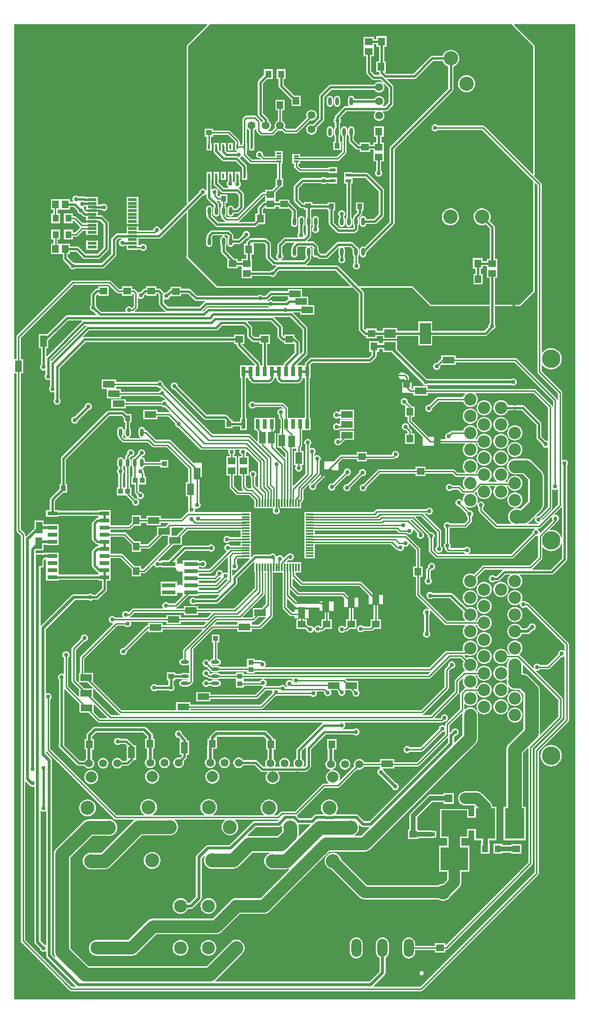
<source format=gtl>
G04*
G04 #@! TF.GenerationSoftware,Altium Limited,Altium Designer,18.1.9 (240)*
G04*
G04 Layer_Physical_Order=1*
G04 Layer_Color=255*
%FSLAX25Y25*%
%MOIN*%
G70*
G01*
G75*
%ADD13C,0.01968*%
%ADD15C,0.01000*%
%ADD18R,0.19291X0.16339*%
%ADD19R,0.05118X0.05709*%
%ADD20R,0.04528X0.05315*%
%ADD21R,0.08071X0.04528*%
%ADD22R,0.04528X0.08071*%
%ADD23R,0.05315X0.04528*%
%ADD24R,0.04921X0.03740*%
%ADD25R,0.05118X0.05512*%
%ADD26R,0.06890X0.02559*%
%ADD27O,0.05709X0.02362*%
%ADD28R,0.03347X0.03740*%
%ADD29R,0.03740X0.03347*%
%ADD30R,0.03937X0.03543*%
%ADD31R,0.03543X0.03937*%
%ADD32O,0.02362X0.05709*%
%ADD33R,0.06496X0.01929*%
%ADD34R,0.04331X0.05118*%
%ADD35R,0.05315X0.01181*%
%ADD36R,0.01181X0.05315*%
%ADD37R,0.01654X0.03500*%
%ADD38R,0.07874X0.14961*%
%ADD39R,0.07874X0.05906*%
%ADD40R,0.05512X0.05118*%
%ADD41R,0.03543X0.01181*%
%ADD42R,0.03937X0.02362*%
%ADD43R,0.04528X0.02756*%
%ADD44R,0.18110X0.18504*%
%ADD45R,0.05315X0.05709*%
%ADD46R,0.13780X0.21457*%
%ADD47R,0.09449X0.02992*%
%ADD48R,0.02559X0.06890*%
%ADD90C,0.01500*%
%ADD91C,0.01512*%
%ADD92C,0.02138*%
%ADD93C,0.02134*%
%ADD94C,0.03319*%
%ADD95C,0.09567*%
%ADD96C,0.09055*%
%ADD97C,0.07874*%
%ADD98C,0.19685*%
%ADD99C,0.10000*%
%ADD100C,0.05512*%
%ADD101C,0.12992*%
%ADD102C,0.08661*%
%ADD103C,0.09055*%
%ADD104C,0.09843*%
%ADD105C,0.07874*%
%ADD106O,0.07087X0.12795*%
%ADD107C,0.03000*%
G36*
X653937Y710630D02*
X669291Y695276D01*
Y605184D01*
X668829Y604993D01*
X634942Y638880D01*
X634445Y639212D01*
X633858Y639329D01*
X601987D01*
X601805Y639601D01*
X600977Y640154D01*
X600000Y640348D01*
X599023Y640154D01*
X598195Y639601D01*
X597641Y638772D01*
X597447Y637795D01*
X597641Y636818D01*
X598195Y635990D01*
X599023Y635437D01*
X600000Y635242D01*
X600977Y635437D01*
X601805Y635990D01*
X601987Y636262D01*
X633223D01*
X669291Y600194D01*
Y522835D01*
X659449Y512992D01*
X657539D01*
Y513279D01*
X657385Y514055D01*
X656945Y514713D01*
X656288Y515152D01*
X655512Y515307D01*
X654736Y515152D01*
X654078Y514713D01*
X653639Y514055D01*
X653485Y513279D01*
Y512992D01*
X642149D01*
Y531963D01*
X644016D01*
Y538353D01*
X644016Y538853D01*
X644016Y538998D01*
Y545388D01*
X642143D01*
Y567894D01*
X642006Y568578D01*
X641619Y569158D01*
X638549Y572228D01*
X638729Y572542D01*
X639107Y573663D01*
X639259Y574835D01*
X639179Y576015D01*
X638870Y577157D01*
X638345Y578217D01*
X637623Y579153D01*
X636732Y579931D01*
X635706Y580520D01*
X634586Y580898D01*
X633413Y581050D01*
X632233Y580970D01*
X631091Y580661D01*
X630031Y580136D01*
X629095Y579414D01*
X628317Y578523D01*
X627728Y577497D01*
X627350Y576377D01*
X627198Y575204D01*
X627278Y574024D01*
X627587Y572882D01*
X628112Y571823D01*
X628834Y570886D01*
X629725Y570108D01*
X630751Y569519D01*
X631871Y569141D01*
X633044Y568989D01*
X634224Y569069D01*
X635366Y569378D01*
X636018Y569701D01*
X638566Y567153D01*
Y545388D01*
X636693D01*
Y543909D01*
X633681D01*
Y545979D01*
X626555D01*
Y538459D01*
X628625D01*
Y534660D01*
X627146D01*
Y527337D01*
X633681D01*
Y534660D01*
X632202D01*
Y538459D01*
X633681D01*
Y540332D01*
X636339D01*
X636693Y539979D01*
X636693Y538498D01*
X636693Y538353D01*
Y531963D01*
X638560D01*
Y512992D01*
X597244D01*
X584252Y525984D01*
X546140D01*
X531879Y540245D01*
X531297Y540634D01*
X530610Y540771D01*
X530610Y540771D01*
X509412D01*
X509255Y541204D01*
X509253Y541271D01*
X512032Y544051D01*
X512420Y544631D01*
X512556Y545315D01*
Y547365D01*
X512826Y547769D01*
X512996Y548622D01*
Y551968D01*
X512826Y552821D01*
X512343Y553544D01*
X512233Y553617D01*
X512385Y554117D01*
X513039D01*
X513960Y553196D01*
X513709Y552821D01*
X513540Y551968D01*
Y548622D01*
X513709Y547769D01*
X514192Y547047D01*
X514915Y546564D01*
X515768Y546394D01*
X516620Y546564D01*
X516830Y546704D01*
X517554Y545980D01*
X518134Y545592D01*
X518819Y545456D01*
X523228D01*
X523913Y545592D01*
X524493Y545980D01*
X532053Y553539D01*
X532441Y553221D01*
X532174Y552821D01*
X532004Y551968D01*
Y548622D01*
X532174Y547769D01*
X532601Y547130D01*
Y546698D01*
X532584Y546687D01*
X532031Y545859D01*
X531837Y544882D01*
X532031Y543905D01*
X532584Y543077D01*
X533413Y542523D01*
X534390Y542329D01*
X535367Y542523D01*
X536195Y543077D01*
X536748Y543905D01*
X536943Y544882D01*
X536748Y545859D01*
X536195Y546687D01*
X536178Y546698D01*
Y547601D01*
X536291Y547769D01*
X536460Y548622D01*
Y551968D01*
X536291Y552821D01*
X536022Y553224D01*
X536289Y553723D01*
X540204D01*
X542004Y551923D01*
Y548622D01*
X542174Y547769D01*
X542657Y547047D01*
X542699Y547019D01*
Y542367D01*
X542683Y542356D01*
X542130Y541528D01*
X541935Y540551D01*
X542130Y539574D01*
X542683Y538746D01*
X543511Y538193D01*
X544488Y537998D01*
X545465Y538193D01*
X546293Y538746D01*
X546847Y539574D01*
X547041Y540551D01*
X546847Y541528D01*
X546293Y542356D01*
X545766Y542709D01*
Y547019D01*
X545808Y547047D01*
X546290Y547769D01*
X546460Y548622D01*
Y551968D01*
X546290Y552821D01*
X545808Y553544D01*
X545085Y554027D01*
X544928Y554058D01*
X542209Y556776D01*
X541629Y557164D01*
X540945Y557300D01*
X531496D01*
X530812Y557164D01*
X530232Y556776D01*
X522488Y549032D01*
X519560D01*
X517996Y550597D01*
Y551968D01*
X517826Y552821D01*
X517556Y553225D01*
Y553917D01*
X517420Y554602D01*
X517032Y555182D01*
X515044Y557170D01*
X514464Y557558D01*
X513779Y557694D01*
X509999D01*
X509807Y558156D01*
X512037Y560385D01*
X512037Y560385D01*
X512426Y560967D01*
X512562Y561654D01*
Y568831D01*
X512826Y569226D01*
X512996Y570079D01*
Y573425D01*
X512826Y574278D01*
X512562Y574673D01*
Y580000D01*
X513602D01*
Y580489D01*
X524094D01*
Y579311D01*
X525076D01*
Y570374D01*
X525076Y570374D01*
X525212Y569687D01*
X525601Y569105D01*
X530621Y564085D01*
X531203Y563697D01*
X531890Y563560D01*
X531890Y563560D01*
X542913D01*
X542913Y563560D01*
X543600Y563697D01*
X544182Y564085D01*
X545501Y565404D01*
X545501Y565404D01*
X545890Y565987D01*
X546027Y566673D01*
X546027Y566673D01*
Y568831D01*
X546290Y569226D01*
X546460Y570079D01*
Y573425D01*
X546290Y574278D01*
X546241Y574353D01*
X548218Y576330D01*
X548218Y576330D01*
X548607Y576912D01*
X548743Y577598D01*
X548743Y577598D01*
Y579311D01*
X549724D01*
Y585256D01*
X544173D01*
Y579311D01*
X545154D01*
Y578342D01*
X542964Y576151D01*
X542575Y575568D01*
X542438Y574882D01*
X542438Y574882D01*
Y574673D01*
X542174Y574278D01*
X542004Y573425D01*
Y570079D01*
X542174Y569226D01*
X542438Y568831D01*
Y567416D01*
X542170Y567149D01*
X532633D01*
X528664Y571117D01*
Y579311D01*
X529646D01*
Y585256D01*
X524094D01*
Y584078D01*
X513602D01*
Y585551D01*
X507657D01*
Y584570D01*
X506944D01*
X503960Y587554D01*
Y595517D01*
X507239Y598796D01*
X519644D01*
X519652Y598785D01*
X520480Y598232D01*
X521457Y598038D01*
X522434Y598232D01*
X523262Y598785D01*
X523269Y598796D01*
X525079D01*
Y598406D01*
X531024D01*
Y602776D01*
X525079D01*
Y602385D01*
X523269D01*
X523262Y602396D01*
X522434Y602949D01*
X521457Y603144D01*
X520480Y602949D01*
X519652Y602396D01*
X519644Y602385D01*
X506496D01*
X506496Y602385D01*
X505809Y602248D01*
X505227Y601859D01*
X500897Y597529D01*
X500508Y596946D01*
X500371Y596260D01*
X500371Y596260D01*
Y586811D01*
X500371Y586811D01*
X500508Y586124D01*
X500897Y585542D01*
X504932Y581507D01*
X504932Y581507D01*
X505514Y581118D01*
X506201Y580981D01*
X507657D01*
Y580000D01*
X508973D01*
Y574673D01*
X508709Y574278D01*
X508540Y573425D01*
Y570079D01*
X508709Y569226D01*
X508973Y568831D01*
Y562397D01*
X508496Y561919D01*
X508055Y562155D01*
X508065Y562205D01*
X507870Y563182D01*
X507317Y564010D01*
X507300Y564021D01*
Y568475D01*
X507343Y568503D01*
X507826Y569226D01*
X507996Y570079D01*
Y573425D01*
X507826Y574278D01*
X507343Y575000D01*
X506620Y575484D01*
X505768Y575653D01*
X504915Y575484D01*
X504192Y575000D01*
X503709Y574278D01*
X503540Y573425D01*
Y570079D01*
X503709Y569226D01*
X503723Y569205D01*
Y564021D01*
X503707Y564010D01*
X503153Y563182D01*
X502959Y562205D01*
X503153Y561228D01*
X503374Y560897D01*
X503139Y560456D01*
X494252D01*
X494252Y560456D01*
X493566Y560319D01*
X492983Y559930D01*
X489282Y556229D01*
X488893Y555647D01*
X488757Y554960D01*
X488757Y554960D01*
Y549057D01*
X488746Y549049D01*
X488193Y548221D01*
X487998Y547244D01*
X488193Y546267D01*
X488746Y545439D01*
X489574Y544885D01*
X489963Y544808D01*
X489914Y544308D01*
X487256D01*
X484269Y547296D01*
Y556102D01*
X484132Y556787D01*
X483745Y557367D01*
X481579Y559532D01*
X480999Y559920D01*
X480315Y560056D01*
X470079D01*
X469394Y559920D01*
X468814Y559532D01*
X467475Y558193D01*
X467088Y557613D01*
X466952Y556929D01*
Y555945D01*
X465177D01*
Y548425D01*
X466952D01*
Y545295D01*
X463524D01*
Y543816D01*
X461004D01*
Y545295D01*
X458676D01*
X458607Y545398D01*
X452576Y551430D01*
Y554747D01*
X452846Y555151D01*
X453015Y556004D01*
Y559350D01*
X452846Y560203D01*
X452363Y560926D01*
X451640Y561409D01*
X451225Y561491D01*
X451274Y561991D01*
X453314D01*
X453999Y561306D01*
Y560607D01*
X453729Y560203D01*
X453559Y559350D01*
Y556004D01*
X453729Y555151D01*
X454212Y554429D01*
X454935Y553946D01*
X455787Y553776D01*
X456640Y553946D01*
X457363Y554429D01*
X457846Y555151D01*
X457992Y555889D01*
X462008D01*
X462692Y556025D01*
X463272Y556413D01*
X466909Y560049D01*
X466929Y560045D01*
X467906Y560240D01*
X468734Y560793D01*
X469288Y561621D01*
X469482Y562598D01*
X469288Y563575D01*
X468734Y564404D01*
X467906Y564957D01*
X466929Y565151D01*
X465952Y564957D01*
X465124Y564404D01*
X464571Y563575D01*
X464376Y562598D01*
X464380Y562578D01*
X461267Y559466D01*
X457992D01*
X457846Y560203D01*
X457576Y560607D01*
Y562047D01*
X457440Y562732D01*
X457052Y563312D01*
X455320Y565044D01*
X454740Y565432D01*
X454055Y565568D01*
X442913D01*
X442229Y565432D01*
X441649Y565044D01*
X439523Y562918D01*
X439135Y562338D01*
X438999Y561654D01*
Y560607D01*
X438729Y560203D01*
X438559Y559350D01*
Y556004D01*
X438729Y555151D01*
X439212Y554429D01*
X439935Y553946D01*
X440787Y553776D01*
X441640Y553946D01*
X442363Y554429D01*
X442846Y555151D01*
X443015Y556004D01*
Y559350D01*
X442846Y560203D01*
X442576Y560607D01*
Y560913D01*
X443654Y561991D01*
X450301D01*
X450350Y561491D01*
X449935Y561409D01*
X449212Y560926D01*
X448729Y560203D01*
X448560Y559350D01*
Y556004D01*
X448729Y555151D01*
X448999Y554747D01*
Y550689D01*
X449135Y550005D01*
X449523Y549425D01*
X453681Y545266D01*
Y538760D01*
X461004D01*
Y540239D01*
X463524D01*
Y538760D01*
X463524D01*
Y538406D01*
X463524D01*
Y531870D01*
X470846D01*
Y533344D01*
X483621D01*
X483628Y533333D01*
X484456Y532779D01*
X485433Y532585D01*
X486410Y532779D01*
X487238Y533333D01*
X487792Y534161D01*
X487986Y535138D01*
X487984Y535151D01*
X490015Y537182D01*
X529867D01*
X540603Y526446D01*
X540412Y525984D01*
X446457D01*
X425591Y546850D01*
X425984Y547244D01*
Y579628D01*
X436267Y589910D01*
X436279Y589908D01*
X437256Y590102D01*
X438085Y590655D01*
X438342Y591040D01*
X438842Y590888D01*
Y588898D01*
X438978Y588213D01*
X439365Y587633D01*
X443999Y582999D01*
Y582064D01*
X443729Y581660D01*
X443560Y580807D01*
Y577461D01*
X443729Y576608D01*
X444212Y575885D01*
X444935Y575402D01*
X445787Y575233D01*
X446640Y575402D01*
X447363Y575885D01*
X447846Y576608D01*
X448015Y577461D01*
Y580807D01*
X447846Y581660D01*
X447576Y582064D01*
Y583740D01*
X447440Y584424D01*
X447052Y585005D01*
X446168Y585889D01*
X446360Y586351D01*
X446391Y586373D01*
X446949Y586262D01*
X448110D01*
Y584823D01*
X449254D01*
Y582410D01*
X449212Y582382D01*
X448729Y581660D01*
X448560Y580807D01*
Y577461D01*
X448729Y576608D01*
X449212Y575885D01*
X449254Y575857D01*
Y575197D01*
X449371Y574610D01*
X449703Y574113D01*
X451672Y572144D01*
X451927Y571973D01*
X451776Y571473D01*
X447099D01*
X442576Y575997D01*
Y576204D01*
X442846Y576608D01*
X443015Y577461D01*
Y580807D01*
X442846Y581660D01*
X442363Y582382D01*
X441640Y582865D01*
X440787Y583035D01*
X439935Y582865D01*
X439212Y582382D01*
X438729Y581660D01*
X438559Y580807D01*
Y577461D01*
X438729Y576608D01*
X438999Y576204D01*
Y575256D01*
X439135Y574572D01*
X439523Y573991D01*
X445094Y568421D01*
X445674Y568033D01*
X446358Y567897D01*
X472835D01*
X473519Y568033D01*
X474099Y568421D01*
X475541Y569862D01*
X480335D01*
Y577382D01*
X478560D01*
Y580362D01*
X479735Y581537D01*
X480197Y581345D01*
Y580689D01*
X487520D01*
Y582168D01*
X490039D01*
Y580689D01*
X497097D01*
X498979Y578806D01*
Y574682D01*
X498709Y574278D01*
X498540Y573425D01*
Y570079D01*
X498709Y569226D01*
X499192Y568503D01*
X499915Y568020D01*
X500768Y567851D01*
X501620Y568020D01*
X502343Y568503D01*
X502826Y569226D01*
X502996Y570079D01*
Y573425D01*
X502826Y574278D01*
X502556Y574682D01*
Y579547D01*
X502420Y580232D01*
X502032Y580812D01*
X497623Y585221D01*
X497362Y585395D01*
Y587224D01*
X490039D01*
Y585745D01*
X487873D01*
X487520Y586099D01*
X487520Y587579D01*
X487520Y587724D01*
Y592339D01*
X491340Y596160D01*
X491394Y596240D01*
X493032D01*
Y602185D01*
X491789D01*
Y612382D01*
X492736D01*
Y614350D01*
Y618287D01*
Y621476D01*
X487185D01*
Y617478D01*
X479966D01*
X478867Y618577D01*
X478931Y618898D01*
X478737Y619875D01*
X478183Y620703D01*
X477355Y621256D01*
X476378Y621451D01*
X475401Y621256D01*
X474573Y620703D01*
X474019Y619875D01*
X473825Y618898D01*
X474019Y617921D01*
X474573Y617092D01*
X475401Y616539D01*
X476378Y616345D01*
X476699Y616408D01*
X477135Y615972D01*
X476944Y615510D01*
X470911D01*
X467163Y619257D01*
Y621656D01*
X467461D01*
Y627163D01*
X467163D01*
Y636993D01*
X467663Y637163D01*
X468027Y636689D01*
X468813Y636086D01*
X468920Y636041D01*
Y627163D01*
X468799D01*
Y621656D01*
X472461D01*
Y624306D01*
X472497Y624488D01*
Y636041D01*
X472605Y636086D01*
X473390Y636689D01*
X473557Y636906D01*
X474057Y636736D01*
Y635827D01*
X474174Y635240D01*
X474506Y634742D01*
X476475Y632774D01*
X476972Y632442D01*
X477559Y632325D01*
X485197D01*
X485784Y632442D01*
X486281Y632774D01*
X489364Y635857D01*
X489727Y635707D01*
X490709Y635578D01*
X491690Y635707D01*
X492053Y635857D01*
X493561Y634349D01*
X494059Y634016D01*
X494646Y633900D01*
X502224D01*
X502811Y634016D01*
X503309Y634349D01*
X511940Y642980D01*
X512011Y642951D01*
X512992Y642822D01*
X513974Y642951D01*
X514888Y643330D01*
X515674Y643933D01*
X516276Y644718D01*
X516655Y645633D01*
X516784Y646614D01*
X516655Y647596D01*
X516276Y648510D01*
X515674Y649296D01*
X514888Y649898D01*
X513974Y650277D01*
X512992Y650407D01*
X512011Y650277D01*
X511096Y649898D01*
X510311Y649296D01*
X509708Y648510D01*
X509329Y647596D01*
X509200Y646614D01*
X509329Y645633D01*
X509600Y644978D01*
X501589Y636967D01*
X495281D01*
X494221Y638026D01*
X494372Y638389D01*
X494501Y639370D01*
X494372Y640352D01*
X493993Y641266D01*
X493390Y642052D01*
X492605Y642654D01*
X492242Y642804D01*
Y650276D01*
X493976D01*
Y657598D01*
X487441D01*
Y650276D01*
X489175D01*
Y642804D01*
X488812Y642654D01*
X488027Y642052D01*
X487424Y641266D01*
X487046Y640352D01*
X486916Y639370D01*
X487046Y638389D01*
X487196Y638026D01*
X484562Y635392D01*
X482235D01*
X482136Y635892D01*
X482605Y636086D01*
X483390Y636689D01*
X483993Y637474D01*
X484372Y638389D01*
X484501Y639370D01*
X484372Y640352D01*
X483993Y641266D01*
X483390Y642052D01*
X482605Y642654D01*
X482497Y642699D01*
Y643307D01*
X482361Y643991D01*
X481973Y644572D01*
X478560Y647985D01*
Y669141D01*
X481446Y672028D01*
X485650D01*
Y679153D01*
X479311D01*
Y674950D01*
X475507Y671146D01*
X475119Y670566D01*
X474983Y669882D01*
Y647244D01*
X475119Y646560D01*
X475507Y645980D01*
X478467Y643019D01*
X478424Y642356D01*
X478027Y642052D01*
X477624Y641526D01*
X477124Y641696D01*
Y642126D01*
X477007Y642713D01*
X476675Y643210D01*
X473919Y645966D01*
X473421Y646299D01*
X472835Y646415D01*
X466929D01*
X466342Y646299D01*
X465845Y645966D01*
X464546Y644667D01*
X464213Y644170D01*
X464096Y643583D01*
Y627163D01*
X463799D01*
Y625943D01*
X462461D01*
Y627163D01*
X462163D01*
Y628327D01*
X462163Y628327D01*
X462047Y628914D01*
X461714Y629411D01*
X461714Y629411D01*
X455691Y635435D01*
X455193Y635767D01*
X454606Y635884D01*
X443524D01*
Y637126D01*
X437579D01*
Y631575D01*
X439018D01*
Y627163D01*
X438799D01*
Y621656D01*
X442461D01*
Y627163D01*
X442085D01*
Y631575D01*
X443524D01*
Y632817D01*
X453971D01*
X459096Y627692D01*
Y627163D01*
X458799D01*
Y621656D01*
X460197D01*
X460349Y621156D01*
X459671Y620703D01*
X459660Y620686D01*
X453497D01*
X452461Y621722D01*
Y627163D01*
X448799D01*
Y621656D01*
X448799Y621656D01*
X448799Y621656D01*
X448707Y621441D01*
X448156Y621302D01*
X447461Y621997D01*
Y627163D01*
X443799D01*
Y621656D01*
X443842D01*
Y621299D01*
X443978Y620615D01*
X444365Y620035D01*
X449720Y614680D01*
X450300Y614293D01*
X450984Y614157D01*
X459299D01*
X463842Y609614D01*
Y606691D01*
X463799D01*
Y601183D01*
X467461D01*
Y606691D01*
X467418D01*
Y610354D01*
X467282Y611039D01*
X466894Y611619D01*
X462447Y616067D01*
X462590Y616630D01*
X463282Y617092D01*
X463781Y617840D01*
X464136Y617882D01*
X464332Y617857D01*
X464546Y617538D01*
X469191Y612892D01*
X469689Y612560D01*
X470276Y612443D01*
X487185D01*
Y612382D01*
X488723D01*
Y602185D01*
X487480D01*
Y596637D01*
X484957Y594114D01*
X480197D01*
Y592380D01*
X478642D01*
X478055Y592263D01*
X477558Y591931D01*
X460389Y574762D01*
X455982D01*
X455933Y575262D01*
X456114Y575298D01*
X456640Y575402D01*
X457363Y575885D01*
X457846Y576608D01*
X457992Y577346D01*
X460630D01*
X461314Y577482D01*
X461894Y577869D01*
X464650Y580625D01*
X465038Y581205D01*
X465174Y581890D01*
Y590945D01*
X465038Y591629D01*
X464650Y592209D01*
X461894Y594965D01*
X461600Y595162D01*
X461604Y595409D01*
X461671Y595716D01*
X462435Y596226D01*
X462989Y597054D01*
X463183Y598032D01*
X462989Y599009D01*
X462435Y599837D01*
X462418Y599848D01*
Y601183D01*
X462461D01*
Y606691D01*
X458799D01*
Y601183D01*
X458842D01*
Y599848D01*
X458825Y599837D01*
X458489Y599334D01*
X458308Y599316D01*
X457921Y599385D01*
X457435Y600112D01*
X457418Y600124D01*
Y601183D01*
X457461D01*
Y606691D01*
X453799D01*
Y601183D01*
X453842D01*
Y600124D01*
X453825Y600112D01*
X453271Y599284D01*
X453077Y598307D01*
X453271Y597330D01*
X453825Y596502D01*
X454193Y596256D01*
X454289Y595590D01*
X454205Y595489D01*
X451134D01*
X447418Y599205D01*
Y601183D01*
X447461D01*
Y606691D01*
X443799D01*
Y601183D01*
X443842D01*
Y598465D01*
X443978Y597780D01*
X444365Y597200D01*
X449129Y592436D01*
X449709Y592049D01*
X450394Y591913D01*
X459889D01*
X461597Y590204D01*
Y582630D01*
X459889Y580922D01*
X457992D01*
X457846Y581660D01*
X457363Y582382D01*
X456640Y582865D01*
X455787Y583035D01*
X454935Y582865D01*
X454212Y582382D01*
X453729Y581660D01*
X453559Y580807D01*
Y577461D01*
X453729Y576608D01*
X454212Y575885D01*
X454935Y575402D01*
X455461Y575298D01*
X455642Y575262D01*
X455592Y574762D01*
X453391D01*
X452658Y575495D01*
X452363Y575885D01*
X452846Y576608D01*
X453015Y577461D01*
Y580807D01*
X452846Y581660D01*
X452363Y582382D01*
X452321Y582410D01*
Y584823D01*
X453661D01*
Y590768D01*
X448110D01*
Y589329D01*
X447584D01*
X446285Y590628D01*
X446293Y590715D01*
X446847Y591543D01*
X447041Y592520D01*
X446847Y593497D01*
X446293Y594325D01*
X445465Y594878D01*
X444488Y595073D01*
X443511Y594878D01*
X442918Y594482D01*
X442418Y594749D01*
Y601183D01*
X442461D01*
Y606691D01*
X438799D01*
Y601183D01*
X438842D01*
Y594033D01*
X438342Y593882D01*
X438085Y594266D01*
X437256Y594819D01*
X436279Y595014D01*
X435302Y594819D01*
X434474Y594266D01*
X433921Y593438D01*
X433727Y592461D01*
X433729Y592448D01*
X426446Y585165D01*
X425984Y585356D01*
Y695276D01*
X441339Y710630D01*
X653937Y710630D01*
D02*
G37*
G36*
X480197Y587224D02*
X480197Y587079D01*
Y585745D01*
X479626D01*
X478942Y585609D01*
X478362Y585221D01*
X475507Y582367D01*
X475119Y581787D01*
X474983Y581102D01*
Y577382D01*
X473209D01*
Y572588D01*
X472094Y571473D01*
X462004D01*
X461852Y571973D01*
X462108Y572144D01*
X479277Y589313D01*
X480197D01*
X480197Y587224D01*
D02*
G37*
G36*
X500727Y556405D02*
X499503Y555182D01*
X499116Y554602D01*
X498979Y553917D01*
Y553225D01*
X498709Y552821D01*
X498540Y551968D01*
Y548622D01*
X498709Y547769D01*
X499192Y547047D01*
X499915Y546564D01*
X500768Y546394D01*
X501620Y546564D01*
X502343Y547047D01*
X502826Y547769D01*
X502996Y548622D01*
Y551968D01*
X502826Y552821D01*
X502575Y553196D01*
X503497Y554117D01*
X509151D01*
X509302Y553617D01*
X509192Y553544D01*
X508709Y552821D01*
X508540Y551968D01*
Y548622D01*
X508709Y547769D01*
X508979Y547365D01*
Y546056D01*
X507232Y544308D01*
X491188D01*
X491139Y544808D01*
X491528Y544885D01*
X492356Y545439D01*
X492910Y546267D01*
X493104Y547244D01*
X492910Y548221D01*
X492356Y549049D01*
X492346Y549057D01*
Y554217D01*
X494995Y556867D01*
X500535D01*
X500727Y556405D01*
D02*
G37*
G36*
X480692Y555362D02*
Y546555D01*
X480828Y545871D01*
X481216Y545291D01*
X485251Y541255D01*
X485831Y540868D01*
X486516Y540731D01*
X487831D01*
X487987Y540290D01*
X487989Y540231D01*
X485446Y537688D01*
X485433Y537691D01*
X484456Y537497D01*
X483628Y536943D01*
X483621Y536932D01*
X470846D01*
Y538406D01*
X470847D01*
Y538760D01*
X470846D01*
Y545295D01*
X470528D01*
Y548425D01*
X472303D01*
Y555945D01*
X471556D01*
X471289Y556445D01*
X471312Y556479D01*
X479574D01*
X480692Y555362D01*
D02*
G37*
G36*
X405302Y520127D02*
Y513779D01*
X405438Y513097D01*
X405825Y512518D01*
X409759Y508583D01*
X409759Y508572D01*
X409606Y508083D01*
X388512D01*
X388305Y508583D01*
X390058Y510336D01*
X390389Y510832D01*
X390506Y511417D01*
Y517423D01*
X391006Y517690D01*
X391544Y517330D01*
X392520Y517136D01*
X393495Y517330D01*
X394322Y517883D01*
X394875Y518710D01*
X395069Y519685D01*
X395064Y519706D01*
X395843Y520484D01*
X396342Y520277D01*
Y519472D01*
X403657D01*
Y520952D01*
X404477D01*
X405302Y520127D01*
D02*
G37*
G36*
X698819Y710630D02*
X698819Y23622D01*
X303150Y23622D01*
X303150Y464650D01*
X304770D01*
X304770Y354331D01*
X304886Y353745D01*
X305218Y353249D01*
X307919Y350548D01*
X307919Y64961D01*
X308036Y64375D01*
X308367Y63879D01*
X342226Y30021D01*
X342722Y29689D01*
X343307Y29573D01*
X590158D01*
X590743Y29689D01*
X591239Y30021D01*
X672735Y111517D01*
X673067Y112013D01*
X673183Y112598D01*
Y198579D01*
X693995Y219391D01*
X694326Y219887D01*
X694443Y220472D01*
Y274016D01*
X694326Y274601D01*
X693995Y275097D01*
X666042Y303050D01*
X665546Y303381D01*
X664961Y303498D01*
X664288D01*
X664106Y303771D01*
X663279Y304324D01*
X662303Y304518D01*
X661656Y304389D01*
X661296Y304827D01*
X661493Y305301D01*
X661676Y306693D01*
X661493Y308085D01*
X660956Y309381D01*
X660101Y310495D01*
X658988Y311349D01*
X657691Y311886D01*
X656299Y312070D01*
X654908Y311886D01*
X653611Y311349D01*
X652497Y310495D01*
X651643Y309381D01*
X651106Y308085D01*
X650922Y306693D01*
X651106Y305301D01*
X651643Y304005D01*
X652497Y302891D01*
X653611Y302036D01*
X654908Y301499D01*
X656299Y301316D01*
X657691Y301499D01*
X658988Y302036D01*
X659345Y302311D01*
X659770Y302047D01*
X659754Y301969D01*
X659948Y300993D01*
X660501Y300166D01*
X661328Y299613D01*
X662303Y299419D01*
X663279Y299613D01*
X664106Y300166D01*
X664664Y300102D01*
X691384Y273382D01*
Y269585D01*
X690884Y269318D01*
X690345Y269678D01*
X689370Y269872D01*
X688395Y269678D01*
X687568Y269125D01*
X687015Y268298D01*
X686821Y267323D01*
X686885Y267001D01*
X679288Y259403D01*
X674032D01*
X673850Y259676D01*
X673023Y260229D01*
X672047Y260423D01*
X671072Y260229D01*
X670245Y259676D01*
X669692Y258850D01*
X669498Y257874D01*
X669619Y257267D01*
X669158Y257020D01*
X659743Y266436D01*
X659661Y266490D01*
X659641Y267105D01*
X660101Y267458D01*
X660956Y268571D01*
X661493Y269868D01*
X661676Y271260D01*
X661493Y272651D01*
X660956Y273948D01*
X660101Y275062D01*
X658988Y275916D01*
X657691Y276453D01*
X656299Y276637D01*
X654908Y276453D01*
X653611Y275916D01*
X652497Y275062D01*
X651643Y273948D01*
X651106Y272651D01*
X650922Y271260D01*
X651106Y269868D01*
X651643Y268571D01*
X652497Y267458D01*
X652629Y267357D01*
X652468Y266884D01*
X651593D01*
X651113Y268043D01*
X650259Y269156D01*
X649145Y270011D01*
X647848Y270548D01*
X646457Y270731D01*
X645065Y270548D01*
X643768Y270011D01*
X642655Y269156D01*
X641800Y268043D01*
X641263Y266746D01*
X641080Y265354D01*
X641263Y263963D01*
X641800Y262666D01*
X642655Y261552D01*
X643768Y260698D01*
X645065Y260161D01*
X646457Y259978D01*
X647848Y260161D01*
X649145Y260698D01*
X650259Y261552D01*
X651113Y262666D01*
X651593Y263825D01*
X652184D01*
X652306Y263325D01*
X651471Y262236D01*
X650914Y260892D01*
X650724Y259449D01*
Y257503D01*
X650468Y257416D01*
X650224Y257372D01*
X649145Y258200D01*
X647848Y258737D01*
X646457Y258920D01*
X645065Y258737D01*
X643768Y258200D01*
X642655Y257345D01*
X641800Y256232D01*
X641263Y254935D01*
X641080Y253543D01*
X641263Y252152D01*
X641800Y250855D01*
X642655Y249741D01*
X643768Y248887D01*
X645065Y248350D01*
X646457Y248167D01*
X647848Y248350D01*
X649145Y248887D01*
X650005Y249547D01*
X650062Y249554D01*
X650572Y249394D01*
X650665Y249148D01*
X650466Y247638D01*
X650665Y246128D01*
X650936Y245473D01*
X650499Y245220D01*
X650259Y245534D01*
X649145Y246389D01*
X647848Y246926D01*
X646457Y247109D01*
X645065Y246926D01*
X643768Y246389D01*
X642655Y245534D01*
X641800Y244421D01*
X641263Y243124D01*
X641080Y241732D01*
X641263Y240341D01*
X641800Y239044D01*
X642655Y237930D01*
X643768Y237076D01*
X645065Y236539D01*
X646457Y236356D01*
X647848Y236539D01*
X649145Y237076D01*
X650259Y237930D01*
X651113Y239044D01*
X651650Y240341D01*
X651833Y241732D01*
X651650Y243124D01*
X651424Y243669D01*
X651861Y243921D01*
X652174Y243513D01*
X653382Y242586D01*
X654789Y242003D01*
X656299Y241804D01*
X659395D01*
X662277Y238922D01*
Y214227D01*
X651977Y203928D01*
X651051Y202720D01*
X650468Y201313D01*
X650269Y199803D01*
X650269Y199803D01*
Y159366D01*
X648213D01*
Y135909D01*
X663992D01*
Y159366D01*
X661936D01*
Y197387D01*
X665293Y200745D01*
X665793Y200537D01*
Y120318D01*
X607663Y62188D01*
X607201Y62379D01*
Y63402D01*
X599886D01*
Y61569D01*
X586079D01*
Y62894D01*
X585922Y64080D01*
X585465Y65185D01*
X584736Y66134D01*
X583787Y66862D01*
X582682Y67320D01*
X581496Y67476D01*
X580310Y67320D01*
X579205Y66862D01*
X578256Y66134D01*
X577528Y65185D01*
X577070Y64080D01*
X576914Y62894D01*
Y57185D01*
X577070Y55999D01*
X577528Y54894D01*
X578256Y53945D01*
X579205Y53216D01*
X580310Y52759D01*
X581496Y52602D01*
X582682Y52759D01*
X583787Y53216D01*
X584736Y53945D01*
X585465Y54894D01*
X585922Y55999D01*
X586079Y57185D01*
Y58510D01*
X599886D01*
Y56874D01*
X607201D01*
Y58608D01*
X607776D01*
X608361Y58725D01*
X608857Y59056D01*
X668404Y118604D01*
X668736Y119100D01*
X668852Y119685D01*
Y200548D01*
X689664Y221359D01*
X689996Y221856D01*
X690112Y222441D01*
Y235433D01*
X689996Y236018D01*
X689664Y236514D01*
X671194Y254985D01*
X671440Y255446D01*
X672047Y255325D01*
X673023Y255519D01*
X673850Y256072D01*
X674032Y256345D01*
X679921D01*
X680507Y256461D01*
X681003Y256793D01*
X689048Y264838D01*
X689370Y264774D01*
X690345Y264968D01*
X690884Y265328D01*
X691384Y265060D01*
Y221106D01*
X670572Y200294D01*
X670241Y199798D01*
X670124Y199213D01*
Y113232D01*
X589524Y32632D01*
X556795D01*
X556587Y33132D01*
X564484Y41028D01*
X564941Y41712D01*
X565102Y42520D01*
Y53141D01*
X565283Y53216D01*
X566232Y53945D01*
X566961Y54894D01*
X567418Y55999D01*
X567575Y57185D01*
Y62894D01*
X567418Y64080D01*
X566961Y65185D01*
X566232Y66134D01*
X565283Y66862D01*
X564178Y67320D01*
X562992Y67476D01*
X561806Y67320D01*
X560701Y66862D01*
X559752Y66134D01*
X559024Y65185D01*
X558566Y64080D01*
X558410Y62894D01*
Y57185D01*
X558566Y55999D01*
X559024Y54894D01*
X559752Y53945D01*
X560701Y53216D01*
X560883Y53141D01*
Y43393D01*
X553851Y36361D01*
X445016D01*
X444855Y36835D01*
X445349Y37214D01*
X464050Y55914D01*
X464977Y57123D01*
X465560Y58530D01*
X465759Y60039D01*
X465560Y61549D01*
X464977Y62956D01*
X464050Y64164D01*
X462842Y65091D01*
X461435Y65674D01*
X459925Y65873D01*
X458415Y65674D01*
X457009Y65091D01*
X455800Y64164D01*
X438808Y47172D01*
X355566D01*
X342841Y59897D01*
Y123568D01*
X358322Y139049D01*
X368812D01*
X368819Y139046D01*
X369980Y138932D01*
X371141Y139046D01*
X372257Y139385D01*
X373286Y139935D01*
X374187Y140675D01*
X374927Y141576D01*
X375477Y142605D01*
X375816Y143721D01*
X375930Y144882D01*
X375816Y146043D01*
X375477Y147159D01*
X374927Y148187D01*
X374187Y149089D01*
X373286Y149829D01*
X372257Y150379D01*
X371141Y150717D01*
X369980Y150832D01*
X368819Y150717D01*
X368812Y150715D01*
X355906D01*
X354396Y150516D01*
X352989Y149934D01*
X351781Y149007D01*
X351781Y149007D01*
X332883Y130109D01*
X331956Y128901D01*
X331373Y127494D01*
X331174Y125984D01*
X331174Y125984D01*
Y57480D01*
X331174Y57480D01*
X331373Y55971D01*
X331956Y54564D01*
X332458Y53909D01*
X332081Y53579D01*
X330062Y55598D01*
Y192126D01*
X329902Y192933D01*
X329444Y193618D01*
X325731Y197330D01*
Y198170D01*
X326232Y198377D01*
X373722Y150887D01*
X374218Y150556D01*
X374803Y150439D01*
X387352D01*
X387522Y149939D01*
X386820Y149400D01*
X364513Y127093D01*
X358747D01*
X358739Y127095D01*
X357579Y127210D01*
X356418Y127095D01*
X355302Y126757D01*
X354273Y126207D01*
X353372Y125467D01*
X352632Y124565D01*
X352082Y123537D01*
X351743Y122421D01*
X351629Y121260D01*
X351743Y120099D01*
X352082Y118983D01*
X352632Y117954D01*
X353372Y117053D01*
X354273Y116313D01*
X355302Y115763D01*
X356418Y115424D01*
X357579Y115310D01*
X358739Y115424D01*
X358747Y115427D01*
X366929D01*
X366929Y115427D01*
X368439Y115625D01*
X369846Y116208D01*
X371054Y117135D01*
X393361Y139442D01*
X411726D01*
X411733Y139440D01*
X412894Y139326D01*
X414054Y139440D01*
X415171Y139779D01*
X416199Y140328D01*
X417101Y141068D01*
X417841Y141970D01*
X418391Y142999D01*
X418729Y144115D01*
X418844Y145276D01*
X418729Y146436D01*
X418391Y147553D01*
X417841Y148581D01*
X417101Y149483D01*
X416545Y149939D01*
X416724Y150439D01*
X451583D01*
X451762Y149939D01*
X451206Y149483D01*
X450466Y148581D01*
X449916Y147553D01*
X449578Y146436D01*
X449464Y145276D01*
X449578Y144115D01*
X449916Y142999D01*
X450466Y141970D01*
X451206Y141068D01*
X452108Y140328D01*
X453136Y139779D01*
X454253Y139440D01*
X455413Y139326D01*
X456574Y139440D01*
X457690Y139779D01*
X458719Y140328D01*
X459621Y141068D01*
X460361Y141970D01*
X460910Y142999D01*
X461249Y144115D01*
X461363Y145276D01*
X461249Y146436D01*
X460910Y147553D01*
X460361Y148581D01*
X459621Y149483D01*
X459065Y149939D01*
X459243Y150439D01*
X489271D01*
X489430Y150202D01*
X489493Y149954D01*
X488891Y149352D01*
X472835D01*
X472028Y149191D01*
X471345Y148734D01*
X455033Y132422D01*
X439764D01*
X438957Y132262D01*
X438274Y131805D01*
X431974Y125506D01*
X431518Y124822D01*
X431357Y124016D01*
Y96149D01*
X426883Y91674D01*
X425665D01*
X425383Y92355D01*
X424497Y93509D01*
X423343Y94395D01*
X421998Y94952D01*
X420555Y95142D01*
X419112Y94952D01*
X417767Y94395D01*
X416613Y93509D01*
X415727Y92355D01*
X415170Y91010D01*
X414980Y89567D01*
X415170Y88124D01*
X415727Y86779D01*
X416613Y85625D01*
X417767Y84739D01*
X419112Y84182D01*
X420555Y83992D01*
X421998Y84182D01*
X423343Y84739D01*
X424497Y85625D01*
X425383Y86779D01*
X425665Y87459D01*
X427756D01*
X428562Y87620D01*
X429246Y88077D01*
X434955Y93785D01*
X435412Y94469D01*
X435572Y95276D01*
Y123143D01*
X437623Y125194D01*
X438029Y124893D01*
X437515Y123931D01*
X437176Y122814D01*
X437062Y121653D01*
X437176Y120493D01*
X437515Y119377D01*
X438065Y118348D01*
X438805Y117446D01*
X439706Y116706D01*
X440735Y116156D01*
X441851Y115818D01*
X443012Y115704D01*
X444173Y115818D01*
X444180Y115820D01*
X457480D01*
X457480Y115820D01*
X458990Y116019D01*
X460397Y116602D01*
X461605Y117529D01*
X471314Y127237D01*
X483117D01*
X483255Y126757D01*
X482226Y126207D01*
X481324Y125467D01*
X480584Y124565D01*
X480034Y123537D01*
X479696Y122421D01*
X479582Y121260D01*
X479696Y120099D01*
X480034Y118983D01*
X480584Y117954D01*
X481324Y117053D01*
X482226Y116313D01*
X483255Y115763D01*
X484371Y115424D01*
X485532Y115310D01*
X486692Y115424D01*
X486700Y115427D01*
X494882D01*
X494882Y115427D01*
X496392Y115625D01*
X497084Y115912D01*
X497367Y115488D01*
X477021Y95142D01*
X459925D01*
X458482Y94952D01*
X457138Y94395D01*
X455983Y93509D01*
X443246Y80772D01*
X401181D01*
X399738Y80582D01*
X398394Y80025D01*
X397239Y79139D01*
X383714Y65615D01*
X361500D01*
X360057Y65425D01*
X358712Y64868D01*
X357558Y63982D01*
X356672Y62827D01*
X356115Y61482D01*
X355925Y60039D01*
X356115Y58596D01*
X356672Y57252D01*
X357558Y56097D01*
X358712Y55211D01*
X360057Y54654D01*
X361500Y54464D01*
X386024D01*
X387467Y54654D01*
X388811Y55211D01*
X389966Y56097D01*
X403490Y69622D01*
X445555D01*
X446998Y69812D01*
X448343Y70368D01*
X449497Y71254D01*
X462235Y83992D01*
X479331D01*
X480774Y84182D01*
X482118Y84739D01*
X483273Y85625D01*
X525538Y127889D01*
X550394D01*
X551837Y128079D01*
X553181Y128636D01*
X554336Y129522D01*
X628745Y203932D01*
X629632Y205086D01*
X630188Y206431D01*
X630378Y207874D01*
Y224016D01*
X630188Y225459D01*
X629632Y226803D01*
X628745Y227958D01*
X627591Y228844D01*
X626246Y229401D01*
X624803Y229591D01*
X623360Y229401D01*
X622015Y228844D01*
X621202Y228220D01*
X620702Y228466D01*
Y231624D01*
X621202Y231871D01*
X622115Y231170D01*
X623412Y230633D01*
X624803Y230450D01*
X626195Y230633D01*
X627492Y231170D01*
X628605Y232025D01*
X629459Y233138D01*
X629997Y234435D01*
X630180Y235827D01*
X629997Y237218D01*
X629459Y238515D01*
X628605Y239629D01*
X628474Y239729D01*
X628635Y240203D01*
X629509D01*
X629989Y239044D01*
X630844Y237930D01*
X631957Y237076D01*
X633254Y236539D01*
X634646Y236356D01*
X636037Y236539D01*
X637334Y237076D01*
X638448Y237930D01*
X639302Y239044D01*
X639839Y240341D01*
X640022Y241732D01*
X639839Y243124D01*
X639302Y244421D01*
X638448Y245534D01*
X637334Y246389D01*
X636037Y246926D01*
X634646Y247109D01*
X633254Y246926D01*
X631957Y246389D01*
X630844Y245534D01*
X629989Y244421D01*
X629509Y243262D01*
X628635D01*
X628474Y243735D01*
X628605Y243836D01*
X629459Y244949D01*
X629997Y246246D01*
X630180Y247638D01*
X629997Y249029D01*
X629459Y250326D01*
X628605Y251440D01*
X628474Y251540D01*
X628635Y252014D01*
X629509D01*
X629989Y250855D01*
X630844Y249741D01*
X631957Y248887D01*
X633254Y248350D01*
X634646Y248167D01*
X636037Y248350D01*
X637334Y248887D01*
X638448Y249741D01*
X639302Y250855D01*
X639839Y252152D01*
X640022Y253543D01*
X639839Y254935D01*
X639302Y256232D01*
X638448Y257345D01*
X637334Y258200D01*
X636037Y258737D01*
X634646Y258920D01*
X633254Y258737D01*
X631957Y258200D01*
X630844Y257345D01*
X629989Y256232D01*
X629509Y255073D01*
X628635D01*
X628474Y255546D01*
X628605Y255647D01*
X629459Y256761D01*
X629997Y258057D01*
X630180Y259449D01*
X629997Y260840D01*
X629459Y262137D01*
X628605Y263251D01*
X627492Y264105D01*
X626195Y264642D01*
X624803Y264826D01*
X623412Y264642D01*
X622253Y264162D01*
X620690Y265725D01*
X620881Y266187D01*
X621260D01*
X621845Y266304D01*
X622225Y266558D01*
X623412Y266066D01*
X624803Y265883D01*
X626195Y266066D01*
X627492Y266603D01*
X628605Y267458D01*
X629459Y268571D01*
X629997Y269868D01*
X630180Y271260D01*
X629997Y272651D01*
X629459Y273948D01*
X628605Y275062D01*
X627492Y275916D01*
X626195Y276453D01*
X624803Y276637D01*
X623412Y276453D01*
X622115Y275916D01*
X621001Y275062D01*
X620147Y273948D01*
X619610Y272651D01*
X619426Y271260D01*
X619610Y269868D01*
X619695Y269662D01*
X619417Y269246D01*
X608268D01*
X607682Y269129D01*
X607186Y268798D01*
X596020Y257632D01*
X480369D01*
X480210Y258132D01*
X480701Y258867D01*
X480895Y259842D01*
X480701Y260818D01*
X480149Y261645D01*
X479322Y262197D01*
X478346Y262391D01*
X478015Y262326D01*
X477554Y262633D01*
X476968Y262750D01*
X473047D01*
Y263894D01*
X467307D01*
Y257966D01*
X448351D01*
X448323Y258009D01*
X447601Y258491D01*
X446750Y258661D01*
X443404D01*
X442829Y258546D01*
X442491Y258885D01*
X442737Y259346D01*
X443404Y259213D01*
X446750D01*
X447601Y259382D01*
X448323Y259864D01*
X448805Y260586D01*
X448974Y261437D01*
X448805Y262288D01*
X448323Y263009D01*
X447601Y263491D01*
X446750Y263661D01*
X446707D01*
Y275083D01*
X447850D01*
Y280823D01*
X442504D01*
Y275083D01*
X443648D01*
Y263661D01*
X443404D01*
X442553Y263491D01*
X441831Y263009D01*
X441349Y262288D01*
X441288Y261981D01*
X440757Y261875D01*
X440385Y262432D01*
X439558Y262985D01*
X438583Y263179D01*
X437607Y262985D01*
X436780Y262432D01*
X436228Y261605D01*
X436034Y260630D01*
X436228Y259654D01*
X436780Y258827D01*
X437607Y258275D01*
X438583Y258081D01*
X438905Y258145D01*
X441321Y255729D01*
X441349Y255586D01*
X441831Y254864D01*
X442553Y254382D01*
X443404Y254213D01*
X446750D01*
X447601Y254382D01*
X448323Y254864D01*
X448351Y254907D01*
X467307D01*
Y253429D01*
X473047D01*
Y254573D01*
X596191D01*
X596398Y254073D01*
X595233Y252907D01*
X465173D01*
Y254051D01*
X459433D01*
Y252907D01*
X448391D01*
X448323Y253009D01*
X447601Y253491D01*
X446750Y253661D01*
X443404D01*
X442553Y253491D01*
X441831Y253009D01*
X441448Y253066D01*
X441123Y253498D01*
X441132Y253543D01*
X440938Y254519D01*
X440385Y255346D01*
X439558Y255898D01*
X438583Y256092D01*
X437607Y255898D01*
X436780Y255346D01*
X436228Y254519D01*
X436034Y253543D01*
X436228Y252568D01*
X436780Y251741D01*
X437607Y251188D01*
X438583Y250994D01*
X438905Y251058D01*
X439608Y250355D01*
X440104Y250024D01*
X440689Y249907D01*
X441802D01*
X441831Y249864D01*
X442553Y249382D01*
X443404Y249213D01*
X446750D01*
X447601Y249382D01*
X448299Y249849D01*
X459433D01*
Y243587D01*
X465173D01*
Y244730D01*
X477413D01*
X477765Y244495D01*
X478489Y244351D01*
X478659Y243814D01*
X473382Y238537D01*
X441650D01*
Y240272D01*
X431579D01*
Y233744D01*
X441650D01*
Y235478D01*
X474016D01*
X474601Y235595D01*
X475097Y235926D01*
X480599Y241428D01*
X485082D01*
X485400Y240928D01*
X485246Y240158D01*
X485310Y239835D01*
X476926Y231451D01*
X427476D01*
Y233185D01*
X417406D01*
Y227514D01*
X378980D01*
X358972Y247521D01*
Y253658D01*
X352836D01*
X352711Y253783D01*
Y263933D01*
X375830Y287053D01*
X381283D01*
X381465Y286780D01*
X382292Y286228D01*
X383268Y286034D01*
X384243Y286228D01*
X385070Y286780D01*
X385623Y287607D01*
X385817Y288583D01*
X385663Y289353D01*
X385981Y289853D01*
X410713D01*
Y288075D01*
X420784D01*
Y289853D01*
X438402D01*
X438593Y289391D01*
X436558Y287356D01*
X407791D01*
Y289090D01*
X397721D01*
Y287356D01*
X397244D01*
X396659Y287240D01*
X396163Y286908D01*
X380637Y271383D01*
X380315Y271447D01*
X379340Y271253D01*
X378513Y270700D01*
X377960Y269873D01*
X377766Y268898D01*
X377960Y267922D01*
X378513Y267095D01*
X379340Y266543D01*
X380315Y266349D01*
X381290Y266543D01*
X382117Y267095D01*
X382670Y267922D01*
X382864Y268898D01*
X382800Y269220D01*
X397258Y283678D01*
X397721Y283487D01*
Y282563D01*
X407791D01*
Y284297D01*
X435660D01*
X435851Y283835D01*
X422539Y270523D01*
X422207Y270027D01*
X422091Y269441D01*
Y263661D01*
X421947D01*
X421096Y263491D01*
X420374Y263009D01*
X419893Y262288D01*
X419723Y261437D01*
X419893Y260586D01*
X420374Y259864D01*
X421096Y259382D01*
X421947Y259213D01*
X425293D01*
X425923Y259338D01*
X426423Y259013D01*
Y253861D01*
X425923Y253535D01*
X425293Y253661D01*
X421947D01*
X421096Y253491D01*
X420465Y253070D01*
X416847D01*
Y254051D01*
X410910D01*
Y248508D01*
X412088D01*
Y245183D01*
X411977Y245110D01*
X411969Y245097D01*
X403779D01*
X403771Y245110D01*
X402944Y245662D01*
X401968Y245856D01*
X400993Y245662D01*
X400166Y245110D01*
X399613Y244283D01*
X399419Y243307D01*
X399613Y242332D01*
X400166Y241505D01*
X400993Y240952D01*
X401968Y240758D01*
X402944Y240952D01*
X403771Y241505D01*
X403779Y241517D01*
X411969D01*
X411977Y241505D01*
X412804Y240952D01*
X413779Y240758D01*
X414755Y240952D01*
X415582Y241505D01*
X416135Y242332D01*
X416328Y243307D01*
X416135Y244283D01*
X415668Y244980D01*
Y248508D01*
X416847D01*
Y249489D01*
X420936D01*
X421096Y249382D01*
X421947Y249213D01*
X425293D01*
X425598Y249274D01*
X426021Y248937D01*
X425598Y248600D01*
X425293Y248661D01*
X421947D01*
X421096Y248491D01*
X420374Y248009D01*
X419893Y247288D01*
X419723Y246437D01*
X419893Y245586D01*
X420374Y244864D01*
X421096Y244382D01*
X421947Y244213D01*
X425293D01*
X426145Y244382D01*
X426866Y244864D01*
X426917Y244940D01*
X427337Y245024D01*
X427833Y245355D01*
X429034Y246556D01*
X429366Y247053D01*
X429482Y247638D01*
Y270595D01*
X443578Y284691D01*
X448079D01*
X448182Y284671D01*
X460713D01*
Y282936D01*
X470784D01*
Y284671D01*
X476358D01*
X476943Y284787D01*
X477439Y285119D01*
X485235Y292915D01*
X485567Y293411D01*
X485683Y293996D01*
Y324492D01*
X492467D01*
Y299705D01*
X492583Y299119D01*
X492915Y298623D01*
X497344Y294194D01*
X497840Y293863D01*
X498425Y293746D01*
X500870D01*
Y292012D01*
X504238D01*
Y291354D01*
X502110D01*
Y284827D01*
X508680D01*
X509659Y283847D01*
X509722Y283532D01*
X510274Y282705D01*
X511101Y282153D01*
X512077Y281959D01*
X513052Y282153D01*
X513879Y282705D01*
X514432Y283532D01*
X514459Y283668D01*
X514963Y283670D01*
X514969Y283669D01*
X515520Y282843D01*
X516347Y282291D01*
X517323Y282097D01*
X518298Y282291D01*
X519125Y282843D01*
X519308Y283116D01*
X520177D01*
X520762Y283233D01*
X521259Y283564D01*
X522521Y284827D01*
X527280D01*
Y291354D01*
X525151D01*
Y297524D01*
X528657D01*
Y304051D01*
X518587D01*
Y302711D01*
X503783D01*
X497494Y309000D01*
Y312446D01*
X497956Y312637D01*
X502324Y308269D01*
X502820Y307937D01*
X503406Y307821D01*
X534465D01*
X535910Y306377D01*
Y300240D01*
X539416D01*
Y291354D01*
X537287D01*
Y286596D01*
X536826Y286135D01*
X536284Y286172D01*
X536192Y286310D01*
X535365Y286863D01*
X534390Y287057D01*
X533414Y286863D01*
X532587Y286310D01*
X532035Y285483D01*
X531841Y284508D01*
X532035Y283532D01*
X532587Y282705D01*
X533414Y282153D01*
X534390Y281959D01*
X535365Y282153D01*
X536192Y282705D01*
X536375Y282979D01*
X537362D01*
X537948Y283095D01*
X538444Y283426D01*
X539844Y284827D01*
X544602D01*
Y284827D01*
X544617Y284839D01*
X545115Y284712D01*
X545283Y283867D01*
X545835Y283040D01*
X546662Y282488D01*
X547638Y282294D01*
X548613Y282488D01*
X549440Y283040D01*
X549623Y283313D01*
X555020D01*
X555605Y283430D01*
X556101Y283761D01*
X557167Y284827D01*
X561925D01*
Y291354D01*
X559797D01*
Y302248D01*
X563303D01*
Y308776D01*
X557167D01*
X548325Y317617D01*
X547829Y317948D01*
X547244Y318065D01*
X506539D01*
X501431Y323173D01*
Y324492D01*
X505429D01*
Y331807D01*
X495383D01*
X495192Y332269D01*
X496491Y333568D01*
X497056Y333191D01*
X498032Y332997D01*
X499007Y333191D01*
X499834Y333743D01*
X500386Y334570D01*
X500581Y335546D01*
X500386Y336521D01*
X499834Y337348D01*
X499007Y337901D01*
X498032Y338095D01*
X497056Y337901D01*
X496229Y337348D01*
X496007Y337016D01*
X495720Y336959D01*
X495224Y336627D01*
X493434Y334836D01*
X492955Y334982D01*
X492906Y335227D01*
X492354Y336054D01*
X491527Y336607D01*
X490551Y336801D01*
X489576Y336607D01*
X488749Y336054D01*
X488531Y335729D01*
X488001Y335835D01*
X487886Y336408D01*
X487334Y337235D01*
X486507Y337788D01*
X485532Y337982D01*
X484556Y337788D01*
X483729Y337235D01*
X483721Y337223D01*
X473228D01*
X472543Y337087D01*
X471962Y336699D01*
X470556Y335293D01*
X470094Y335484D01*
Y338370D01*
Y342307D01*
Y345488D01*
X462780D01*
Y343459D01*
X455922D01*
X455739Y343731D01*
X454913Y344284D01*
X453937Y344478D01*
X452962Y344284D01*
X452135Y343731D01*
X451582Y342905D01*
X451388Y341929D01*
X451582Y340954D01*
X452135Y340127D01*
X452892Y339620D01*
X453070Y339091D01*
X440981Y327002D01*
X433480D01*
Y327969D01*
X433480D01*
Y327976D01*
X433480D01*
Y328728D01*
X434524D01*
X434536Y328709D01*
X435363Y328157D01*
X436339Y327963D01*
X437314Y328157D01*
X438141Y328709D01*
X438694Y329536D01*
X438888Y330512D01*
X438694Y331487D01*
X438141Y332314D01*
X437314Y332867D01*
X436339Y333061D01*
X435363Y332867D01*
X434536Y332314D01*
X434524Y332296D01*
X433480D01*
Y332968D01*
X422031D01*
Y330781D01*
X421898Y330715D01*
X421531Y330584D01*
X420854Y330865D01*
X420079Y330967D01*
X419304Y330865D01*
X418626Y330584D01*
X418260Y330715D01*
X418126Y330781D01*
Y332968D01*
X417768D01*
X417577Y333430D01*
X424088Y339942D01*
X440315D01*
X440324Y339930D01*
X441151Y339377D01*
X442126Y339183D01*
X443101Y339377D01*
X443928Y339930D01*
X444481Y340757D01*
X444675Y341732D01*
X444481Y342708D01*
X443928Y343535D01*
X443101Y344087D01*
X442126Y344281D01*
X441151Y344087D01*
X440324Y343535D01*
X440315Y343523D01*
X423347D01*
X422661Y343386D01*
X422081Y342998D01*
X412051Y332968D01*
X406677D01*
Y332302D01*
X406141D01*
X406133Y332314D01*
X405306Y332867D01*
X405005Y332927D01*
X404859Y333405D01*
X415435Y343980D01*
X421571D01*
Y350117D01*
X425633Y354179D01*
X462780D01*
Y349364D01*
X455331D01*
X455149Y349637D01*
X454322Y350190D01*
X453346Y350384D01*
X452371Y350190D01*
X451544Y349637D01*
X450991Y348810D01*
X450798Y347835D01*
X450991Y346859D01*
X451544Y346032D01*
X452371Y345480D01*
X453346Y345286D01*
X454322Y345480D01*
X455149Y346032D01*
X455331Y346305D01*
X462780D01*
Y346244D01*
X470094D01*
Y348213D01*
Y352150D01*
Y356087D01*
Y360024D01*
Y363961D01*
Y367142D01*
X462780D01*
Y367081D01*
X430740D01*
X430473Y367581D01*
X430701Y367922D01*
X430895Y368898D01*
X430788Y369439D01*
X431238Y369739D01*
X431308Y369692D01*
X432283Y369498D01*
X433259Y369692D01*
X434086Y370245D01*
X434638Y371072D01*
X434832Y372047D01*
X434638Y373023D01*
X434086Y373850D01*
X433813Y374032D01*
Y391815D01*
X435547D01*
Y401886D01*
X429411D01*
X413680Y417617D01*
X413184Y417948D01*
X412598Y418065D01*
X403291D01*
X397046Y424310D01*
X396550Y424641D01*
X395965Y424758D01*
X395453D01*
Y424902D01*
X395283Y425753D01*
X394801Y426474D01*
X394080Y426956D01*
X393229Y427125D01*
X392378Y426956D01*
X391656Y426474D01*
X391174Y425753D01*
X391005Y424902D01*
Y421555D01*
X391174Y420704D01*
X391656Y419983D01*
X392010Y419746D01*
X391859Y419246D01*
X384599D01*
X384447Y419746D01*
X384801Y419983D01*
X385283Y420704D01*
X385453Y421555D01*
Y424902D01*
X385283Y425753D01*
X385058Y426090D01*
Y430102D01*
X386039D01*
Y436039D01*
X382831D01*
X380990Y437880D01*
X380410Y438268D01*
X379724Y438405D01*
X369783D01*
X369098Y438268D01*
X368517Y437880D01*
X336628Y405990D01*
X336240Y405409D01*
X336103Y404724D01*
Y386630D01*
X335122D01*
Y383225D01*
X332720Y380822D01*
X332715Y380821D01*
X332134Y380433D01*
X328852Y377152D01*
X328464Y376571D01*
X328328Y375886D01*
Y368480D01*
X325673D01*
Y363921D01*
X334563D01*
Y364410D01*
X362458D01*
X362484Y363921D01*
Y363491D01*
X362458Y362991D01*
X362047D01*
X361362Y362855D01*
X360781Y362467D01*
X358577Y360262D01*
X358189Y359681D01*
X358052Y358996D01*
Y348228D01*
X358189Y347543D01*
X358577Y346962D01*
X360604Y344935D01*
X361185Y344547D01*
X361870Y344410D01*
X362458D01*
X362484Y343921D01*
Y343491D01*
X362458Y342991D01*
X361870D01*
X361185Y342855D01*
X360604Y342467D01*
X358577Y340439D01*
X358189Y339858D01*
X358052Y339173D01*
Y329488D01*
X358189Y328803D01*
X358577Y328222D01*
X361864Y324935D01*
X362445Y324547D01*
X362484Y324539D01*
Y323921D01*
X362484D01*
Y323491D01*
X362458Y322991D01*
X334732D01*
X334563Y323480D01*
Y323921D01*
X334563Y323980D01*
Y328421D01*
X334563Y328480D01*
Y328921D01*
X334563Y328980D01*
Y333421D01*
X334563Y333480D01*
Y333921D01*
X334563Y333980D01*
Y338480D01*
X325673D01*
Y338310D01*
X324390D01*
X323583Y338150D01*
X323518Y338106D01*
X318251D01*
Y339815D01*
X318676Y340240D01*
X323992D01*
Y344091D01*
X325673D01*
Y343921D01*
X334563D01*
Y348421D01*
X334563Y348480D01*
Y348921D01*
X334563Y348980D01*
Y353421D01*
X334563Y353480D01*
Y353921D01*
X334563Y353980D01*
Y358480D01*
X325673D01*
Y358308D01*
X324031D01*
Y361236D01*
X317504D01*
Y355917D01*
X311478Y349892D01*
X310978Y350099D01*
Y351181D01*
X310862Y351766D01*
X310530Y352262D01*
X307829Y354964D01*
X307829Y464650D01*
X309563D01*
Y474720D01*
X307829D01*
Y489918D01*
X345122Y527211D01*
X369839D01*
X375395Y521655D01*
X375891Y521323D01*
X376476Y521207D01*
X379413D01*
Y519472D01*
X386728D01*
Y520327D01*
X387228Y520576D01*
X387447Y520410D01*
Y512051D01*
X386652Y511256D01*
X386054Y511251D01*
X385227Y511804D01*
X384252Y511998D01*
X383277Y511804D01*
X382450Y511251D01*
X381897Y510424D01*
X381703Y509449D01*
X381875Y508583D01*
X381602Y508083D01*
X364519D01*
X361600Y511002D01*
X361604Y511024D01*
X361410Y511999D01*
X360858Y512826D01*
X360839Y512838D01*
Y519340D01*
X361984Y520484D01*
X362484Y520277D01*
Y519472D01*
X369799D01*
Y526000D01*
X362484D01*
Y524520D01*
X361713D01*
X361030Y524385D01*
X360451Y523998D01*
X360451Y523998D01*
X357793Y521340D01*
X357407Y520762D01*
X357271Y520079D01*
Y512838D01*
X357253Y512826D01*
X356700Y511999D01*
X356506Y511024D01*
X356700Y510048D01*
X357253Y509221D01*
X358080Y508669D01*
X359055Y508475D01*
X359076Y508479D01*
X361372Y506183D01*
X361181Y505721D01*
X340551D01*
X340551Y505721D01*
X339868Y505585D01*
X339289Y505199D01*
X326528Y492437D01*
X320752D01*
Y482366D01*
X322232D01*
Y471106D01*
X322213Y471094D01*
X321661Y470267D01*
X321467Y469291D01*
X321661Y468316D01*
X322213Y467489D01*
X323040Y466936D01*
X324016Y466742D01*
X324881Y466915D01*
X325381Y466641D01*
Y464413D01*
X325363Y464401D01*
X324810Y463574D01*
X324616Y462598D01*
X324810Y461623D01*
X325363Y460796D01*
X326190Y460244D01*
X327165Y460049D01*
X328031Y460222D01*
X328531Y459948D01*
Y455752D01*
X328513Y455739D01*
X327960Y454913D01*
X327766Y453937D01*
X327960Y452962D01*
X328513Y452135D01*
X329340Y451582D01*
X330315Y451388D01*
X331180Y451560D01*
X331680Y451287D01*
Y447090D01*
X331662Y447078D01*
X331110Y446251D01*
X330916Y445276D01*
X331110Y444300D01*
X331662Y443473D01*
X332489Y442921D01*
X333465Y442727D01*
X334440Y442921D01*
X335267Y443473D01*
X335820Y444300D01*
X336014Y445276D01*
X335820Y446251D01*
X335267Y447078D01*
X335249Y447090D01*
Y468552D01*
X353593Y486897D01*
X458153D01*
Y485417D01*
X460027D01*
Y484646D01*
X460163Y483963D01*
X460549Y483384D01*
X473044Y470890D01*
X472967Y470390D01*
X472661D01*
X472602Y470390D01*
X472161D01*
X472102Y470390D01*
X467602D01*
Y470390D01*
X467161D01*
Y470390D01*
X462602D01*
Y461500D01*
X463098D01*
Y433579D01*
X462602D01*
Y430918D01*
X457398D01*
Y432102D01*
X456309D01*
X456274Y432277D01*
X455888Y432856D01*
X455888Y432856D01*
X453624Y435120D01*
X453045Y435507D01*
X452362Y435643D01*
X438928D01*
X418686Y455884D01*
X418691Y455905D01*
X418497Y456881D01*
X417944Y457708D01*
X417117Y458260D01*
X416142Y458455D01*
X415166Y458260D01*
X414339Y457708D01*
X413787Y456881D01*
X413593Y455905D01*
X413787Y454930D01*
X414339Y454103D01*
X415166Y453551D01*
X416142Y453357D01*
X416163Y453361D01*
X436927Y432597D01*
X436927Y432597D01*
X437506Y432210D01*
X438189Y432074D01*
X438189Y432074D01*
X451623D01*
X451854Y431843D01*
Y426165D01*
X457398D01*
Y427350D01*
X462602D01*
Y424689D01*
X467161D01*
Y433579D01*
X466666D01*
Y461488D01*
X467161Y461500D01*
X467602D01*
Y461500D01*
X468120D01*
X468233Y460931D01*
X468620Y460353D01*
X470786Y458187D01*
X471364Y457800D01*
X472047Y457664D01*
X483071D01*
X483754Y457800D01*
X484333Y458187D01*
X486143Y459998D01*
X486144Y459998D01*
X486530Y460577D01*
X486666Y461260D01*
Y461488D01*
X487161Y461500D01*
X487598D01*
X488098Y461488D01*
Y461102D01*
X488233Y460420D01*
X488620Y459841D01*
X490274Y458187D01*
X490274Y458187D01*
X490853Y457800D01*
X491535Y457664D01*
X503209D01*
X503892Y457800D01*
X504470Y458187D01*
X506144Y459860D01*
X506530Y460439D01*
X506666Y461122D01*
Y461488D01*
X507161Y461500D01*
X507598D01*
X508098Y461488D01*
Y433733D01*
X507602Y433579D01*
X507161D01*
X507102Y433579D01*
X502661D01*
X502602Y433579D01*
X502161D01*
X502102Y433579D01*
X497602D01*
X497602Y433579D01*
X497161D01*
Y433579D01*
X497102Y433579D01*
X496411D01*
Y440059D01*
X496295Y440644D01*
X495963Y441141D01*
X493503Y443601D01*
X493007Y443933D01*
X492421Y444049D01*
X473245D01*
X473062Y444322D01*
X472235Y444875D01*
X471260Y445069D01*
X470284Y444875D01*
X469457Y444322D01*
X468905Y443495D01*
X468711Y442520D01*
X468905Y441544D01*
X469457Y440717D01*
X470284Y440165D01*
X471260Y439971D01*
X472235Y440165D01*
X473062Y440717D01*
X473245Y440990D01*
X491788D01*
X492634Y440144D01*
X492315Y439756D01*
X492314Y439756D01*
X491339Y439951D01*
X490363Y439756D01*
X489536Y439204D01*
X488984Y438377D01*
X488790Y437402D01*
X488984Y436426D01*
X489536Y435599D01*
X489809Y435417D01*
Y433957D01*
X489926Y433372D01*
X490257Y432876D01*
X490732Y432401D01*
Y422358D01*
X488764D01*
Y412287D01*
X490826D01*
X490848Y412173D01*
X491180Y411677D01*
X494435Y408422D01*
Y406117D01*
X493973Y405926D01*
X487680Y412219D01*
X487871Y412681D01*
X487910D01*
Y422752D01*
X486411D01*
Y424689D01*
X487161D01*
Y433579D01*
X482602D01*
Y433579D01*
X482161D01*
Y433579D01*
X477602D01*
X477602Y433579D01*
X477161D01*
Y433579D01*
X477102Y433579D01*
X472602D01*
Y424689D01*
X473936D01*
X475083Y423542D01*
Y417104D01*
X474621Y416912D01*
X469979Y421554D01*
X469483Y421885D01*
X468898Y422002D01*
X443153D01*
X408390Y456765D01*
X408455Y457087D01*
X408260Y458062D01*
X407708Y458889D01*
X406881Y459442D01*
X405905Y459636D01*
X404930Y459442D01*
X404103Y458889D01*
X403921Y458616D01*
X375114D01*
Y460350D01*
X365043D01*
Y453823D01*
X368155D01*
X368587Y453657D01*
Y447130D01*
X378658D01*
Y448864D01*
X405859D01*
X406505Y448432D01*
X407480Y448238D01*
X407556Y448253D01*
X409516Y446294D01*
X409269Y445833D01*
X409154Y445856D01*
X408178Y445662D01*
X407351Y445110D01*
X407169Y444837D01*
X381807D01*
Y446571D01*
X371736D01*
Y440043D01*
X381807D01*
Y441778D01*
X407169D01*
X407351Y441505D01*
X408178Y440952D01*
X409154Y440758D01*
X409722Y440871D01*
X412759Y437834D01*
X412653Y437519D01*
X412530Y437356D01*
X404248D01*
Y439090D01*
X394177D01*
Y432563D01*
X404248D01*
Y434297D01*
X411965D01*
X416806Y429456D01*
X416742Y429134D01*
X416936Y428158D01*
X417489Y427331D01*
X418316Y426779D01*
X419282Y426587D01*
X434352Y411517D01*
X434848Y411186D01*
X435433Y411069D01*
X454173D01*
X454408Y410628D01*
X454338Y410523D01*
X454144Y409547D01*
X454338Y408572D01*
X454890Y407745D01*
X455163Y407562D01*
Y406315D01*
X453035D01*
Y399787D01*
X453035D01*
Y399425D01*
X453035D01*
Y392898D01*
X455163D01*
Y384646D01*
X455280Y384060D01*
X455612Y383564D01*
X459774Y379402D01*
X460270Y379070D01*
X460855Y378954D01*
X468883D01*
X472720Y375117D01*
Y369768D01*
X485727D01*
X485962Y369327D01*
X485736Y368987D01*
X485542Y368012D01*
X485736Y367036D01*
X486288Y366209D01*
X487115Y365657D01*
X488091Y365463D01*
X489066Y365657D01*
X489893Y366209D01*
X490446Y367036D01*
X490639Y368012D01*
X490446Y368987D01*
X490190Y369370D01*
X490525Y369768D01*
X505429D01*
Y373667D01*
X506650Y374888D01*
X506982Y375384D01*
X507098Y375970D01*
Y382494D01*
X511235Y386631D01*
X511624Y386313D01*
X511425Y386015D01*
X511231Y385039D01*
X511425Y384064D01*
X511977Y383237D01*
X512804Y382684D01*
X513779Y382490D01*
X514755Y382684D01*
X515582Y383237D01*
X516135Y384064D01*
X516328Y385039D01*
X516166Y385854D01*
X526655Y396342D01*
X531906D01*
Y401593D01*
X534689Y404376D01*
X544768D01*
Y402839D01*
X552083D01*
Y404376D01*
X570472D01*
X571058Y404493D01*
X571554Y404824D01*
X571863Y405133D01*
X572185Y405069D01*
X573161Y405263D01*
X573987Y405816D01*
X574540Y406643D01*
X574734Y407618D01*
X574540Y408594D01*
X573987Y409420D01*
X573161Y409973D01*
X572185Y410167D01*
X571210Y409973D01*
X570383Y409420D01*
X569830Y408594D01*
X569636Y407618D01*
X569486Y407435D01*
X552083D01*
Y409366D01*
X544768D01*
Y407435D01*
X534055D01*
X533470Y407318D01*
X532974Y406987D01*
X528857Y402870D01*
X521835D01*
Y396342D01*
X521835D01*
X521980Y395993D01*
X513524Y387538D01*
X512804Y387394D01*
X512506Y387195D01*
X512187Y387584D01*
X518011Y393407D01*
X518342Y393903D01*
X518459Y394488D01*
Y402740D01*
X518731Y402922D01*
X519284Y403749D01*
X519478Y404724D01*
X519284Y405700D01*
X518731Y406527D01*
X517905Y407079D01*
X516929Y407273D01*
X515954Y407079D01*
X515415Y406720D01*
X514915Y406987D01*
Y407858D01*
X515188Y408040D01*
X515741Y408867D01*
X515935Y409842D01*
X515741Y410818D01*
X515188Y411645D01*
X514361Y412197D01*
X513386Y412392D01*
X512410Y412197D01*
X512207Y412061D01*
X511766Y412297D01*
Y414157D01*
X512039Y414339D01*
X512591Y415166D01*
X512785Y416142D01*
X512591Y417117D01*
X512039Y417944D01*
X511212Y418497D01*
X510236Y418691D01*
X509261Y418497D01*
X508434Y417944D01*
X507881Y417117D01*
X507687Y416142D01*
X507881Y415166D01*
X508434Y414339D01*
X508707Y414157D01*
Y394039D01*
X500093Y385425D01*
X499631Y385616D01*
Y411894D01*
X501908D01*
X502083Y411894D01*
X502408Y411528D01*
Y410153D01*
X500673D01*
Y400083D01*
X501699D01*
X501967Y399583D01*
X501582Y399007D01*
X501388Y398031D01*
X501582Y397056D01*
X502135Y396229D01*
X502962Y395676D01*
X503937Y395482D01*
X504913Y395676D01*
X505739Y396229D01*
X506292Y397056D01*
X506486Y398031D01*
X506292Y399007D01*
X505907Y399583D01*
X506175Y400083D01*
X507201D01*
Y410153D01*
X505466D01*
Y412556D01*
X505963Y413052D01*
X506295Y413549D01*
X506411Y414134D01*
Y424689D01*
X507102D01*
X507161Y424689D01*
X507602D01*
X507661Y424689D01*
X512161D01*
Y433579D01*
X511666D01*
Y461500D01*
X512161D01*
Y470390D01*
X512161D01*
X511996Y470890D01*
X513338Y472231D01*
X553937D01*
X554620Y472367D01*
X555199Y472754D01*
X558348Y475904D01*
X558348Y475904D01*
X558735Y476482D01*
X558871Y477165D01*
Y479925D01*
X560646D01*
Y481749D01*
X563370D01*
Y479906D01*
X569277D01*
X591063Y458119D01*
X591149Y457686D01*
X591702Y456859D01*
X592528Y456307D01*
X593436Y456126D01*
X593387Y455626D01*
X584728D01*
Y453892D01*
X583480D01*
Y458382D01*
X581746D01*
Y461909D01*
X581630Y462495D01*
X581298Y462991D01*
X580215Y464074D01*
X579719Y464405D01*
X579134Y464522D01*
X578757D01*
X578574Y464794D01*
X577747Y465347D01*
X576772Y465541D01*
X575796Y465347D01*
X574969Y464794D01*
X574417Y463968D01*
X574223Y462992D01*
X574417Y462017D01*
X574969Y461190D01*
X575796Y460637D01*
X576772Y460443D01*
X577747Y460637D01*
X578187Y460931D01*
X578687Y460664D01*
Y458382D01*
X576953D01*
Y451067D01*
X581817D01*
X581993Y450949D01*
X582579Y450833D01*
X584728D01*
Y449098D01*
X594799D01*
Y450833D01*
X620972D01*
X621133Y450359D01*
X621001Y450259D01*
X620147Y449145D01*
X619667Y447986D01*
X601968D01*
X601383Y447870D01*
X600887Y447538D01*
X595991Y442642D01*
X595669Y442706D01*
X594694Y442512D01*
X593867Y441960D01*
X593314Y441133D01*
X593120Y440158D01*
X593314Y439182D01*
X593867Y438355D01*
X594694Y437803D01*
X595669Y437608D01*
X596645Y437803D01*
X597472Y438355D01*
X598024Y439182D01*
X598218Y440158D01*
X598154Y440480D01*
X602602Y444927D01*
X619667D01*
X620147Y443768D01*
X621001Y442655D01*
X622115Y441800D01*
X623412Y441263D01*
X624803Y441080D01*
X626195Y441263D01*
X627492Y441800D01*
X628605Y442655D01*
X629459Y443768D01*
X629997Y445065D01*
X630180Y446457D01*
X629997Y447848D01*
X629459Y449145D01*
X628605Y450259D01*
X628474Y450359D01*
X628635Y450833D01*
X669445D01*
X679573Y440705D01*
Y417415D01*
X679132Y417179D01*
X678928Y417316D01*
X677953Y417510D01*
X677939Y417507D01*
X675019Y420427D01*
Y429232D01*
X674882Y429917D01*
X674494Y430498D01*
X663175Y441817D01*
X662595Y442205D01*
X661909Y442342D01*
X651485D01*
X651113Y443239D01*
X650259Y444353D01*
X649145Y445208D01*
X647848Y445745D01*
X646457Y445928D01*
X645065Y445745D01*
X643768Y445208D01*
X642655Y444353D01*
X641800Y443239D01*
X641263Y441943D01*
X641080Y440551D01*
X641263Y439160D01*
X641800Y437863D01*
X642655Y436749D01*
X643768Y435895D01*
X645065Y435358D01*
X646457Y435175D01*
X647848Y435358D01*
X649145Y435895D01*
X650259Y436749D01*
X651113Y437863D01*
X651485Y438761D01*
X661168D01*
X671438Y428491D01*
Y419685D01*
X671574Y419000D01*
X671962Y418419D01*
X675407Y414975D01*
X675404Y414961D01*
X675598Y413985D01*
X676150Y413158D01*
X676977Y412606D01*
X677953Y412412D01*
X678928Y412606D01*
X679132Y412742D01*
X679573Y412506D01*
Y370712D01*
X673157Y364296D01*
X672835Y364360D01*
X671859Y364166D01*
X671032Y363613D01*
X670480Y362787D01*
X670286Y361811D01*
X670480Y360836D01*
X671032Y360009D01*
X671859Y359456D01*
X672602Y359308D01*
X672854Y358811D01*
X672855Y358787D01*
X672741Y358616D01*
X665771D01*
X665601Y359116D01*
X666541Y359837D01*
X675202Y368499D01*
X676088Y369653D01*
X676645Y370998D01*
X676835Y372441D01*
Y392126D01*
X676645Y393569D01*
X676088Y394914D01*
X675202Y396068D01*
X668116Y403155D01*
X666961Y404041D01*
X665616Y404598D01*
X664173Y404788D01*
X656299D01*
X654856Y404598D01*
X653512Y404041D01*
X652357Y403155D01*
X651471Y402000D01*
X650914Y400656D01*
X650724Y399213D01*
X650914Y397770D01*
X651471Y396425D01*
X652357Y395270D01*
X653512Y394384D01*
X654856Y393827D01*
X656299Y393637D01*
X661864D01*
X665685Y389817D01*
Y374750D01*
X660289Y369355D01*
X659770D01*
X658657Y369693D01*
X657480Y369809D01*
X656304Y369693D01*
X655173Y369350D01*
X654131Y368793D01*
X653217Y368043D01*
X652467Y367129D01*
X651910Y366087D01*
X651567Y364956D01*
X651451Y363779D01*
X651567Y362603D01*
X651910Y361472D01*
X652467Y360430D01*
X653217Y359516D01*
X653705Y359116D01*
X653526Y358616D01*
X643941D01*
X633813Y368744D01*
Y370062D01*
X634086Y370245D01*
X634638Y371072D01*
X634832Y372047D01*
X634638Y373023D01*
X634086Y373850D01*
X633259Y374402D01*
X632283Y374596D01*
X631308Y374402D01*
X630481Y373850D01*
X630250Y373503D01*
X629807Y373740D01*
X629997Y374199D01*
X630180Y375590D01*
X629997Y376982D01*
X629459Y378279D01*
X628605Y379393D01*
X627872Y379955D01*
X627833Y380039D01*
X627848Y380604D01*
X628809Y381564D01*
X629290Y381338D01*
X629452Y380104D01*
X629989Y378808D01*
X630844Y377694D01*
X631957Y376840D01*
X633254Y376303D01*
X634646Y376119D01*
X636037Y376303D01*
X637334Y376840D01*
X638448Y377694D01*
X639302Y378808D01*
X639839Y380104D01*
X640022Y381496D01*
X639839Y382888D01*
X639302Y384184D01*
X638755Y384897D01*
X639002Y385397D01*
X642101D01*
X642347Y384897D01*
X641800Y384184D01*
X641263Y382888D01*
X641080Y381496D01*
X641263Y380104D01*
X641800Y378808D01*
X642655Y377694D01*
X643768Y376840D01*
X645065Y376303D01*
X646457Y376119D01*
X647848Y376303D01*
X649145Y376840D01*
X650259Y377694D01*
X651113Y378808D01*
X651650Y380104D01*
X651833Y381496D01*
X651650Y382888D01*
X651113Y384184D01*
X650566Y384897D01*
X650813Y385397D01*
X651360D01*
X651643Y384713D01*
X652497Y383600D01*
X653611Y382745D01*
X654908Y382208D01*
X656299Y382025D01*
X657691Y382208D01*
X658988Y382745D01*
X660101Y383600D01*
X660956Y384713D01*
X661493Y386010D01*
X661676Y387402D01*
X661493Y388793D01*
X660956Y390090D01*
X660101Y391203D01*
X658988Y392058D01*
X657691Y392595D01*
X656299Y392778D01*
X654908Y392595D01*
X653611Y392058D01*
X652497Y391203D01*
X651643Y390090D01*
X651106Y388793D01*
X651061Y388456D01*
X649713D01*
X649543Y388956D01*
X650259Y389505D01*
X651113Y390619D01*
X651650Y391915D01*
X651833Y393307D01*
X651650Y394699D01*
X651113Y395995D01*
X650259Y397109D01*
X649145Y397964D01*
X647848Y398501D01*
X646457Y398684D01*
X645065Y398501D01*
X643768Y397964D01*
X642655Y397109D01*
X641800Y395995D01*
X641263Y394699D01*
X641080Y393307D01*
X641263Y391915D01*
X641800Y390619D01*
X642655Y389505D01*
X643370Y388956D01*
X643200Y388456D01*
X637902D01*
X637732Y388956D01*
X638448Y389505D01*
X639302Y390619D01*
X639839Y391915D01*
X640022Y393307D01*
X639839Y394699D01*
X639302Y395995D01*
X638448Y397109D01*
X637334Y397964D01*
X636037Y398501D01*
X634646Y398684D01*
X633254Y398501D01*
X631957Y397964D01*
X630844Y397109D01*
X629989Y395995D01*
X629509Y394836D01*
X628635D01*
X628474Y395310D01*
X628605Y395411D01*
X629459Y396524D01*
X629997Y397821D01*
X630180Y399213D01*
X629997Y400604D01*
X629459Y401901D01*
X628605Y403015D01*
X627492Y403869D01*
X626195Y404406D01*
X624803Y404589D01*
X623412Y404406D01*
X622115Y403869D01*
X621001Y403015D01*
X620147Y401901D01*
X619610Y400604D01*
X619426Y399213D01*
X619610Y397821D01*
X620147Y396524D01*
X621001Y395411D01*
X621133Y395310D01*
X620972Y394836D01*
X615988D01*
X614074Y396751D01*
X613577Y397082D01*
X612992Y397199D01*
X593421D01*
Y399031D01*
X586106D01*
Y397199D01*
X560630D01*
X560045Y397082D01*
X559549Y396751D01*
X549564Y386766D01*
X549390Y386801D01*
X548414Y386607D01*
X547587Y386054D01*
X547035Y385227D01*
X546841Y384252D01*
X547035Y383277D01*
X547587Y382450D01*
X548414Y381897D01*
X549390Y381703D01*
X550365Y381897D01*
X551192Y382450D01*
X551745Y383277D01*
X551939Y384252D01*
X551845Y384722D01*
X561263Y394140D01*
X586106D01*
Y392504D01*
X593421D01*
Y394140D01*
X612359D01*
X614273Y392226D01*
X614769Y391894D01*
X615354Y391778D01*
X620972D01*
X621133Y391304D01*
X621001Y391203D01*
X620147Y390090D01*
X619610Y388793D01*
X619426Y387402D01*
X619610Y386010D01*
X620147Y384713D01*
X621001Y383600D01*
X621133Y383499D01*
X620972Y383026D01*
X620319D01*
X617873Y385471D01*
X617377Y385803D01*
X616791Y385919D01*
X612123D01*
X611940Y386192D01*
X611113Y386745D01*
X610138Y386939D01*
X609162Y386745D01*
X608335Y386192D01*
X607783Y385365D01*
X607589Y384390D01*
X607783Y383414D01*
X608335Y382587D01*
X609162Y382035D01*
X610138Y381841D01*
X611113Y382035D01*
X611940Y382587D01*
X612123Y382860D01*
X616158D01*
X618604Y380415D01*
X619100Y380083D01*
X619685Y379967D01*
X620972D01*
X621133Y379493D01*
X621001Y379393D01*
X620147Y378279D01*
X619610Y376982D01*
X619426Y375590D01*
X619477Y375209D01*
X618996Y375028D01*
X618731Y375424D01*
X617905Y375977D01*
X616929Y376171D01*
X615954Y375977D01*
X615127Y375424D01*
X614574Y374598D01*
X614380Y373622D01*
X614574Y372647D01*
X615127Y371820D01*
X615954Y371267D01*
X616920Y371075D01*
X621924Y366070D01*
X621861Y365748D01*
X622054Y364773D01*
X622607Y363946D01*
X622880Y363763D01*
Y361263D01*
X620626Y359010D01*
X610646D01*
X610464Y359283D01*
X609637Y359835D01*
X608661Y360029D01*
X607686Y359835D01*
X606859Y359283D01*
X606307Y358456D01*
X606112Y357480D01*
X606307Y356505D01*
X606859Y355678D01*
X607132Y355496D01*
Y345292D01*
X606859Y345110D01*
X606307Y344283D01*
X606112Y343307D01*
X606307Y342332D01*
X606859Y341505D01*
X607132Y341322D01*
Y341142D01*
X607248Y340556D01*
X607580Y340060D01*
X608564Y339076D01*
X609060Y338744D01*
X609646Y338628D01*
X620456D01*
X620639Y338355D01*
X621385Y337856D01*
X621354Y337498D01*
X621302Y337356D01*
X601815D01*
X598773Y340397D01*
Y348409D01*
X599047Y348591D01*
X599599Y349418D01*
X599793Y350394D01*
X599599Y351369D01*
X599047Y352196D01*
X598219Y352749D01*
X597244Y352943D01*
X596922Y352879D01*
X586239Y363562D01*
X586430Y364024D01*
X590113D01*
X601227Y352910D01*
Y342930D01*
X600953Y342747D01*
X600401Y341920D01*
X600207Y340945D01*
X600401Y339969D01*
X600953Y339142D01*
X601781Y338590D01*
X602756Y338396D01*
X603731Y338590D01*
X604558Y339142D01*
X605111Y339969D01*
X605305Y340945D01*
X605111Y341920D01*
X604558Y342747D01*
X604285Y342930D01*
Y353543D01*
X604169Y354129D01*
X603837Y354625D01*
X592875Y365587D01*
X593066Y366049D01*
X594170D01*
X594261Y365914D01*
X595087Y365362D01*
X596063Y365168D01*
X597038Y365362D01*
X597865Y365914D01*
X598418Y366741D01*
X598612Y367717D01*
X598418Y368692D01*
X597865Y369519D01*
X597038Y370072D01*
X596063Y370266D01*
X595087Y370072D01*
X594261Y369519D01*
X593986Y369108D01*
X559311D01*
X558726Y368992D01*
X558230Y368660D01*
X556652Y367083D01*
X515370D01*
Y367142D01*
X508055D01*
Y363961D01*
Y361992D01*
Y358055D01*
Y354118D01*
Y350181D01*
Y346244D01*
Y342307D01*
Y338370D01*
Y334433D01*
X515370D01*
Y336402D01*
Y340339D01*
Y344337D01*
X568855D01*
X572147Y341044D01*
X572643Y340713D01*
X573228Y340597D01*
X573606D01*
X573788Y340324D01*
X574615Y339771D01*
X575591Y339577D01*
X576566Y339771D01*
X577393Y340324D01*
X577946Y341150D01*
X578139Y342126D01*
X578080Y342426D01*
X578505Y342852D01*
X579134Y342727D01*
X580109Y342921D01*
X580936Y343473D01*
X581489Y344300D01*
X581568Y344696D01*
X582110Y344861D01*
X586463Y340508D01*
Y328854D01*
X584728D01*
Y321539D01*
X586463D01*
Y308858D01*
X586579Y308273D01*
X586911Y307777D01*
X595686Y299001D01*
X595368Y298613D01*
X595070Y298812D01*
X594095Y299006D01*
X593119Y298812D01*
X592292Y298259D01*
X591740Y297432D01*
X591545Y296457D01*
X591740Y295481D01*
X592292Y294654D01*
X592304Y294646D01*
Y282913D01*
X592292Y282905D01*
X591740Y282078D01*
X591545Y281102D01*
X591740Y280127D01*
X592292Y279300D01*
X593119Y278747D01*
X594095Y278553D01*
X595070Y278747D01*
X595897Y279300D01*
X596449Y280127D01*
X596643Y281102D01*
X596449Y282078D01*
X595897Y282905D01*
X595885Y282913D01*
Y294646D01*
X595897Y294654D01*
X596449Y295481D01*
X596643Y296457D01*
X596449Y297432D01*
X596250Y297730D01*
X596639Y298049D01*
X606793Y287895D01*
X607289Y287563D01*
X607874Y287447D01*
X620972D01*
X621133Y286974D01*
X621001Y286873D01*
X620147Y285759D01*
X619610Y284462D01*
X619426Y283071D01*
X619610Y281679D01*
X620147Y280382D01*
X621001Y279269D01*
X622115Y278415D01*
X623412Y277877D01*
X624803Y277694D01*
X626195Y277877D01*
X627492Y278415D01*
X628605Y279269D01*
X629459Y280382D01*
X629997Y281679D01*
X630180Y283071D01*
X629997Y284462D01*
X629459Y285759D01*
X628605Y286873D01*
X628474Y286974D01*
X628635Y287447D01*
X629509D01*
X629989Y286288D01*
X630844Y285174D01*
X631957Y284320D01*
X633254Y283783D01*
X634646Y283600D01*
X636037Y283783D01*
X637334Y284320D01*
X638448Y285174D01*
X639302Y286288D01*
X639839Y287585D01*
X640022Y288976D01*
X639839Y290368D01*
X639302Y291665D01*
X638448Y292778D01*
X637334Y293633D01*
X636037Y294170D01*
X634646Y294353D01*
X633254Y294170D01*
X631957Y293633D01*
X630844Y292778D01*
X629989Y291665D01*
X629509Y290506D01*
X628635D01*
X628474Y290979D01*
X628605Y291080D01*
X629459Y292194D01*
X629997Y293490D01*
X630180Y294882D01*
X629997Y296273D01*
X629459Y297570D01*
X628605Y298684D01*
X627492Y299538D01*
X626195Y300075D01*
X624803Y300259D01*
X623412Y300075D01*
X622513Y299703D01*
X612683Y309534D01*
X612102Y309922D01*
X611417Y310058D01*
X598267D01*
X598259Y310070D01*
X597432Y310623D01*
X596457Y310817D01*
X595481Y310623D01*
X594654Y310070D01*
X594102Y309243D01*
X593908Y308268D01*
X594102Y307292D01*
X594654Y306465D01*
X595481Y305913D01*
X596457Y305719D01*
X597432Y305913D01*
X598259Y306465D01*
X598267Y306477D01*
X610676D01*
X619982Y297171D01*
X619610Y296273D01*
X619426Y294882D01*
X619610Y293490D01*
X620147Y292194D01*
X621001Y291080D01*
X621133Y290979D01*
X620972Y290506D01*
X608507D01*
X589522Y309492D01*
Y321539D01*
X591256D01*
Y328854D01*
X589522D01*
Y341142D01*
X589405Y341727D01*
X589074Y342223D01*
X580412Y350885D01*
X579916Y351216D01*
X579331Y351332D01*
X515370D01*
Y354179D01*
X572792D01*
X574115Y352856D01*
X574612Y352524D01*
X575197Y352408D01*
X579905D01*
X580087Y352135D01*
X580914Y351582D01*
X581890Y351388D01*
X582865Y351582D01*
X583692Y352135D01*
X584245Y352962D01*
X584439Y353937D01*
X584318Y354544D01*
X584779Y354791D01*
X587568Y352001D01*
X587409Y351763D01*
X587215Y350787D01*
X587409Y349812D01*
X587961Y348985D01*
X588788Y348432D01*
X589764Y348238D01*
X590739Y348432D01*
X591566Y348985D01*
X592119Y349812D01*
X592313Y350787D01*
X592119Y351763D01*
X591566Y352590D01*
X591362Y352726D01*
X591025Y353230D01*
X590447Y353617D01*
X590236Y353659D01*
X582894Y361001D01*
X583086Y361463D01*
X584012D01*
X594759Y350716D01*
X594695Y350394D01*
X594889Y349418D01*
X595442Y348591D01*
X595715Y348409D01*
Y339764D01*
X595831Y339178D01*
X596163Y338682D01*
X600100Y334745D01*
X600596Y334414D01*
X601181Y334297D01*
X654331D01*
X654916Y334414D01*
X655412Y334745D01*
X670938Y350271D01*
X671260Y350207D01*
X672075Y350369D01*
X672129Y350359D01*
X672470Y350129D01*
X672564Y350020D01*
Y335357D01*
X666709Y329502D01*
X634272D01*
X633686Y329385D01*
X633190Y329054D01*
X627354Y323217D01*
X626195Y323697D01*
X624803Y323881D01*
X623412Y323697D01*
X622115Y323160D01*
X621001Y322306D01*
X620147Y321192D01*
X619610Y319896D01*
X619426Y318504D01*
X619610Y317112D01*
X620147Y315816D01*
X621001Y314702D01*
X622115Y313848D01*
X623412Y313310D01*
X624803Y313127D01*
X626195Y313310D01*
X627492Y313848D01*
X628605Y314702D01*
X629459Y315816D01*
X629997Y317112D01*
X630180Y318504D01*
X629997Y319896D01*
X629517Y321055D01*
X634905Y326443D01*
X647249D01*
X647427Y325943D01*
X643353Y321869D01*
X642362D01*
X642354Y321881D01*
X641527Y322434D01*
X640551Y322628D01*
X639576Y322434D01*
X638749Y321881D01*
X638196Y321054D01*
X638002Y320079D01*
X638196Y319103D01*
X638749Y318276D01*
X639576Y317724D01*
X640551Y317530D01*
X641527Y317724D01*
X642354Y318276D01*
X642362Y318288D01*
X644095D01*
X644780Y318425D01*
X645360Y318813D01*
X649560Y323013D01*
X652641D01*
X652802Y322539D01*
X652497Y322306D01*
X651643Y321192D01*
X651106Y319896D01*
X650922Y318504D01*
X651106Y317112D01*
X651643Y315816D01*
X652497Y314702D01*
X653611Y313848D01*
X654908Y313310D01*
X656299Y313127D01*
X657691Y313310D01*
X658988Y313848D01*
X660101Y314702D01*
X660956Y315816D01*
X661493Y317112D01*
X661676Y318504D01*
X661493Y319896D01*
X660956Y321192D01*
X660101Y322306D01*
X659797Y322539D01*
X659958Y323013D01*
X682283D01*
X682969Y323149D01*
X683549Y323537D01*
X692604Y332592D01*
X692993Y333173D01*
X693129Y333858D01*
Y399764D01*
X693141Y399772D01*
X693693Y400599D01*
X693888Y401575D01*
X693693Y402550D01*
X693141Y403377D01*
X692314Y403930D01*
X691339Y404124D01*
X690363Y403930D01*
X690159Y403794D01*
X689718Y404029D01*
Y451181D01*
X689602Y451766D01*
X689270Y452262D01*
X675151Y466382D01*
Y470449D01*
X675614Y470786D01*
X675651Y470785D01*
X676564Y469674D01*
X677705Y468737D01*
X679007Y468041D01*
X680420Y467612D01*
X681890Y467468D01*
X683359Y467612D01*
X684772Y468041D01*
X686074Y468737D01*
X687216Y469674D01*
X688153Y470815D01*
X688849Y472118D01*
X689277Y473530D01*
X689422Y475000D01*
X689277Y476470D01*
X688849Y477882D01*
X688153Y479185D01*
X687216Y480326D01*
X686074Y481263D01*
X684772Y481959D01*
X683359Y482388D01*
X681890Y482532D01*
X680420Y482388D01*
X679007Y481959D01*
X677705Y481263D01*
X676564Y480326D01*
X675651Y479215D01*
X675614Y479214D01*
X675151Y479551D01*
Y598032D01*
X675035Y598617D01*
X674704Y599113D01*
X669981Y603836D01*
X669943Y604112D01*
X670015Y604460D01*
X670237Y604792D01*
X670315Y605184D01*
Y695276D01*
X670237Y695667D01*
X670015Y695999D01*
X655847Y710168D01*
X656038Y710630D01*
X698819D01*
D02*
G37*
G36*
X430234Y516455D02*
X430813Y516068D01*
X431496Y515932D01*
X431496Y515932D01*
X437872D01*
X437921Y515432D01*
X437900Y515428D01*
X437321Y515041D01*
X437321Y515041D01*
X433907Y511627D01*
X411763D01*
X408871Y514519D01*
Y516930D01*
X409312Y517165D01*
X409655Y516936D01*
X410630Y516742D01*
X411605Y516936D01*
X412432Y517489D01*
X412985Y518316D01*
X413108Y518937D01*
X413469Y519276D01*
X420783D01*
Y520755D01*
X425934D01*
X430234Y516455D01*
D02*
G37*
G36*
X496146Y517602D02*
X497013D01*
X497062Y517102D01*
X496561Y517003D01*
X495982Y516616D01*
X495982Y516616D01*
X494930Y515564D01*
X486066D01*
X486054Y515582D01*
X485227Y516135D01*
X484252Y516328D01*
X483277Y516135D01*
X482450Y515582D01*
X482438Y515564D01*
X481813D01*
X481764Y516064D01*
X481785Y516068D01*
X482364Y516455D01*
X484991Y519082D01*
X496146D01*
Y517602D01*
D02*
G37*
G36*
X482448Y511980D02*
X482450Y511977D01*
X482452Y511975D01*
X482715Y511712D01*
X482561Y511233D01*
X440158D01*
X439475Y511097D01*
X438896Y510710D01*
X436511Y508326D01*
X436389Y508356D01*
X436235Y508909D01*
X439322Y511995D01*
X482432D01*
X482448Y511980D01*
D02*
G37*
G36*
X439238Y710630D02*
X439429Y710168D01*
X425260Y695999D01*
X425039Y695667D01*
X424961Y695276D01*
Y585356D01*
X425039Y584965D01*
X425260Y584632D01*
X425333Y584284D01*
X425295Y584008D01*
X406938Y565651D01*
X406460Y565880D01*
X406292Y566723D01*
X405739Y567550D01*
X404913Y568103D01*
X403937Y568297D01*
X402962Y568103D01*
X402135Y567550D01*
X401582Y566723D01*
X401388Y565748D01*
X401270Y565604D01*
X390961D01*
Y568598D01*
X382465D01*
Y563306D01*
X375984D01*
X375299Y563170D01*
X374718Y562782D01*
X372258Y560321D01*
X371870Y559740D01*
X371733Y559055D01*
Y549068D01*
X365006Y542342D01*
X346299D01*
X346291Y542354D01*
X345464Y542906D01*
X344488Y543100D01*
X344474Y543097D01*
X341062Y546509D01*
Y548705D01*
X342535D01*
Y550572D01*
X346896D01*
X351490Y545978D01*
X352071Y545590D01*
X352756Y545454D01*
X362598D01*
X363283Y545590D01*
X363864Y545978D01*
X369376Y551490D01*
X369764Y552071D01*
X369900Y552756D01*
Y570659D01*
X369764Y571344D01*
X369376Y571925D01*
X365724Y575577D01*
X365144Y575965D01*
X364458Y576101D01*
X362417D01*
Y578835D01*
X353921D01*
X353921Y578835D01*
Y578835D01*
X353921Y578835D01*
X353479Y578974D01*
X352940Y579513D01*
X352943Y579528D01*
X352749Y580503D01*
X352196Y581330D01*
X352121Y581380D01*
X352219Y581870D01*
X352353Y581897D01*
X353180Y582450D01*
X353390Y582763D01*
X353921D01*
Y580024D01*
X362417D01*
Y580159D01*
X364619D01*
X364733Y579989D01*
X365560Y579436D01*
X366535Y579242D01*
X367511Y579436D01*
X368338Y579989D01*
X368890Y580816D01*
X369084Y581791D01*
X368890Y582767D01*
X368338Y583594D01*
X367511Y584146D01*
X366535Y584340D01*
X365560Y584146D01*
X364934Y583728D01*
X362417D01*
Y589071D01*
X353921D01*
X353921Y589071D01*
X353704Y589127D01*
X353674Y589147D01*
X352991Y589283D01*
X348665D01*
X348653Y589301D01*
X347826Y589854D01*
X346850Y590048D01*
X345875Y589854D01*
X345048Y589301D01*
X344495Y588474D01*
X344301Y587499D01*
X344495Y586523D01*
X344746Y586149D01*
X344479Y585649D01*
X342535D01*
Y587516D01*
X336146D01*
X336008Y587516D01*
X335646D01*
X335508Y587516D01*
X329118D01*
Y580201D01*
X330853D01*
Y577575D01*
X329315D01*
Y570457D01*
X335646D01*
Y577575D01*
X333911D01*
Y580201D01*
X335508D01*
X335646Y580201D01*
X336008D01*
X336146Y580201D01*
X342535D01*
Y582068D01*
X345321D01*
X347848Y579542D01*
X347845Y579528D01*
X348039Y578552D01*
X348591Y577725D01*
X349418Y577173D01*
X350394Y576979D01*
X350408Y576981D01*
X351785Y575604D01*
X352366Y575216D01*
X353051Y575080D01*
X353921D01*
Y572346D01*
X362417D01*
Y572521D01*
X363717D01*
X366320Y569918D01*
Y553498D01*
X361857Y549034D01*
X353498D01*
X348904Y553628D01*
X348323Y554016D01*
X347638Y554152D01*
X342535D01*
Y556020D01*
X336146D01*
X336008Y556020D01*
X335646D01*
X335508Y556020D01*
X334010D01*
Y559039D01*
X335646D01*
Y566157D01*
X329315D01*
Y559039D01*
X330951D01*
Y556020D01*
X329118D01*
Y548705D01*
X335508D01*
X335646Y548705D01*
X336008D01*
X336146Y548705D01*
X337481D01*
Y545768D01*
X337618Y545083D01*
X338006Y544502D01*
X341942Y540565D01*
X341939Y540551D01*
X342133Y539576D01*
X342686Y538749D01*
X343513Y538196D01*
X344488Y538002D01*
X345464Y538196D01*
X346291Y538749D01*
X346299Y538761D01*
X365748D01*
X366433Y538897D01*
X367014Y539285D01*
X374790Y547061D01*
X375178Y547642D01*
X375314Y548327D01*
Y558314D01*
X376726Y559726D01*
X379396D01*
X379445Y559226D01*
X378552Y559048D01*
X377725Y558495D01*
X377173Y557668D01*
X376979Y556693D01*
X377173Y555718D01*
X377725Y554890D01*
X378552Y554338D01*
X379528Y554144D01*
X380503Y554338D01*
X380915Y554613D01*
X382465D01*
Y551874D01*
X390961D01*
Y552014D01*
X392110D01*
X392292Y551741D01*
X393119Y551188D01*
X394094Y550994D01*
X395070Y551188D01*
X395897Y551741D01*
X396449Y552568D01*
X396643Y553543D01*
X396449Y554519D01*
X395897Y555346D01*
X395070Y555898D01*
X394094Y556092D01*
X393119Y555898D01*
X392292Y555346D01*
X392110Y555073D01*
X390961D01*
Y559726D01*
X405335D01*
X406020Y559862D01*
X406601Y560250D01*
X424499Y578148D01*
X424961Y577957D01*
Y547668D01*
X424867Y547574D01*
X424645Y547242D01*
X424567Y546850D01*
X424645Y546459D01*
X424867Y546127D01*
X445733Y525260D01*
X446065Y525039D01*
X446457Y524961D01*
X540412D01*
X540803Y525039D01*
X541135Y525260D01*
X541760Y525295D01*
X546241Y520814D01*
Y495720D01*
X546378Y495035D01*
X546766Y494454D01*
X549572Y491647D01*
X550153Y491259D01*
X550838Y491123D01*
X551362D01*
Y489354D01*
X558874D01*
Y491123D01*
X563370D01*
Y488961D01*
X573244D01*
Y491123D01*
X588173D01*
Y484433D01*
X598047D01*
Y491123D01*
X635433D01*
X636118Y491259D01*
X636699Y491647D01*
X640628Y495576D01*
X641133Y495677D01*
X641960Y496229D01*
X642512Y497056D01*
X642706Y498032D01*
X642512Y499007D01*
X642145Y499557D01*
Y511965D01*
X642149Y511969D01*
X652051D01*
Y511961D01*
X658972D01*
Y511969D01*
X659449D01*
X659840Y512046D01*
X660173Y512268D01*
X670015Y522111D01*
X670237Y522443D01*
X670315Y522835D01*
Y598522D01*
X670777Y598714D01*
X672093Y597398D01*
Y465748D01*
X672209Y465163D01*
X672541Y464667D01*
X686660Y450548D01*
Y446190D01*
X686160Y446141D01*
X686059Y446648D01*
X685727Y447144D01*
X657774Y475097D01*
X657278Y475429D01*
X656693Y475545D01*
X614484D01*
Y477280D01*
X604413D01*
Y475080D01*
X601503Y472170D01*
X601181Y472234D01*
X600206Y472040D01*
X599379Y471487D01*
X598826Y470660D01*
X598632Y469685D01*
X598826Y468710D01*
X599379Y467883D01*
X600206Y467330D01*
X601181Y467136D01*
X602156Y467330D01*
X602984Y467883D01*
X603536Y468710D01*
X603730Y469685D01*
X603666Y470007D01*
X604080Y470421D01*
X604413Y470752D01*
Y470752D01*
X604413Y470752D01*
X614484D01*
Y472486D01*
X656059D01*
X683116Y445430D01*
Y441466D01*
X682616Y441416D01*
X682515Y441924D01*
X682184Y442420D01*
X671160Y453444D01*
X670664Y453775D01*
X670079Y453892D01*
X594799D01*
Y455626D01*
X593621D01*
X593572Y456126D01*
X594479Y456307D01*
X594847Y456552D01*
X653775D01*
X654143Y456307D01*
X655118Y456112D01*
X656094Y456307D01*
X656920Y456859D01*
X657473Y457686D01*
X657667Y458661D01*
X657473Y459637D01*
X656920Y460464D01*
X656094Y461016D01*
X655118Y461210D01*
X654143Y461016D01*
X653775Y460771D01*
X594847D01*
X594479Y461016D01*
X594046Y461103D01*
X573244Y481904D01*
Y487811D01*
X563370D01*
Y485968D01*
X560646D01*
Y487437D01*
X553527D01*
Y479925D01*
X555302D01*
Y477904D01*
X553198Y475800D01*
X512598D01*
X511916Y475664D01*
X511337Y475277D01*
X508620Y472561D01*
X508233Y471982D01*
X508098Y471299D01*
Y470401D01*
X507602Y470390D01*
X507161D01*
Y470390D01*
X502754D01*
X502508Y470851D01*
X509529Y477872D01*
X509916Y478451D01*
X510052Y479134D01*
X510052Y479134D01*
Y496457D01*
X510052Y496457D01*
X509916Y497140D01*
X509529Y497718D01*
X509529Y497718D01*
X500083Y507164D01*
X500290Y507664D01*
X504807D01*
Y506185D01*
X514878D01*
Y512713D01*
X510547D01*
Y518618D01*
X506216D01*
Y524130D01*
X496146D01*
Y522650D01*
X484252D01*
X484252Y522650D01*
X483569Y522515D01*
X482990Y522128D01*
X482990Y522128D01*
X480363Y519501D01*
X478586D01*
X478574Y519519D01*
X477747Y520072D01*
X476772Y520265D01*
X475796Y520072D01*
X474969Y519519D01*
X474957Y519501D01*
X432235D01*
X427935Y523801D01*
X427356Y524188D01*
X426673Y524324D01*
X420783D01*
Y525803D01*
X413469D01*
Y524242D01*
X413195Y524188D01*
X412616Y523801D01*
X412616Y523801D01*
X410651Y521836D01*
X410630Y521840D01*
X409655Y521646D01*
X409276Y521393D01*
X408735Y521549D01*
X408348Y522128D01*
X408348Y522128D01*
X406478Y523998D01*
X405899Y524385D01*
X405217Y524520D01*
X403657D01*
Y526000D01*
X396342D01*
Y524520D01*
X395571D01*
X394888Y524385D01*
X394309Y523998D01*
X392541Y522230D01*
X392520Y522234D01*
X391544Y522040D01*
X390941Y521637D01*
X390392Y521832D01*
X390389Y521845D01*
X390058Y522341D01*
X388581Y523818D01*
X388085Y524149D01*
X387500Y524266D01*
X386728D01*
Y526000D01*
X379413D01*
Y524266D01*
X377110D01*
X371554Y529822D01*
X371058Y530153D01*
X370472Y530269D01*
X344488D01*
X343903Y530153D01*
X343407Y529822D01*
X305218Y491633D01*
X304886Y491136D01*
X304770Y490551D01*
Y474720D01*
X303150D01*
X303150Y710630D01*
X439238Y710630D01*
D02*
G37*
G36*
X596520Y512268D02*
X596852Y512046D01*
X597244Y511969D01*
X638560D01*
X638564Y511965D01*
Y499973D01*
X638355Y499834D01*
X637803Y499007D01*
X637608Y498032D01*
X637677Y497689D01*
X634691Y494704D01*
X598047D01*
Y501394D01*
X588173D01*
Y494704D01*
X573244D01*
Y496866D01*
X563370D01*
Y494704D01*
X558874D01*
Y496473D01*
X551362D01*
Y495575D01*
X550900Y495383D01*
X549822Y496462D01*
Y521555D01*
X549685Y522240D01*
X549297Y522821D01*
X547620Y524499D01*
X547811Y524961D01*
X583828D01*
X596520Y512268D01*
D02*
G37*
G36*
X506483Y495718D02*
Y479873D01*
X504975Y478365D01*
X504515Y478611D01*
X504540Y478740D01*
Y486319D01*
X504540Y486319D01*
X504404Y487002D01*
X504018Y487581D01*
X501655Y489943D01*
X501077Y490330D01*
X500902Y490364D01*
Y491945D01*
X493587D01*
Y491244D01*
X493125Y491052D01*
X492493Y491684D01*
Y497480D01*
X492357Y498163D01*
X491970Y498742D01*
X486697Y504015D01*
X486904Y504515D01*
X497686D01*
X506483Y495718D01*
D02*
G37*
G36*
X351098Y501664D02*
X351098Y501653D01*
X326300Y476855D01*
X325800Y477062D01*
Y482366D01*
X327279D01*
Y488142D01*
X341290Y502153D01*
X350945D01*
X351098Y501664D01*
D02*
G37*
G36*
X354149Y498121D02*
X354149Y498109D01*
X329450Y473410D01*
X328950Y473617D01*
Y474458D01*
X353101Y498609D01*
X353996D01*
X354149Y498121D01*
D02*
G37*
G36*
X467507Y496111D02*
Y491339D01*
X467643Y490656D01*
X468030Y490077D01*
X470687Y487419D01*
X470687Y487419D01*
X471266Y487033D01*
X471949Y486897D01*
X476264D01*
Y485417D01*
X478098D01*
Y470401D01*
X477602Y470390D01*
X477166D01*
X476666Y470401D01*
Y471575D01*
X476666Y471575D01*
X476530Y472258D01*
X476144Y472836D01*
X476144Y472836D01*
X464063Y484917D01*
X464270Y485417D01*
X465469D01*
Y491945D01*
X458153D01*
Y490465D01*
X352854D01*
X352171Y490330D01*
X352025Y490232D01*
X351707Y490620D01*
X356152Y495066D01*
X445669D01*
X446352Y495202D01*
X446931Y495589D01*
X449952Y498609D01*
X465009D01*
X467507Y496111D01*
D02*
G37*
G36*
X488924Y496741D02*
Y490945D01*
X489060Y490262D01*
X489447Y489683D01*
X491711Y487419D01*
X492290Y487033D01*
X492972Y486897D01*
X492973Y486897D01*
X493587D01*
Y485417D01*
X500902D01*
X500972Y484946D01*
Y479479D01*
X493620Y472128D01*
X493233Y471549D01*
X493098Y470866D01*
Y470544D01*
X492602Y470390D01*
X492161D01*
X492102Y470390D01*
X487602D01*
Y470390D01*
X487161D01*
Y470390D01*
X482661D01*
X482602Y470390D01*
X482161D01*
X481666Y470544D01*
Y485417D01*
X483579D01*
Y491945D01*
X476264D01*
Y490465D01*
X472688D01*
X471076Y492078D01*
Y496850D01*
X471076Y496850D01*
X470940Y497533D01*
X470553Y498112D01*
X470553Y498112D01*
X467762Y500903D01*
X467953Y501365D01*
X484300D01*
X488924Y496741D01*
D02*
G37*
G36*
X404103Y455284D02*
X404930Y454732D01*
X405905Y454538D01*
X406228Y454602D01*
X407066Y453764D01*
X406901Y453221D01*
X406505Y453142D01*
X405678Y452590D01*
X405232Y451923D01*
X378658D01*
Y453657D01*
X375546D01*
X375114Y453823D01*
Y455557D01*
X403921D01*
X404103Y455284D01*
D02*
G37*
G36*
X380496Y433311D02*
Y430102D01*
X381477D01*
Y426206D01*
X381174Y425753D01*
X381005Y424902D01*
Y421555D01*
X381174Y420704D01*
X381656Y419983D01*
X382011Y419746D01*
X381859Y419246D01*
X380948D01*
X379966Y420229D01*
X380283Y420704D01*
X380453Y421555D01*
Y424902D01*
X380283Y425753D01*
X379801Y426474D01*
X379080Y426956D01*
X378229Y427125D01*
X377378Y426956D01*
X376656Y426474D01*
X376174Y425753D01*
X376005Y424902D01*
Y421555D01*
X376174Y420704D01*
X376656Y419983D01*
X376699Y419954D01*
Y419803D01*
X376816Y419217D01*
X377147Y418721D01*
X379234Y416635D01*
X379730Y416304D01*
X380315Y416187D01*
X397398D01*
X400493Y413092D01*
X400989Y412760D01*
X401575Y412644D01*
X410784D01*
X426030Y397398D01*
Y388106D01*
X424295D01*
Y378035D01*
X426030D01*
Y369930D01*
X425991Y369873D01*
X425798Y368898D01*
X425991Y367922D01*
X426220Y367581D01*
X425952Y367081D01*
X425934D01*
X425349Y366964D01*
X424853Y366633D01*
X420773Y362553D01*
X406610D01*
Y364287D01*
X396539D01*
Y362553D01*
X392634D01*
Y364681D01*
X386106D01*
Y359923D01*
X383914Y357730D01*
X371374D01*
Y358480D01*
X371374D01*
Y358921D01*
X371374D01*
Y363480D01*
X371374D01*
Y363921D01*
X371374D01*
Y368480D01*
X362484D01*
Y367991D01*
X334563D01*
Y368480D01*
X331908D01*
Y375144D01*
X334276Y377512D01*
X334282Y377513D01*
X334862Y377901D01*
X337654Y380693D01*
X340665D01*
Y386630D01*
X339684D01*
Y403983D01*
X370525Y434824D01*
X378983D01*
X380496Y433311D01*
D02*
G37*
G36*
X475242Y402122D02*
Y384714D01*
X474742Y384507D01*
X473183Y386067D01*
Y391716D01*
X473456Y391898D01*
X474009Y392725D01*
X474202Y393701D01*
X474009Y394676D01*
X473456Y395503D01*
X472629Y396056D01*
X471654Y396250D01*
X470678Y396056D01*
X469851Y395503D01*
X469299Y394676D01*
X469118Y393769D01*
X468618Y393818D01*
Y399425D01*
X468618D01*
Y399787D01*
X468618D01*
Y406315D01*
X466490D01*
Y407719D01*
X466910Y408346D01*
X467070Y409154D01*
X467054Y409235D01*
X467116Y409547D01*
X467110Y409578D01*
X467551Y409814D01*
X475242Y402122D01*
D02*
G37*
G36*
X469299Y392725D02*
X469851Y391898D01*
X470124Y391716D01*
Y385433D01*
X470241Y384848D01*
X470572Y384352D01*
X470611Y384313D01*
X470404Y383813D01*
X467956D01*
X466490Y385279D01*
Y392898D01*
X468618D01*
Y393583D01*
X469118Y393633D01*
X469299Y392725D01*
D02*
G37*
G36*
X462282Y410628D02*
X462212Y410523D01*
X462018Y409547D01*
X462212Y408572D01*
X462765Y407745D01*
X463431Y407299D01*
Y406315D01*
X461303D01*
Y399787D01*
X461303D01*
Y399425D01*
X461303D01*
Y392898D01*
X463431D01*
Y384646D01*
X463548Y384060D01*
X463879Y383564D01*
X464969Y382475D01*
X464777Y382013D01*
X461489D01*
X458222Y385279D01*
Y392898D01*
X460350D01*
Y399425D01*
X460350D01*
Y399787D01*
X460350D01*
Y406315D01*
X458222D01*
Y407562D01*
X458495Y407745D01*
X459048Y408572D01*
X459242Y409547D01*
X459048Y410523D01*
X458977Y410628D01*
X459213Y411069D01*
X462047D01*
X462282Y410628D01*
D02*
G37*
G36*
X629840Y372576D02*
X629735Y372047D01*
X629928Y371072D01*
X630481Y370245D01*
X630754Y370062D01*
Y368110D01*
X630870Y367525D01*
X631202Y367029D01*
X642226Y356005D01*
X642722Y355674D01*
X643307Y355557D01*
X670121D01*
X670173Y355415D01*
X670204Y355057D01*
X669457Y354558D01*
X668905Y353731D01*
X668711Y352756D01*
X668775Y352434D01*
X653697Y337356D01*
X623580D01*
X623528Y337498D01*
X623497Y337856D01*
X624243Y338355D01*
X624796Y339182D01*
X624990Y340158D01*
X624796Y341133D01*
X624243Y341960D01*
X623416Y342512D01*
X622441Y342706D01*
X621465Y342512D01*
X620639Y341960D01*
X620456Y341687D01*
X611116D01*
X610880Y342128D01*
X611016Y342332D01*
X611210Y343307D01*
X611016Y344283D01*
X610464Y345110D01*
X610191Y345292D01*
Y355496D01*
X610464Y355678D01*
X610646Y355951D01*
X621260D01*
X621845Y356067D01*
X622341Y356399D01*
X625491Y359548D01*
X625822Y360045D01*
X625939Y360630D01*
Y363763D01*
X626212Y363946D01*
X626764Y364773D01*
X626958Y365748D01*
X626764Y366723D01*
X626212Y367550D01*
X625385Y368103D01*
X624409Y368297D01*
X624087Y368233D01*
X621692Y370628D01*
X622022Y371005D01*
X622115Y370934D01*
X623412Y370397D01*
X624803Y370214D01*
X626195Y370397D01*
X627492Y370934D01*
X628605Y371789D01*
X629372Y372788D01*
X629840Y372576D01*
D02*
G37*
G36*
X683670Y382684D02*
X684646Y382490D01*
X685621Y382684D01*
X686160Y383044D01*
X686660Y382777D01*
Y372287D01*
X675821Y361449D01*
X675408Y361670D01*
X675347Y362161D01*
X682184Y368997D01*
X682515Y369494D01*
X682632Y370079D01*
Y382777D01*
X683132Y383044D01*
X683670Y382684D01*
D02*
G37*
G36*
X412047Y358994D02*
X411694Y358759D01*
X409743Y356807D01*
X404020D01*
Y351084D01*
X397378Y344443D01*
X392634D01*
Y346571D01*
X387876D01*
X382164Y352282D01*
X381668Y352614D01*
X381083Y352730D01*
X371374D01*
Y353480D01*
X371374D01*
Y353921D01*
X371374D01*
Y354671D01*
X384547D01*
X385133Y354788D01*
X385629Y355119D01*
X387876Y357366D01*
X392634D01*
Y359494D01*
X396539D01*
Y357760D01*
X406610D01*
Y359494D01*
X411895D01*
X412047Y358994D01*
D02*
G37*
G36*
X682611Y363206D02*
X682490Y362598D01*
X682684Y361622D01*
X682922Y361267D01*
X674247Y352593D01*
X673791Y352844D01*
X673615Y353731D01*
X673062Y354558D01*
X672316Y355057D01*
X672347Y355415D01*
X672399Y355557D01*
X673622D01*
X674207Y355674D01*
X674704Y356005D01*
X682151Y363452D01*
X682611Y363206D01*
D02*
G37*
G36*
X422814Y355686D02*
X417636Y350508D01*
X414090D01*
Y356148D01*
X422623D01*
X422814Y355686D01*
D02*
G37*
G36*
X689548Y370143D02*
Y349346D01*
X689048Y349272D01*
X688849Y349930D01*
X688153Y351232D01*
X687216Y352373D01*
X686074Y353310D01*
X684772Y354006D01*
X683359Y354435D01*
X681890Y354580D01*
X681199Y354511D01*
X680972Y354992D01*
X686121Y360141D01*
X686330Y360453D01*
X686842Y360795D01*
X687394Y361622D01*
X687588Y362598D01*
X687394Y363573D01*
X686842Y364400D01*
X686015Y364953D01*
X685039Y365147D01*
X684431Y365026D01*
X684185Y365487D01*
X689048Y370350D01*
X689548Y370143D01*
D02*
G37*
G36*
Y344748D02*
Y334600D01*
X681542Y326593D01*
X668833D01*
X668626Y327093D01*
X675175Y333642D01*
X675507Y334138D01*
X675623Y334724D01*
Y342079D01*
X676123Y342258D01*
X676564Y341721D01*
X677705Y340784D01*
X679007Y340088D01*
X680420Y339660D01*
X681890Y339515D01*
X683359Y339660D01*
X684772Y340088D01*
X686074Y340784D01*
X687216Y341721D01*
X688153Y342863D01*
X688849Y344165D01*
X689048Y344823D01*
X689548Y344748D01*
D02*
G37*
G36*
X411500Y344372D02*
X394248Y327120D01*
X392634D01*
Y329248D01*
X387876D01*
X379841Y337282D01*
X379345Y337614D01*
X378760Y337730D01*
X371374D01*
Y338480D01*
X371374D01*
Y338921D01*
X371374D01*
Y343480D01*
X371374D01*
Y343921D01*
X371374D01*
Y348480D01*
X371374D01*
Y348921D01*
X371374D01*
Y349671D01*
X380449D01*
X386106Y344014D01*
Y339256D01*
X392634D01*
Y341384D01*
X398012D01*
X398597Y341500D01*
X399093Y341832D01*
X407541Y350279D01*
X411500D01*
Y344372D01*
D02*
G37*
G36*
X462780Y334433D02*
X469043D01*
X469235Y333971D01*
X457541Y322278D01*
X457041Y322484D01*
Y326286D01*
X457482Y326521D01*
X457686Y326385D01*
X458661Y326191D01*
X459637Y326385D01*
X460464Y326938D01*
X461016Y327765D01*
X461210Y328740D01*
X461016Y329716D01*
X460464Y330543D01*
X460191Y330725D01*
Y333618D01*
X461067Y334494D01*
X462780D01*
Y334433D01*
D02*
G37*
G36*
X453982Y335024D02*
Y324502D01*
X453541Y324266D01*
X453338Y324402D01*
X452362Y324596D01*
X451387Y324402D01*
X450988Y324136D01*
X450432Y324366D01*
X450386Y324598D01*
X449834Y325424D01*
X449007Y325977D01*
X448032Y326171D01*
X447056Y325977D01*
X446229Y325424D01*
X445677Y324598D01*
X445482Y323622D01*
X445547Y323300D01*
X444248Y322002D01*
X433480D01*
Y322969D01*
X433480D01*
Y322976D01*
X433480D01*
Y323943D01*
X441614D01*
X442199Y324060D01*
X442696Y324391D01*
X453520Y335216D01*
X453982Y335024D01*
D02*
G37*
G36*
X448885Y320733D02*
X445154Y317002D01*
X433480D01*
Y317969D01*
X433480D01*
Y317976D01*
X433480D01*
Y318943D01*
X444882D01*
X445467Y319059D01*
X445963Y319391D01*
X447710Y321137D01*
X448032Y321073D01*
X448639Y321194D01*
X448885Y320733D01*
D02*
G37*
G36*
X453590Y319359D02*
X453640Y319293D01*
X453653Y319202D01*
X446453Y312002D01*
X433480D01*
Y312968D01*
X433480D01*
Y312976D01*
X433480D01*
Y313943D01*
X445787D01*
X446373Y314059D01*
X446869Y314391D01*
X452040Y319562D01*
X452362Y319498D01*
X453082Y319641D01*
X453590Y319359D01*
D02*
G37*
G36*
X386106Y326691D02*
Y321933D01*
X392634D01*
Y324061D01*
X394882D01*
X395467Y324178D01*
X395963Y324509D01*
X401437Y329983D01*
X401916Y329838D01*
X401976Y329536D01*
X402528Y328709D01*
X403355Y328157D01*
X404331Y327963D01*
X405306Y328157D01*
X406133Y328709D01*
X406141Y328721D01*
X406677D01*
Y327976D01*
X417081D01*
X417085Y327972D01*
X417187Y327198D01*
X417486Y326475D01*
X417962Y325855D01*
X418582Y325379D01*
X419304Y325080D01*
X420079Y324978D01*
X420854Y325080D01*
X421531Y325361D01*
X421898Y325230D01*
X422031Y325164D01*
Y322976D01*
X422031D01*
Y322969D01*
X422031D01*
Y317976D01*
X422031D01*
Y317969D01*
X422031D01*
Y315781D01*
X421898Y315715D01*
X421531Y315584D01*
X420854Y315864D01*
X420079Y315967D01*
X419304Y315864D01*
X418626Y315584D01*
X418260Y315715D01*
X418126Y315781D01*
Y317969D01*
X406677D01*
Y312976D01*
X406677D01*
Y312968D01*
X406677D01*
Y307976D01*
X418126D01*
Y310164D01*
X418260Y310230D01*
X418626Y310361D01*
X419304Y310080D01*
X420079Y309978D01*
X420854Y310080D01*
X421531Y310361D01*
X421898Y310230D01*
X422031Y310164D01*
Y308053D01*
X416689Y302711D01*
X412221D01*
X412039Y302983D01*
X411212Y303536D01*
X410236Y303730D01*
X409261Y303536D01*
X408434Y302983D01*
X407881Y302157D01*
X407687Y301181D01*
X407881Y300206D01*
X408241Y299667D01*
X407974Y299167D01*
X387401D01*
X386816Y299051D01*
X386320Y298719D01*
X384290Y296689D01*
X383692Y296684D01*
X382865Y297237D01*
X381890Y297431D01*
X380914Y297237D01*
X380087Y296684D01*
X379535Y295857D01*
X379341Y294882D01*
X379535Y293906D01*
X379865Y293412D01*
X379598Y292912D01*
X374396D01*
X374243Y293141D01*
X373416Y293693D01*
X372441Y293888D01*
X371465Y293693D01*
X370638Y293141D01*
X370086Y292314D01*
X369892Y291339D01*
X370086Y290363D01*
X370638Y289536D01*
X371465Y288984D01*
X372441Y288790D01*
X372557Y288813D01*
X372803Y288352D01*
X350100Y265648D01*
X349768Y265152D01*
X349652Y264567D01*
Y253658D01*
X348902D01*
Y247374D01*
X348402Y247167D01*
X346805Y248763D01*
Y270233D01*
X352434Y275862D01*
X352756Y275798D01*
X353731Y275992D01*
X354558Y276544D01*
X355111Y277371D01*
X355305Y278346D01*
X355111Y279322D01*
X354558Y280149D01*
X353731Y280701D01*
X352756Y280895D01*
X351781Y280701D01*
X350954Y280149D01*
X350401Y279322D01*
X350207Y278346D01*
X350271Y278024D01*
X344194Y271948D01*
X343863Y271451D01*
X343746Y270866D01*
Y248130D01*
X343863Y247545D01*
X344194Y247048D01*
X349000Y242243D01*
Y237281D01*
X348538Y237089D01*
X341293Y244335D01*
Y264550D01*
X341565Y264733D01*
X342118Y265560D01*
X342312Y266535D01*
X342118Y267510D01*
X341565Y268337D01*
X340739Y268890D01*
X339763Y269084D01*
X338788Y268890D01*
X337961Y268337D01*
X337408Y267510D01*
X337214Y266535D01*
X337408Y265560D01*
X337961Y264733D01*
X338234Y264550D01*
Y253262D01*
X337793Y253026D01*
X337619Y253142D01*
X336643Y253336D01*
X335668Y253142D01*
X334841Y252590D01*
X334288Y251763D01*
X334094Y250787D01*
X334288Y249812D01*
X334841Y248985D01*
X334859Y248973D01*
Y203868D01*
X334572Y203439D01*
X334436Y202756D01*
X334572Y202073D01*
X334959Y201494D01*
X347557Y188896D01*
X347557Y188896D01*
X348136Y188509D01*
X348819Y188373D01*
X348819Y188373D01*
X352717D01*
X352763Y188263D01*
X353365Y187479D01*
X354149Y186877D01*
X355063Y186498D01*
X356043Y186369D01*
X357024Y186498D01*
X357938Y186877D01*
X358722Y187479D01*
X359324Y188263D01*
X359702Y189177D01*
X359832Y190157D01*
X359702Y191138D01*
X359324Y192052D01*
X358722Y192836D01*
X358153Y193273D01*
Y199886D01*
X359563D01*
Y207201D01*
X358409D01*
Y208969D01*
X361110Y211670D01*
X394205D01*
X396906Y208969D01*
Y207594D01*
X395752D01*
Y200279D01*
X397044D01*
Y193667D01*
X396475Y193230D01*
X395873Y192445D01*
X395494Y191532D01*
X395365Y190551D01*
X395494Y189571D01*
X395873Y188657D01*
X396475Y187873D01*
X397259Y187270D01*
X398173Y186892D01*
X399153Y186763D01*
X400134Y186892D01*
X401048Y187270D01*
X401832Y187873D01*
X402434Y188657D01*
X402813Y189571D01*
X402942Y190551D01*
X402813Y191532D01*
X402434Y192445D01*
X401832Y193230D01*
X401263Y193667D01*
Y200279D01*
X402280D01*
Y207594D01*
X401125D01*
Y209842D01*
X400965Y210650D01*
X400507Y211334D01*
X396570Y215271D01*
X395886Y215728D01*
X395079Y215889D01*
X360236D01*
X359429Y215728D01*
X358745Y215271D01*
X354808Y211334D01*
X354350Y210650D01*
X354190Y209842D01*
Y207201D01*
X353035D01*
Y199886D01*
X353934D01*
Y193273D01*
X353365Y192836D01*
X352763Y192052D01*
X352717Y191942D01*
X349558D01*
X338410Y203090D01*
X338427Y203179D01*
X338427Y203179D01*
Y242167D01*
X338927Y242374D01*
X349295Y232006D01*
Y225870D01*
X355432D01*
X361992Y219309D01*
X362488Y218978D01*
X363074Y218862D01*
X520433D01*
X520656Y218428D01*
X520647Y218361D01*
X520392Y218191D01*
X520392Y218191D01*
X502734Y200533D01*
X502348Y199954D01*
X502212Y199272D01*
Y193484D01*
X502102Y193438D01*
X501317Y192836D01*
X500715Y192052D01*
X500337Y191138D01*
X500208Y190157D01*
X500337Y189177D01*
X500715Y188263D01*
X500872Y188059D01*
X500651Y187611D01*
X497342D01*
X497120Y188059D01*
X497277Y188263D01*
X497655Y189177D01*
X497784Y190157D01*
X497655Y191138D01*
X497277Y192052D01*
X496675Y192836D01*
X495890Y193438D01*
X494977Y193817D01*
X493996Y193946D01*
X493016Y193817D01*
X492102Y193438D01*
X491317Y192836D01*
X490715Y192052D01*
X490337Y191138D01*
X490208Y190157D01*
X490337Y189177D01*
X490715Y188263D01*
X490872Y188059D01*
X490651Y187611D01*
X487342D01*
X487120Y188059D01*
X487277Y188263D01*
X487655Y189177D01*
X487784Y190157D01*
X487655Y191138D01*
X487277Y192052D01*
X486675Y192836D01*
X486105Y193273D01*
Y199886D01*
X487516D01*
Y207201D01*
X486083D01*
X485945Y207894D01*
X485488Y208578D01*
X481551Y212515D01*
X480866Y212972D01*
X480059Y213133D01*
X446024D01*
X445216Y212972D01*
X444532Y212515D01*
X441520Y209503D01*
X441063Y208819D01*
X440902Y208012D01*
Y207594D01*
X439748D01*
Y203539D01*
X439528Y203209D01*
X439367Y202402D01*
Y193667D01*
X438798Y193230D01*
X438196Y192445D01*
X437817Y191532D01*
X437688Y190551D01*
X437817Y189571D01*
X438196Y188657D01*
X438798Y187873D01*
X439582Y187270D01*
X440496Y186892D01*
X441476Y186763D01*
X442457Y186892D01*
X443370Y187270D01*
X444155Y187873D01*
X444757Y188657D01*
X445136Y189571D01*
X445265Y190551D01*
X445136Y191532D01*
X444757Y192445D01*
X444155Y193230D01*
X443586Y193667D01*
Y200279D01*
X446276D01*
Y207594D01*
X446231D01*
X446040Y208056D01*
X446897Y208914D01*
X479185D01*
X480988Y207111D01*
Y199886D01*
X481887D01*
Y193273D01*
X481317Y192836D01*
X480715Y192052D01*
X480337Y191138D01*
X480208Y190157D01*
X480337Y189177D01*
X480715Y188263D01*
X480872Y188059D01*
X480651Y187611D01*
X479085D01*
X474884Y191813D01*
X474305Y192200D01*
X473622Y192335D01*
X464803D01*
X464757Y192445D01*
X464155Y193230D01*
X463371Y193832D01*
X462457Y194210D01*
X461476Y194340D01*
X460496Y194210D01*
X459582Y193832D01*
X458798Y193230D01*
X458196Y192445D01*
X457817Y191532D01*
X457688Y190551D01*
X457817Y189571D01*
X458196Y188657D01*
X458798Y187873D01*
X459582Y187270D01*
X460496Y186892D01*
X461476Y186763D01*
X462457Y186892D01*
X463371Y187270D01*
X464155Y187873D01*
X464757Y188657D01*
X464803Y188767D01*
X472883D01*
X477085Y184565D01*
X477664Y184178D01*
X478346Y184043D01*
X478346Y184043D01*
X481538D01*
X481785Y183543D01*
X481219Y182805D01*
X480722Y181604D01*
X480552Y180315D01*
X480722Y179026D01*
X481219Y177825D01*
X482010Y176794D01*
X483042Y176003D01*
X484243Y175505D01*
X485532Y175335D01*
X486820Y175505D01*
X488021Y176003D01*
X489053Y176794D01*
X489844Y177825D01*
X490341Y179026D01*
X490511Y180315D01*
X490341Y181604D01*
X489844Y182805D01*
X489278Y183543D01*
X489525Y184043D01*
X508661D01*
X509344Y184178D01*
X509923Y184565D01*
X512029Y186671D01*
X512416Y187250D01*
X512552Y187933D01*
X512552Y187933D01*
Y200186D01*
X522786Y210420D01*
X542418D01*
X542430Y210402D01*
X543257Y209850D01*
X544232Y209656D01*
X545208Y209850D01*
X546035Y210402D01*
X546587Y211229D01*
X546781Y212205D01*
X546587Y213180D01*
X546035Y214007D01*
X545208Y214560D01*
X544232Y214754D01*
X543257Y214560D01*
X542430Y214007D01*
X542418Y213989D01*
X534829D01*
X534780Y214489D01*
X535208Y214574D01*
X536035Y215127D01*
X536587Y215954D01*
X536781Y216929D01*
X536587Y217905D01*
X536282Y218361D01*
X536549Y218862D01*
X605037D01*
X605622Y218978D01*
X606118Y219309D01*
X606371Y219562D01*
X606693Y219498D01*
X607668Y219692D01*
X608495Y220245D01*
X609048Y221072D01*
X609242Y222047D01*
X609048Y223023D01*
X608495Y223850D01*
X607668Y224402D01*
X606693Y224596D01*
X605718Y224402D01*
X604890Y223850D01*
X604338Y223023D01*
X604144Y222047D01*
X604040Y221920D01*
X599933D01*
X599742Y222382D01*
X616436Y239076D01*
X616767Y239572D01*
X616884Y240158D01*
Y247398D01*
X619460Y249974D01*
X619884Y249691D01*
X619610Y249029D01*
X619426Y247638D01*
X619610Y246246D01*
X620147Y244949D01*
X621001Y243836D01*
X621202Y243682D01*
X621077Y243147D01*
X621068Y243145D01*
X620572Y242814D01*
X618091Y240333D01*
X617760Y239837D01*
X617643Y239251D01*
Y228467D01*
X607580Y218404D01*
X607248Y217908D01*
X607132Y217323D01*
Y216829D01*
X606632Y216562D01*
X606094Y216922D01*
X605118Y217116D01*
X604143Y216922D01*
X603316Y216369D01*
X602763Y215542D01*
X602569Y214567D01*
X602633Y214245D01*
X589721Y201332D01*
X582300D01*
X582117Y201606D01*
X581290Y202158D01*
X580315Y202352D01*
X579340Y202158D01*
X578513Y201606D01*
X577960Y200779D01*
X577766Y199803D01*
X577960Y198828D01*
X578513Y198001D01*
X579340Y197448D01*
X580315Y197254D01*
X581290Y197448D01*
X582117Y198001D01*
X582300Y198274D01*
X590354D01*
X590940Y198390D01*
X591436Y198722D01*
X604796Y212082D01*
X605118Y212018D01*
X606094Y212212D01*
X606632Y212572D01*
X607132Y212304D01*
Y210870D01*
X587162Y190900D01*
X571177D01*
Y193028D01*
X561106D01*
Y190900D01*
X549948D01*
X549796Y191264D01*
X549194Y192049D01*
X548410Y192651D01*
X547496Y193029D01*
X546516Y193158D01*
X545535Y193029D01*
X544622Y192651D01*
X543837Y192049D01*
X543235Y191264D01*
X542857Y190351D01*
X542727Y189370D01*
X542857Y188390D01*
X543008Y188025D01*
X532973Y177991D01*
X532549Y178274D01*
X532861Y179026D01*
X533031Y180315D01*
X532861Y181604D01*
X532364Y182805D01*
X531572Y183836D01*
X530541Y184627D01*
X529340Y185125D01*
X528051Y185295D01*
X527595Y185234D01*
X527496Y185711D01*
X528410Y186089D01*
X529194Y186691D01*
X529797Y187476D01*
X530175Y188390D01*
X530304Y189370D01*
X530175Y190351D01*
X529797Y191264D01*
X529194Y192049D01*
X528625Y192486D01*
Y199886D01*
X530429D01*
Y207201D01*
X523902D01*
Y199886D01*
X524406D01*
Y192486D01*
X523837Y192049D01*
X523235Y191264D01*
X522857Y190351D01*
X522727Y189370D01*
X522857Y188390D01*
X523235Y187476D01*
X523837Y186691D01*
X524622Y186089D01*
X525535Y185711D01*
X526516Y185582D01*
X526663Y185601D01*
X526762Y185125D01*
X525561Y184627D01*
X524530Y183836D01*
X523739Y182805D01*
X523241Y181604D01*
X523072Y180315D01*
X523241Y179026D01*
X523739Y177825D01*
X524530Y176794D01*
X524993Y176439D01*
X524823Y175939D01*
X521555D01*
X520970Y175822D01*
X520474Y175491D01*
X501237Y156254D01*
X492126D01*
X491541Y156137D01*
X491045Y155806D01*
X488737Y153498D01*
X486802D01*
X486624Y153998D01*
X487180Y154454D01*
X487920Y155356D01*
X488469Y156385D01*
X488808Y157501D01*
X488922Y158661D01*
X488808Y159822D01*
X488469Y160938D01*
X487920Y161967D01*
X487180Y162869D01*
X486278Y163609D01*
X485249Y164158D01*
X484133Y164497D01*
X482972Y164611D01*
X481812Y164497D01*
X480695Y164158D01*
X479667Y163609D01*
X478765Y162869D01*
X478025Y161967D01*
X477475Y160938D01*
X477137Y159822D01*
X477023Y158661D01*
X477137Y157501D01*
X477475Y156385D01*
X478025Y155356D01*
X478765Y154454D01*
X479321Y153998D01*
X479142Y153498D01*
X443678D01*
X443552Y153998D01*
X443758Y154108D01*
X444660Y154848D01*
X445400Y155749D01*
X445950Y156778D01*
X446288Y157894D01*
X446403Y159055D01*
X446288Y160216D01*
X445950Y161332D01*
X445400Y162361D01*
X444660Y163262D01*
X443758Y164002D01*
X442730Y164552D01*
X441613Y164891D01*
X440453Y165005D01*
X439292Y164891D01*
X438176Y164552D01*
X437147Y164002D01*
X436245Y163262D01*
X435506Y162361D01*
X434956Y161332D01*
X434617Y160216D01*
X434503Y159055D01*
X434617Y157894D01*
X434956Y156778D01*
X435506Y155749D01*
X436245Y154848D01*
X437147Y154108D01*
X437353Y153998D01*
X437228Y153498D01*
X401158D01*
X401033Y153998D01*
X401239Y154108D01*
X402140Y154848D01*
X402880Y155749D01*
X403430Y156778D01*
X403769Y157894D01*
X403883Y159055D01*
X403769Y160216D01*
X403430Y161332D01*
X402880Y162361D01*
X402140Y163262D01*
X401239Y164002D01*
X400210Y164552D01*
X399094Y164891D01*
X397933Y165005D01*
X396772Y164891D01*
X395656Y164552D01*
X394627Y164002D01*
X393726Y163262D01*
X392986Y162361D01*
X392436Y161332D01*
X392097Y160216D01*
X391983Y159055D01*
X392097Y157894D01*
X392436Y156778D01*
X392986Y155749D01*
X393726Y154848D01*
X394627Y154108D01*
X394833Y153998D01*
X394708Y153498D01*
X375437D01*
X328695Y200240D01*
Y235023D01*
X328968Y235206D01*
X329520Y236032D01*
X329714Y237008D01*
X329520Y237983D01*
X328968Y238810D01*
X328141Y239363D01*
X327165Y239557D01*
X326232Y239371D01*
X326110Y239384D01*
X325731Y239587D01*
Y284559D01*
X346149Y304977D01*
X355744D01*
X356111Y304732D01*
X357087Y304538D01*
X358062Y304732D01*
X358889Y305284D01*
X358897Y305296D01*
X361417D01*
X362102Y305433D01*
X362683Y305821D01*
X368195Y311333D01*
X368583Y311913D01*
X368719Y312598D01*
Y318921D01*
X371374D01*
Y323480D01*
X371374D01*
Y323921D01*
X371374D01*
Y328421D01*
X371374Y328480D01*
X371374D01*
Y328921D01*
X371374D01*
Y333480D01*
X371374D01*
Y333921D01*
X371374D01*
Y334671D01*
X378126D01*
X386106Y326691D01*
D02*
G37*
G36*
X325673Y333921D02*
Y333480D01*
X325673Y333421D01*
Y328980D01*
X325673Y328921D01*
Y328480D01*
X325673Y328421D01*
Y323980D01*
X325673Y323921D01*
Y323480D01*
X325673Y323421D01*
Y318921D01*
X334563D01*
Y319410D01*
X362484D01*
Y318921D01*
X365139D01*
Y313340D01*
X360676Y308877D01*
X358897D01*
X358889Y308889D01*
X358062Y309442D01*
X357087Y309636D01*
X356111Y309442D01*
X355744Y309196D01*
X345276D01*
X344468Y309035D01*
X343784Y308578D01*
X322294Y287089D01*
X321795Y287296D01*
Y328035D01*
X324031D01*
Y332859D01*
X325173Y334001D01*
X325673Y333921D01*
D02*
G37*
G36*
X472720Y331686D02*
Y324492D01*
X472782D01*
Y313527D01*
X458422Y299167D01*
X432988D01*
Y300902D01*
X422917D01*
Y299167D01*
X417450D01*
X417401Y299667D01*
X417908Y299768D01*
X418404Y300100D01*
X426281Y307976D01*
X433480D01*
Y308943D01*
X447087D01*
X447523Y309030D01*
X447770Y308569D01*
X445321Y306121D01*
X431338D01*
X431330Y306133D01*
X430503Y306686D01*
X429528Y306880D01*
X428552Y306686D01*
X427725Y306133D01*
X427173Y305306D01*
X426979Y304331D01*
X427173Y303355D01*
X427725Y302528D01*
X428552Y301976D01*
X429528Y301782D01*
X430503Y301976D01*
X431330Y302528D01*
X431338Y302540D01*
X446063D01*
X446748Y302677D01*
X447329Y303065D01*
X459927Y315663D01*
X460315Y316244D01*
X460452Y316929D01*
Y320125D01*
X472282Y331954D01*
X472720Y331686D01*
D02*
G37*
G36*
X442303Y295647D02*
X439568Y292912D01*
X420784D01*
Y294602D01*
X410713D01*
Y292912D01*
X384994D01*
X384945Y293412D01*
X385231Y293469D01*
X385727Y293800D01*
X388035Y296108D01*
X422917D01*
Y294374D01*
X432988D01*
Y296108D01*
X442111D01*
X442303Y295647D01*
D02*
G37*
G36*
X480656Y302504D02*
X477627Y299474D01*
X471490D01*
Y293338D01*
X471020Y292868D01*
X464582D01*
X464390Y293330D01*
X479329Y308269D01*
X479661Y308765D01*
X479777Y309350D01*
Y324492D01*
X480656D01*
Y302504D01*
D02*
G37*
G36*
X480479Y292485D02*
X475724Y287729D01*
X470784D01*
Y289464D01*
X471140Y289809D01*
X471654D01*
X472239Y289926D01*
X472735Y290257D01*
X475425Y292947D01*
X480288D01*
X480479Y292485D01*
D02*
G37*
G36*
X460713Y289464D02*
Y287729D01*
X448264D01*
X448162Y287750D01*
X444745D01*
X444554Y288212D01*
X446151Y289809D01*
X460356D01*
X460713Y289464D01*
D02*
G37*
G36*
X502068Y300100D02*
X502564Y299768D01*
X503150Y299652D01*
X518587D01*
Y297524D01*
X522093D01*
Y291354D01*
X519965D01*
Y286775D01*
X519611Y286442D01*
X519125Y286448D01*
X518298Y287001D01*
X517323Y287195D01*
X516347Y287001D01*
X515520Y286448D01*
X514968Y285621D01*
X514941Y285486D01*
X514437Y285483D01*
X514431Y285485D01*
X513879Y286310D01*
X513052Y286863D01*
X512077Y287057D01*
X511101Y286863D01*
X511022Y286810D01*
X509425Y288407D01*
Y291354D01*
X507297D01*
Y292012D01*
X510941D01*
Y298539D01*
X500870D01*
Y296805D01*
X499059D01*
X495526Y300338D01*
Y305989D01*
X495987Y306180D01*
X502068Y300100D01*
D02*
G37*
G36*
X504824Y315454D02*
X505320Y315123D01*
X505905Y315006D01*
X546611D01*
X553232Y308384D01*
Y302248D01*
X556738D01*
Y291354D01*
X554610D01*
Y286596D01*
X554386Y286372D01*
X549623D01*
X549440Y286645D01*
X548613Y287197D01*
X547638Y287391D01*
X546662Y287197D01*
X545835Y286645D01*
X545283Y285818D01*
X545102Y284911D01*
X544602Y284960D01*
Y291354D01*
X542474D01*
Y300240D01*
X545980D01*
Y306768D01*
X539844D01*
X536180Y310432D01*
X535684Y310763D01*
X535098Y310880D01*
X504039D01*
X499462Y315456D01*
Y320162D01*
X499924Y320354D01*
X504824Y315454D01*
D02*
G37*
G36*
X620090Y261999D02*
X619610Y260840D01*
X619426Y259449D01*
X619610Y258057D01*
X620147Y256761D01*
X621001Y255647D01*
X621133Y255546D01*
X620972Y255073D01*
X620866D01*
X620281Y254956D01*
X619785Y254625D01*
X614273Y249113D01*
X613941Y248617D01*
X613825Y248031D01*
Y240791D01*
X597004Y223970D01*
X591072D01*
X591023Y224470D01*
X591530Y224571D01*
X592026Y224903D01*
X609349Y242226D01*
X609681Y242722D01*
X609797Y243307D01*
Y255272D01*
X611489Y256964D01*
X611811Y256900D01*
X612786Y257094D01*
X613613Y257646D01*
X614166Y258473D01*
X614360Y259449D01*
X614166Y260424D01*
X613613Y261251D01*
X612786Y261804D01*
X611811Y261998D01*
X610836Y261804D01*
X610009Y261251D01*
X609456Y260424D01*
X609262Y259449D01*
X609326Y259127D01*
X607186Y256987D01*
X606855Y256491D01*
X606738Y255906D01*
Y243941D01*
X590311Y227514D01*
X427476D01*
Y228392D01*
X477559D01*
X478144Y228508D01*
X478641Y228840D01*
X487473Y237673D01*
X487795Y237609D01*
X488771Y237803D01*
X488828Y237841D01*
X512188D01*
X512371Y237568D01*
X513198Y237015D01*
X514173Y236821D01*
X515149Y237015D01*
X515976Y237568D01*
X516528Y238395D01*
X516722Y239370D01*
X516569Y240141D01*
X516887Y240641D01*
X521370D01*
X521924Y240086D01*
X521861Y239764D01*
X522054Y238788D01*
X522607Y237961D01*
X523434Y237409D01*
X524409Y237215D01*
X525385Y237409D01*
X526212Y237961D01*
X526764Y238788D01*
X526958Y239764D01*
X526764Y240739D01*
X526511Y241118D01*
X526779Y241618D01*
X530766D01*
X531905Y240479D01*
X531841Y240158D01*
X532035Y239182D01*
X532587Y238355D01*
X533414Y237803D01*
X534390Y237609D01*
X535365Y237803D01*
X536192Y238355D01*
X536745Y239182D01*
X536939Y240158D01*
X536748Y241118D01*
X536734Y241208D01*
X537013Y241618D01*
X540215D01*
X541905Y239928D01*
X541841Y239606D01*
X542035Y238631D01*
X542587Y237804D01*
X543414Y237251D01*
X544390Y237057D01*
X545365Y237251D01*
X546192Y237804D01*
X546745Y238631D01*
X546939Y239606D01*
X546745Y240582D01*
X546192Y241409D01*
X546142Y241442D01*
X546000Y241618D01*
Y248146D01*
X538013D01*
X536810Y249349D01*
X537017Y249849D01*
X595866D01*
X596451Y249965D01*
X596948Y250296D01*
X610870Y264219D01*
X617870D01*
X620090Y261999D01*
D02*
G37*
G36*
X499573Y249493D02*
X499603Y249349D01*
X499419Y248425D01*
X499433Y248360D01*
X499255Y248223D01*
X498972Y248112D01*
X498219Y248615D01*
X497244Y248809D01*
X496269Y248615D01*
X495442Y248062D01*
X494889Y247235D01*
X494695Y246260D01*
X494889Y245284D01*
X495442Y244458D01*
X495828Y244199D01*
X495676Y243700D01*
X494912D01*
X494875Y243889D01*
X494322Y244716D01*
X493495Y245268D01*
X492520Y245462D01*
X491544Y245268D01*
X490717Y244716D01*
X490564Y244487D01*
X480603D01*
X480451Y244987D01*
X480543Y245048D01*
X481095Y245875D01*
X481289Y246850D01*
X481095Y247826D01*
X480543Y248653D01*
X479716Y249205D01*
X478996Y249349D01*
X479045Y249849D01*
X499382D01*
X499573Y249493D01*
D02*
G37*
G36*
X478485Y249349D02*
X477765Y249205D01*
X476938Y248653D01*
X476385Y247826D01*
X476378Y247789D01*
X465173D01*
Y249849D01*
X478436D01*
X478485Y249349D01*
D02*
G37*
G36*
X359034Y243134D02*
X358827Y242634D01*
X352935D01*
X348938Y246630D01*
X349146Y247130D01*
X355038D01*
X359034Y243134D01*
D02*
G37*
G36*
X377265Y224903D02*
X377761Y224571D01*
X378269Y224470D01*
X378219Y223970D01*
X371598D01*
X359071Y236497D01*
Y242390D01*
X359571Y242597D01*
X377265Y224903D01*
D02*
G37*
G36*
X368860Y222382D02*
X368669Y221920D01*
X363707D01*
X359366Y226261D01*
Y231223D01*
X359828Y231415D01*
X368860Y222382D01*
D02*
G37*
G36*
X687053Y234800D02*
Y223074D01*
X674244Y210266D01*
X673771Y210499D01*
X673944Y211811D01*
X673944Y211811D01*
Y241338D01*
X673944Y241339D01*
X673745Y242848D01*
X673162Y244255D01*
X672235Y245463D01*
X672235Y245463D01*
X665936Y251763D01*
X664728Y252690D01*
X663321Y253272D01*
X661874Y253463D01*
Y259271D01*
X662354Y259499D01*
X687053Y234800D01*
D02*
G37*
G36*
X619380Y225171D02*
X619228Y224016D01*
Y210183D01*
X613987Y204942D01*
X613525Y205134D01*
Y208576D01*
X614712Y209763D01*
X615149Y209850D01*
X615976Y210402D01*
X616528Y211229D01*
X616722Y212205D01*
X616528Y213180D01*
X615976Y214007D01*
X615149Y214560D01*
X614173Y214754D01*
X613198Y214560D01*
X612371Y214007D01*
X611818Y213180D01*
X611731Y212743D01*
X610653Y211665D01*
X610191Y211856D01*
Y216689D01*
X618906Y225405D01*
X619380Y225171D01*
D02*
G37*
G36*
X509009Y201054D02*
X508983Y200925D01*
Y188672D01*
X507922Y187611D01*
X507342D01*
X507120Y188059D01*
X507277Y188263D01*
X507655Y189177D01*
X507784Y190157D01*
X507655Y191138D01*
X507277Y192052D01*
X506675Y192836D01*
X505890Y193438D01*
X505780Y193484D01*
Y198533D01*
X508548Y201301D01*
X509009Y201054D01*
D02*
G37*
G36*
X609310Y208068D02*
Y204810D01*
X553852Y149352D01*
X550085D01*
X545978Y153459D01*
X545295Y153916D01*
X544488Y154076D01*
X529972D01*
X529799Y154576D01*
X530439Y155356D01*
X530989Y156385D01*
X531328Y157501D01*
X531442Y158661D01*
X531328Y159822D01*
X530989Y160938D01*
X530439Y161967D01*
X529699Y162869D01*
X528798Y163609D01*
X527769Y164158D01*
X526653Y164497D01*
X525492Y164611D01*
X524331Y164497D01*
X523215Y164158D01*
X522187Y163609D01*
X521285Y162869D01*
X520545Y161967D01*
X519995Y160938D01*
X519657Y159822D01*
X519542Y158661D01*
X519657Y157501D01*
X519995Y156385D01*
X520545Y155356D01*
X521185Y154576D01*
X521013Y154076D01*
X516186D01*
X515379Y153916D01*
X514695Y153459D01*
X512557Y151320D01*
X504416D01*
X502798Y152939D01*
X502861Y153582D01*
X502951Y153643D01*
X522189Y172880D01*
X531555D01*
X532140Y172996D01*
X532637Y173328D01*
X545170Y185862D01*
X545535Y185711D01*
X546516Y185582D01*
X547496Y185711D01*
X548410Y186089D01*
X549194Y186691D01*
X549796Y187476D01*
X549948Y187841D01*
X560753D01*
X561106Y187487D01*
X561106Y186566D01*
X560915Y186301D01*
X560763Y186142D01*
X560009Y185638D01*
X559456Y184811D01*
X559262Y183836D01*
X559456Y182861D01*
X560009Y182034D01*
X560836Y181481D01*
X561269Y181395D01*
X569584Y173080D01*
X569670Y172647D01*
X570223Y171820D01*
X571050Y171267D01*
X572025Y171073D01*
X573000Y171267D01*
X573828Y171820D01*
X574380Y172647D01*
X574574Y173622D01*
X574380Y174598D01*
X573828Y175425D01*
X573000Y175977D01*
X572567Y176063D01*
X564252Y184378D01*
X564166Y184811D01*
X563613Y185638D01*
X563072Y186000D01*
X563224Y186500D01*
X571177D01*
Y187841D01*
X587795D01*
X588380Y187957D01*
X588877Y188289D01*
X608848Y208260D01*
X609310Y208068D01*
D02*
G37*
G36*
X547722Y145754D02*
X548406Y145297D01*
X549213Y145137D01*
X553528D01*
X553719Y144675D01*
X548084Y139040D01*
X543145D01*
X543019Y139540D01*
X543758Y139935D01*
X544660Y140675D01*
X545400Y141576D01*
X545950Y142605D01*
X546288Y143721D01*
X546403Y144882D01*
X546288Y146043D01*
X546098Y146672D01*
X546540Y146937D01*
X547722Y145754D01*
D02*
G37*
G36*
X492081Y145874D02*
X491983Y144882D01*
X492098Y143721D01*
X492100Y143714D01*
Y142082D01*
X488922Y138904D01*
X468898D01*
X468898Y138904D01*
X468074Y138796D01*
X467840Y139269D01*
X473708Y145137D01*
X489764D01*
X490570Y145297D01*
X491254Y145754D01*
X491609Y146109D01*
X492081Y145874D01*
D02*
G37*
G36*
X512016Y146643D02*
X504124Y138751D01*
X503675Y138972D01*
X503766Y139665D01*
Y143714D01*
X503769Y143721D01*
X503883Y144882D01*
X503769Y146043D01*
X503598Y146605D01*
X503969Y147105D01*
X511824D01*
X512016Y146643D01*
D02*
G37*
G36*
X323040Y156146D02*
X324016Y155952D01*
X324991Y156146D01*
X325343Y156381D01*
X325843Y156114D01*
Y62229D01*
X325343Y61962D01*
X324991Y62198D01*
X324558Y62284D01*
X321795Y65047D01*
X321795Y156494D01*
X322294Y156644D01*
X323040Y156146D01*
D02*
G37*
G36*
X313875Y174877D02*
X314339Y174182D01*
X315166Y173629D01*
X316142Y173435D01*
X317076Y173621D01*
X317197Y173608D01*
X317576Y173405D01*
X317576Y64173D01*
X317736Y63366D01*
X318194Y62682D01*
X321575Y59301D01*
X321661Y58867D01*
X322213Y58040D01*
X323040Y57488D01*
X324016Y57293D01*
X324991Y57488D01*
X325343Y57723D01*
X325843Y57456D01*
Y54724D01*
X326004Y53917D01*
X326461Y53233D01*
X346562Y33132D01*
X346355Y32632D01*
X343941D01*
X310978Y65594D01*
X310978Y177067D01*
X311478Y177274D01*
X313875Y174877D01*
D02*
G37*
%LPC*%
G36*
X565866Y702283D02*
X558740D01*
Y700213D01*
X556910D01*
Y701693D01*
X549587D01*
Y695157D01*
X549587D01*
Y694803D01*
X549587D01*
Y688268D01*
X551454D01*
Y676673D01*
X551454Y676673D01*
X551590Y675987D01*
X551979Y675404D01*
X555424Y671960D01*
X555424Y671960D01*
X556006Y671571D01*
X556693Y671434D01*
X561461D01*
X563196Y669700D01*
X562865Y669323D01*
X562526Y669583D01*
X561611Y669962D01*
X560630Y670091D01*
X559648Y669962D01*
X558734Y669583D01*
X557948Y668981D01*
X557346Y668195D01*
X557301Y668087D01*
X526142D01*
X525457Y667951D01*
X524877Y667564D01*
X518814Y661501D01*
X518427Y660921D01*
X518290Y660236D01*
Y644442D01*
X514081Y640233D01*
X513974Y640277D01*
X512992Y640407D01*
X512011Y640277D01*
X511096Y639898D01*
X510311Y639296D01*
X509708Y638510D01*
X509329Y637596D01*
X509200Y636614D01*
X509329Y635633D01*
X509708Y634718D01*
X510311Y633933D01*
X511096Y633330D01*
X512011Y632951D01*
X512992Y632822D01*
X513974Y632951D01*
X514888Y633330D01*
X515674Y633933D01*
X516276Y634718D01*
X516655Y635633D01*
X516784Y636614D01*
X516655Y637596D01*
X516610Y637704D01*
X521343Y642436D01*
X521731Y643016D01*
X521867Y643701D01*
Y659495D01*
X526883Y664511D01*
X557301D01*
X557346Y664403D01*
X557948Y663618D01*
X558734Y663015D01*
X559648Y662636D01*
X560630Y662507D01*
X561611Y662636D01*
X562526Y663015D01*
X563311Y663618D01*
X563914Y664403D01*
X564293Y665318D01*
X564422Y666299D01*
X564293Y667281D01*
X563914Y668195D01*
X563654Y668535D01*
X564031Y668865D01*
X567103Y665792D01*
Y655369D01*
X564710Y652975D01*
X563296D01*
X563126Y653475D01*
X563311Y653618D01*
X563914Y654403D01*
X564293Y655318D01*
X564422Y656299D01*
X564293Y657281D01*
X563914Y658195D01*
X563311Y658981D01*
X562526Y659583D01*
X561611Y659962D01*
X560630Y660091D01*
X559648Y659962D01*
X558734Y659583D01*
X557948Y658981D01*
X557346Y658195D01*
X557342Y658186D01*
X543169D01*
X543023Y658923D01*
X542540Y659646D01*
X541817Y660129D01*
X540965Y660299D01*
X540112Y660129D01*
X539389Y659646D01*
X538906Y658923D01*
X538737Y658071D01*
Y654724D01*
X538906Y653872D01*
X539171Y653475D01*
X538904Y652975D01*
X536752D01*
X536752Y652975D01*
X536065Y652839D01*
X535483Y652450D01*
X529834Y646800D01*
X529445Y646218D01*
X529308Y645532D01*
X529308Y645532D01*
Y644726D01*
X529297Y644719D01*
X528744Y643890D01*
X528549Y642913D01*
X528744Y641936D01*
X529297Y641108D01*
X529308Y641101D01*
Y638068D01*
X528906Y637467D01*
X528737Y636614D01*
Y633268D01*
X528906Y632415D01*
X529170Y632020D01*
Y628169D01*
X528228D01*
Y622224D01*
X533779D01*
Y628169D01*
X532759D01*
Y632020D01*
X533023Y632415D01*
X533192Y633268D01*
Y636614D01*
X533023Y637467D01*
X532897Y637655D01*
Y641101D01*
X532908Y641108D01*
X533461Y641936D01*
X533655Y642913D01*
X533461Y643890D01*
X532908Y644719D01*
X533208Y645100D01*
X537495Y649387D01*
X557728D01*
X557876Y648887D01*
X557346Y648195D01*
X556967Y647281D01*
X556838Y646299D01*
X556967Y645318D01*
X557346Y644403D01*
X557948Y643618D01*
X558734Y643015D01*
X559648Y642636D01*
X560630Y642507D01*
X561611Y642636D01*
X562526Y643015D01*
X563311Y643618D01*
X563914Y644403D01*
X564293Y645318D01*
X564422Y646299D01*
X564293Y647281D01*
X563914Y648195D01*
X563384Y648887D01*
X563532Y649387D01*
X565453D01*
X565453Y649387D01*
X566139Y649523D01*
X566721Y649912D01*
X570166Y653357D01*
X570166Y653357D01*
X570555Y653939D01*
X570692Y654626D01*
X570692Y654626D01*
Y666535D01*
X570692Y666535D01*
X570555Y667222D01*
X570166Y667804D01*
X570166Y667804D01*
X566205Y671766D01*
X566397Y672227D01*
X585433D01*
X586117Y672364D01*
X586698Y672751D01*
X598772Y684826D01*
X605366D01*
X605460Y684477D01*
X605986Y683417D01*
X606708Y682480D01*
X607599Y681703D01*
X608624Y681113D01*
X609314Y680881D01*
Y665386D01*
X568421Y624493D01*
X568033Y623913D01*
X567897Y623228D01*
Y571489D01*
X550295Y553887D01*
X550085Y554027D01*
X549232Y554196D01*
X548380Y554027D01*
X547657Y553544D01*
X547174Y552821D01*
X547004Y551968D01*
Y548622D01*
X547174Y547769D01*
X547657Y547047D01*
X548380Y546564D01*
X549232Y546394D01*
X550085Y546564D01*
X550808Y547047D01*
X551291Y547769D01*
X551460Y548622D01*
Y549994D01*
X570950Y569484D01*
X571337Y570064D01*
X571473Y570748D01*
Y622488D01*
X612366Y663381D01*
X612754Y663961D01*
X612890Y664645D01*
Y680878D01*
X613239Y680972D01*
X614299Y681498D01*
X615236Y682220D01*
X616013Y683111D01*
X616603Y684136D01*
X616980Y685257D01*
X617132Y686430D01*
X617052Y687610D01*
X616744Y688752D01*
X616218Y689811D01*
X615496Y690748D01*
X614605Y691526D01*
X613580Y692115D01*
X612459Y692493D01*
X611286Y692644D01*
X610106Y692564D01*
X608964Y692256D01*
X607905Y691730D01*
X606968Y691008D01*
X606190Y690118D01*
X605601Y689092D01*
X605369Y688403D01*
X598032D01*
X597347Y688266D01*
X596767Y687879D01*
X584692Y675804D01*
X565701D01*
X564920Y676585D01*
X565111Y677047D01*
X565276D01*
Y684370D01*
X564091D01*
Y694764D01*
X565866D01*
Y702283D01*
D02*
G37*
G36*
X622283Y674753D02*
X621106Y674637D01*
X619975Y674294D01*
X618931Y673737D01*
X618017Y672986D01*
X617267Y672072D01*
X616710Y671029D01*
X616366Y669897D01*
X616250Y668720D01*
X616366Y667543D01*
X616710Y666412D01*
X617267Y665369D01*
X618017Y664454D01*
X618931Y663704D01*
X619975Y663147D01*
X621106Y662803D01*
X622283Y662687D01*
X623460Y662803D01*
X624592Y663147D01*
X625635Y663704D01*
X626549Y664454D01*
X627299Y665369D01*
X627857Y666412D01*
X628200Y667543D01*
X628316Y668720D01*
X628200Y669897D01*
X627857Y671029D01*
X627299Y672072D01*
X626549Y672986D01*
X625635Y673737D01*
X624592Y674294D01*
X623460Y674637D01*
X622283Y674753D01*
D02*
G37*
G36*
X494705Y679153D02*
X488366D01*
Y672028D01*
X489747D01*
Y667224D01*
X489883Y666540D01*
X490271Y665960D01*
X498799Y657432D01*
Y653031D01*
X505335D01*
Y660354D01*
X500935D01*
X493324Y667965D01*
Y672028D01*
X494705D01*
Y679153D01*
D02*
G37*
G36*
X530965Y660299D02*
X530112Y660129D01*
X529389Y659646D01*
X528906Y658923D01*
X528737Y658071D01*
Y654724D01*
X528906Y653872D01*
X529389Y653149D01*
X530112Y652666D01*
X530965Y652497D01*
X531817Y652666D01*
X532540Y653149D01*
X533023Y653872D01*
X533192Y654724D01*
Y658071D01*
X533023Y658923D01*
X532540Y659646D01*
X531817Y660129D01*
X530965Y660299D01*
D02*
G37*
G36*
X525965D02*
X525112Y660129D01*
X524389Y659646D01*
X523906Y658923D01*
X523737Y658071D01*
Y654724D01*
X523906Y653872D01*
X524389Y653149D01*
X525112Y652666D01*
X525965Y652497D01*
X526817Y652666D01*
X527540Y653149D01*
X528023Y653872D01*
X528192Y654724D01*
Y658071D01*
X528023Y658923D01*
X527540Y659646D01*
X526817Y660129D01*
X525965Y660299D01*
D02*
G37*
G36*
Y638842D02*
X525112Y638672D01*
X524389Y638190D01*
X523906Y637467D01*
X523737Y636614D01*
Y633268D01*
X523906Y632415D01*
X524389Y631692D01*
X525112Y631210D01*
X525965Y631040D01*
X526817Y631210D01*
X527540Y631692D01*
X528023Y632415D01*
X528192Y633268D01*
Y636614D01*
X528023Y637467D01*
X527540Y638190D01*
X526817Y638672D01*
X525965Y638842D01*
D02*
G37*
G36*
X457461Y627163D02*
X453799D01*
Y621656D01*
X457461D01*
Y627163D01*
D02*
G37*
G36*
X535965Y638842D02*
X535112Y638672D01*
X534389Y638190D01*
X533906Y637467D01*
X533737Y636614D01*
Y633268D01*
X533906Y632415D01*
X534389Y631692D01*
X534431Y631664D01*
Y621245D01*
X530664Y617478D01*
X504941D01*
Y619508D01*
X499390D01*
Y616319D01*
Y612382D01*
X500632D01*
Y610433D01*
X500749Y609846D01*
X501081Y609349D01*
X503443Y606987D01*
X503941Y606654D01*
X504528Y606537D01*
X525079D01*
Y605886D01*
X531024D01*
Y610256D01*
X525079D01*
Y609604D01*
X505163D01*
X503699Y611068D01*
Y612382D01*
X504941D01*
Y614411D01*
X531299D01*
X531886Y614528D01*
X532383Y614861D01*
X537049Y619526D01*
X537381Y620023D01*
X537498Y620610D01*
Y631664D01*
X537540Y631692D01*
X538023Y632415D01*
X538192Y633268D01*
Y636614D01*
X538023Y637467D01*
X537540Y638190D01*
X536817Y638672D01*
X535965Y638842D01*
D02*
G37*
G36*
X540965D02*
X540112Y638672D01*
X539389Y638190D01*
X538906Y637467D01*
X538737Y636614D01*
Y633268D01*
X538906Y632415D01*
X539176Y632011D01*
Y628721D01*
X539312Y628036D01*
X539700Y627456D01*
X544306Y622850D01*
X544886Y622462D01*
X545571Y622326D01*
X546870D01*
Y620847D01*
X554193D01*
Y622326D01*
X556359D01*
X556713Y621972D01*
X556713Y620492D01*
X556713Y620346D01*
Y613957D01*
X558442D01*
Y607718D01*
X558431Y607711D01*
X557878Y606882D01*
X557683Y605905D01*
X557878Y604928D01*
X558431Y604100D01*
X559259Y603547D01*
X560236Y603352D01*
X561213Y603547D01*
X562042Y604100D01*
X562595Y604928D01*
X562789Y605905D01*
X562595Y606882D01*
X562042Y607711D01*
X562031Y607718D01*
Y613957D01*
X564035D01*
Y620346D01*
X564035Y620847D01*
X564035Y620992D01*
Y627382D01*
X562162D01*
Y631319D01*
X563937D01*
Y638839D01*
X556811D01*
Y631319D01*
X558586D01*
Y627382D01*
X556713D01*
Y625903D01*
X554193D01*
Y627382D01*
X546870D01*
Y625903D01*
X546312D01*
X542753Y629461D01*
Y632011D01*
X543023Y632415D01*
X543192Y633268D01*
Y636614D01*
X543023Y637467D01*
X542540Y638190D01*
X541817Y638672D01*
X540965Y638842D01*
D02*
G37*
G36*
X452461Y606691D02*
X448799D01*
Y601183D01*
X452461D01*
Y606691D01*
D02*
G37*
G36*
X541850Y606516D02*
X535906D01*
Y602146D01*
Y598406D01*
X537444D01*
Y574682D01*
X537174Y574278D01*
X537004Y573425D01*
Y570079D01*
X537174Y569226D01*
X537657Y568503D01*
X538380Y568020D01*
X539232Y567851D01*
X540085Y568020D01*
X540808Y568503D01*
X541291Y569226D01*
X541460Y570079D01*
Y573425D01*
X541291Y574278D01*
X541021Y574682D01*
Y598406D01*
X541850D01*
Y602542D01*
X550834D01*
X560416Y592960D01*
Y577119D01*
X556838Y573540D01*
X551437D01*
X551291Y574278D01*
X550808Y575000D01*
X550085Y575484D01*
X549232Y575653D01*
X548380Y575484D01*
X547657Y575000D01*
X547174Y574278D01*
X547004Y573425D01*
Y570079D01*
X547174Y569226D01*
X547657Y568503D01*
X548380Y568020D01*
X549232Y567851D01*
X550085Y568020D01*
X550808Y568503D01*
X551291Y569226D01*
X551437Y569964D01*
X557579D01*
X558263Y570100D01*
X558843Y570487D01*
X563469Y575113D01*
X563857Y575694D01*
X563993Y576378D01*
Y593701D01*
X563857Y594385D01*
X563469Y594965D01*
X552839Y605595D01*
X552259Y605983D01*
X551575Y606119D01*
X541850D01*
Y606516D01*
D02*
G37*
G36*
X610682Y581050D02*
X609509Y580898D01*
X608388Y580520D01*
X607363Y579931D01*
X606472Y579153D01*
X605750Y578217D01*
X605224Y577157D01*
X604916Y576015D01*
X604836Y574835D01*
X604988Y573663D01*
X605365Y572542D01*
X605954Y571516D01*
X606732Y570625D01*
X607669Y569903D01*
X608729Y569378D01*
X609870Y569069D01*
X611050Y568989D01*
X612223Y569141D01*
X613344Y569519D01*
X614369Y570108D01*
X615260Y570886D01*
X615982Y571823D01*
X616508Y572882D01*
X616816Y574024D01*
X616896Y575204D01*
X616744Y576377D01*
X616367Y577497D01*
X615777Y578523D01*
X615000Y579414D01*
X614063Y580136D01*
X613003Y580661D01*
X611862Y580970D01*
X610682Y581050D01*
D02*
G37*
G36*
X534252Y579718D02*
X533275Y579524D01*
X532447Y578971D01*
X531893Y578142D01*
X531699Y577165D01*
X531893Y576188D01*
X532447Y575360D01*
X532464Y575349D01*
Y574711D01*
X532174Y574278D01*
X532004Y573425D01*
Y570079D01*
X532174Y569226D01*
X532657Y568503D01*
X533380Y568020D01*
X534232Y567851D01*
X535085Y568020D01*
X535808Y568503D01*
X536291Y569226D01*
X536460Y570079D01*
Y573425D01*
X536291Y574278D01*
X536040Y574652D01*
Y575349D01*
X536057Y575360D01*
X536611Y576188D01*
X536805Y577165D01*
X536611Y578142D01*
X536057Y578971D01*
X535229Y579524D01*
X534252Y579718D01*
D02*
G37*
G36*
X515768Y575653D02*
X514915Y575484D01*
X514192Y575000D01*
X513709Y574278D01*
X513540Y573425D01*
Y570079D01*
X513709Y569226D01*
X513960Y568852D01*
Y567958D01*
X513943Y567947D01*
X513389Y567119D01*
X513195Y566142D01*
X513389Y565165D01*
X513943Y564336D01*
X514771Y563783D01*
X515748Y563589D01*
X516725Y563783D01*
X517553Y564336D01*
X518107Y565165D01*
X518301Y566142D01*
X518107Y567119D01*
X517553Y567947D01*
X517536Y567958D01*
Y568793D01*
X517826Y569226D01*
X517996Y570079D01*
Y573425D01*
X517826Y574278D01*
X517343Y575000D01*
X516620Y575484D01*
X515768Y575653D01*
D02*
G37*
%LPD*%
G36*
X558740Y694764D02*
X560515D01*
Y684370D01*
X558740D01*
Y677047D01*
X560515D01*
Y676673D01*
X560651Y675989D01*
X560962Y675523D01*
X560785Y675023D01*
X557436D01*
X555042Y677417D01*
Y688268D01*
X556910D01*
Y694803D01*
X556910D01*
Y695157D01*
X556910D01*
Y696637D01*
X558740D01*
Y694764D01*
D02*
G37*
%LPC*%
G36*
X355512Y443888D02*
X354536Y443693D01*
X353709Y443141D01*
X353157Y442314D01*
X352963Y441339D01*
X352967Y441317D01*
X346084Y434435D01*
X346063Y434439D01*
X345088Y434245D01*
X344261Y433692D01*
X343708Y432865D01*
X343514Y431890D01*
X343708Y430914D01*
X344261Y430087D01*
X345088Y429535D01*
X346063Y429341D01*
X347038Y429535D01*
X347865Y430087D01*
X348418Y430914D01*
X348612Y431890D01*
X348608Y431911D01*
X355490Y438794D01*
X355512Y438790D01*
X356487Y438984D01*
X357314Y439536D01*
X357867Y440363D01*
X358061Y441339D01*
X357867Y442314D01*
X357314Y443141D01*
X356487Y443693D01*
X355512Y443888D01*
D02*
G37*
G36*
X542831Y439090D02*
X532760D01*
Y437671D01*
X532260Y437403D01*
X531684Y437788D01*
X530709Y437982D01*
X529733Y437788D01*
X528906Y437235D01*
X528354Y436409D01*
X528160Y435433D01*
X528354Y434458D01*
X528906Y433631D01*
X529733Y433078D01*
X530709Y432884D01*
X531684Y433078D01*
X532260Y433463D01*
X532760Y433196D01*
Y432563D01*
X542831D01*
Y439090D01*
D02*
G37*
G36*
X634646Y445928D02*
X633254Y445745D01*
X631957Y445208D01*
X630844Y444353D01*
X629989Y443239D01*
X629452Y441943D01*
X629269Y440551D01*
X629452Y439160D01*
X629989Y437863D01*
X630844Y436749D01*
X631957Y435895D01*
X633254Y435358D01*
X634646Y435175D01*
X636037Y435358D01*
X637334Y435895D01*
X638448Y436749D01*
X639302Y437863D01*
X639839Y439160D01*
X640022Y440551D01*
X639839Y441943D01*
X639302Y443239D01*
X638448Y444353D01*
X637334Y445208D01*
X636037Y445745D01*
X634646Y445928D01*
D02*
G37*
G36*
X624803Y440022D02*
X623412Y439839D01*
X622115Y439302D01*
X621001Y438448D01*
X620147Y437334D01*
X619610Y436037D01*
X619426Y434646D01*
X619610Y433254D01*
X620147Y431957D01*
X621001Y430844D01*
X622115Y429989D01*
X623412Y429452D01*
X624803Y429269D01*
X626195Y429452D01*
X627492Y429989D01*
X628605Y430844D01*
X629459Y431957D01*
X629997Y433254D01*
X630180Y434646D01*
X629997Y436037D01*
X629459Y437334D01*
X628605Y438448D01*
X627492Y439302D01*
X626195Y439839D01*
X624803Y440022D01*
D02*
G37*
G36*
X542831Y432004D02*
X532760D01*
Y429403D01*
X532260Y429136D01*
X531684Y429520D01*
X530709Y429714D01*
X529733Y429520D01*
X528906Y428968D01*
X528354Y428141D01*
X528160Y427165D01*
X528354Y426190D01*
X528906Y425363D01*
X529733Y424810D01*
X530709Y424616D01*
X531684Y424810D01*
X532351Y425256D01*
X532760Y425476D01*
X542831D01*
Y432004D01*
D02*
G37*
G36*
X646457Y434117D02*
X645065Y433934D01*
X643768Y433396D01*
X642655Y432542D01*
X641800Y431428D01*
X641263Y430132D01*
X641080Y428740D01*
X641263Y427349D01*
X641800Y426052D01*
X642655Y424938D01*
X643768Y424084D01*
X645065Y423547D01*
X646457Y423363D01*
X647848Y423547D01*
X649145Y424084D01*
X650259Y424938D01*
X651113Y426052D01*
X651650Y427349D01*
X651833Y428740D01*
X651650Y430132D01*
X651113Y431428D01*
X650259Y432542D01*
X649145Y433396D01*
X647848Y433934D01*
X646457Y434117D01*
D02*
G37*
G36*
X634646D02*
X633254Y433934D01*
X631957Y433396D01*
X630844Y432542D01*
X629989Y431428D01*
X629452Y430132D01*
X629269Y428740D01*
X629452Y427349D01*
X629989Y426052D01*
X630844Y424938D01*
X631957Y424084D01*
X633254Y423547D01*
X634646Y423363D01*
X636037Y423547D01*
X637334Y424084D01*
X638448Y424938D01*
X639302Y426052D01*
X639839Y427349D01*
X640022Y428740D01*
X639839Y430132D01*
X639302Y431428D01*
X638448Y432542D01*
X637334Y433396D01*
X636037Y433934D01*
X634646Y434117D01*
D02*
G37*
G36*
X542831Y424524D02*
X532760D01*
Y419253D01*
X532260Y418932D01*
X531496Y419084D01*
X530521Y418890D01*
X529694Y418338D01*
X529141Y417511D01*
X528947Y416535D01*
X529141Y415560D01*
X529694Y414733D01*
X530521Y414181D01*
X531496Y413986D01*
X532472Y414181D01*
X533298Y414733D01*
X533544Y415100D01*
X533656Y415123D01*
X534152Y415454D01*
X536694Y417996D01*
X542831D01*
Y424524D01*
D02*
G37*
G36*
X656299Y428211D02*
X654908Y428028D01*
X653611Y427491D01*
X652497Y426637D01*
X651643Y425523D01*
X651106Y424226D01*
X650922Y422835D01*
X651106Y421443D01*
X651643Y420146D01*
X652497Y419033D01*
X653611Y418178D01*
X654908Y417641D01*
X656299Y417458D01*
X657691Y417641D01*
X658988Y418178D01*
X660101Y419033D01*
X660956Y420146D01*
X661493Y421443D01*
X661676Y422835D01*
X661493Y424226D01*
X660956Y425523D01*
X660101Y426637D01*
X658988Y427491D01*
X657691Y428028D01*
X656299Y428211D01*
D02*
G37*
G36*
X579134Y429714D02*
X578158Y429520D01*
X577331Y428968D01*
X576779Y428141D01*
X576585Y427165D01*
X576779Y426190D01*
X577331Y425363D01*
X578158Y424810D01*
X579134Y424616D01*
X579456Y424680D01*
X580656Y423481D01*
Y422555D01*
X578921D01*
Y415240D01*
X585449D01*
Y422555D01*
X583714D01*
Y424114D01*
X583598Y424699D01*
X583266Y425196D01*
X581619Y426843D01*
X581683Y427165D01*
X581489Y428141D01*
X580936Y428968D01*
X580109Y429520D01*
X579134Y429714D01*
D02*
G37*
G36*
X646457Y422306D02*
X645065Y422123D01*
X643768Y421586D01*
X642655Y420731D01*
X641800Y419618D01*
X641263Y418321D01*
X641080Y416929D01*
X641263Y415538D01*
X641800Y414241D01*
X642655Y413127D01*
X643768Y412273D01*
X645065Y411736D01*
X646457Y411552D01*
X647848Y411736D01*
X649145Y412273D01*
X650259Y413127D01*
X651113Y414241D01*
X651650Y415538D01*
X651833Y416929D01*
X651650Y418321D01*
X651113Y419618D01*
X650259Y420731D01*
X649145Y421586D01*
X647848Y422123D01*
X646457Y422306D01*
D02*
G37*
G36*
X578346Y447431D02*
X577371Y447237D01*
X576544Y446684D01*
X575991Y445857D01*
X575798Y444882D01*
X575991Y443906D01*
X576544Y443080D01*
X577371Y442527D01*
X578346Y442333D01*
X578668Y442397D01*
X579151Y441915D01*
X578959Y441453D01*
X578921D01*
Y434138D01*
X580656D01*
Y431201D01*
X580772Y430616D01*
X581104Y430119D01*
X591421Y419802D01*
Y413665D01*
X601492D01*
Y415400D01*
X620972D01*
X621133Y414926D01*
X621001Y414825D01*
X620147Y413712D01*
X619610Y412415D01*
X619426Y411024D01*
X619610Y409632D01*
X620147Y408335D01*
X621001Y407222D01*
X622115Y406367D01*
X623412Y405830D01*
X624803Y405647D01*
X626195Y405830D01*
X627492Y406367D01*
X628605Y407222D01*
X629459Y408335D01*
X629997Y409632D01*
X630180Y411024D01*
X629997Y412415D01*
X629459Y413712D01*
X628605Y414825D01*
X628474Y414926D01*
X628635Y415400D01*
X629509D01*
X629989Y414241D01*
X630844Y413127D01*
X631957Y412273D01*
X633254Y411736D01*
X634646Y411552D01*
X636037Y411736D01*
X637334Y412273D01*
X638448Y413127D01*
X639302Y414241D01*
X639839Y415538D01*
X640022Y416929D01*
X639839Y418321D01*
X639302Y419618D01*
X638448Y420731D01*
X637334Y421586D01*
X636037Y422123D01*
X634646Y422306D01*
X633254Y422123D01*
X631957Y421586D01*
X630844Y420731D01*
X629989Y419618D01*
X629509Y418459D01*
X628635D01*
X628474Y418932D01*
X628605Y419033D01*
X629459Y420146D01*
X629997Y421443D01*
X630180Y422835D01*
X629997Y424226D01*
X629459Y425523D01*
X628605Y426637D01*
X627492Y427491D01*
X626195Y428028D01*
X624803Y428211D01*
X623412Y428028D01*
X622115Y427491D01*
X621001Y426637D01*
X620147Y425523D01*
X619667Y424364D01*
X612047D01*
X611462Y424248D01*
X610966Y423916D01*
X610007Y422957D01*
X609685Y423021D01*
X608709Y422827D01*
X607882Y422275D01*
X607330Y421448D01*
X607136Y420472D01*
X607330Y419497D01*
X607690Y418959D01*
X607422Y418459D01*
X601492D01*
Y420193D01*
X595356D01*
X583714Y431834D01*
Y434138D01*
X585449D01*
Y441453D01*
X583633D01*
X583598Y441629D01*
X583266Y442125D01*
X580831Y444560D01*
X580895Y444882D01*
X580701Y445857D01*
X580149Y446684D01*
X579322Y447237D01*
X578346Y447431D01*
D02*
G37*
G36*
X656299Y416400D02*
X654908Y416217D01*
X653611Y415680D01*
X652497Y414825D01*
X651643Y413712D01*
X651106Y412415D01*
X650922Y411024D01*
X651106Y409632D01*
X651643Y408335D01*
X652497Y407222D01*
X653611Y406367D01*
X654908Y405830D01*
X656299Y405647D01*
X657691Y405830D01*
X658988Y406367D01*
X660101Y407222D01*
X660956Y408335D01*
X661493Y409632D01*
X661676Y411024D01*
X661493Y412415D01*
X660956Y413712D01*
X660101Y414825D01*
X658988Y415680D01*
X657691Y416217D01*
X656299Y416400D01*
D02*
G37*
G36*
X646457Y410495D02*
X645065Y410312D01*
X643768Y409774D01*
X642655Y408920D01*
X641800Y407806D01*
X641263Y406510D01*
X641080Y405118D01*
X641263Y403726D01*
X641800Y402430D01*
X642655Y401316D01*
X643768Y400462D01*
X645065Y399925D01*
X646457Y399741D01*
X647848Y399925D01*
X649145Y400462D01*
X650259Y401316D01*
X651113Y402430D01*
X651650Y403726D01*
X651833Y405118D01*
X651650Y406510D01*
X651113Y407806D01*
X650259Y408920D01*
X649145Y409774D01*
X647848Y410312D01*
X646457Y410495D01*
D02*
G37*
G36*
X634646D02*
X633254Y410312D01*
X631957Y409774D01*
X630844Y408920D01*
X629989Y407806D01*
X629452Y406510D01*
X629269Y405118D01*
X629452Y403726D01*
X629989Y402430D01*
X630844Y401316D01*
X631957Y400462D01*
X633254Y399925D01*
X634646Y399741D01*
X636037Y399925D01*
X637334Y400462D01*
X638448Y401316D01*
X639302Y402430D01*
X639839Y403726D01*
X640022Y405118D01*
X639839Y406510D01*
X639302Y407806D01*
X638448Y408920D01*
X637334Y409774D01*
X636037Y410312D01*
X634646Y410495D01*
D02*
G37*
G36*
X538189Y397825D02*
X537214Y397631D01*
X536387Y397078D01*
X535834Y396251D01*
X535640Y395276D01*
X535704Y394953D01*
X527816Y387065D01*
X527165Y387195D01*
X526190Y387001D01*
X525363Y386448D01*
X524810Y385621D01*
X524616Y384646D01*
X524810Y383670D01*
X525363Y382843D01*
X526190Y382291D01*
X527165Y382097D01*
X528141Y382291D01*
X528968Y382843D01*
X529520Y383670D01*
X529712Y384636D01*
X537867Y392791D01*
X538189Y392727D01*
X539164Y392921D01*
X539991Y393473D01*
X540544Y394300D01*
X540738Y395276D01*
X540544Y396251D01*
X539991Y397078D01*
X539164Y397631D01*
X538189Y397825D01*
D02*
G37*
G36*
X548819Y397431D02*
X547844Y397237D01*
X547016Y396684D01*
X546464Y395857D01*
X546272Y394891D01*
X538117Y386737D01*
X537795Y386801D01*
X536820Y386607D01*
X535993Y386054D01*
X535440Y385227D01*
X535246Y384252D01*
X535440Y383277D01*
X535993Y382450D01*
X536820Y381897D01*
X537795Y381703D01*
X538771Y381897D01*
X539598Y382450D01*
X540150Y383277D01*
X540344Y384252D01*
X540280Y384574D01*
X548169Y392462D01*
X548819Y392333D01*
X549794Y392527D01*
X550621Y393079D01*
X551174Y393906D01*
X551368Y394882D01*
X551174Y395857D01*
X550621Y396684D01*
X549794Y397237D01*
X548819Y397431D01*
D02*
G37*
G36*
X656299Y380967D02*
X654908Y380784D01*
X653611Y380247D01*
X652497Y379393D01*
X651643Y378279D01*
X651106Y376982D01*
X650922Y375590D01*
X651106Y374199D01*
X651643Y372902D01*
X652497Y371789D01*
X653611Y370934D01*
X654908Y370397D01*
X656299Y370214D01*
X657691Y370397D01*
X658988Y370934D01*
X660101Y371789D01*
X660956Y372902D01*
X661493Y374199D01*
X661676Y375590D01*
X661493Y376982D01*
X660956Y378279D01*
X660101Y379393D01*
X658988Y380247D01*
X657691Y380784D01*
X656299Y380967D01*
D02*
G37*
G36*
X597638Y331289D02*
X596662Y331095D01*
X595835Y330543D01*
X595283Y329716D01*
X595089Y328740D01*
X595153Y328418D01*
X594194Y327459D01*
X593863Y326963D01*
X593746Y326378D01*
Y320489D01*
X593473Y320306D01*
X592921Y319479D01*
X592727Y318504D01*
X592921Y317529D01*
X593473Y316702D01*
X594300Y316149D01*
X595276Y315955D01*
X596251Y316149D01*
X597078Y316702D01*
X597631Y317529D01*
X597825Y318504D01*
X597631Y319479D01*
X597078Y320306D01*
X596805Y320489D01*
Y325745D01*
X597316Y326255D01*
X597638Y326191D01*
X598613Y326385D01*
X599440Y326938D01*
X599993Y327765D01*
X600187Y328740D01*
X599993Y329716D01*
X599440Y330543D01*
X598613Y331095D01*
X597638Y331289D01*
D02*
G37*
G36*
X646457Y317975D02*
X645065Y317792D01*
X643768Y317255D01*
X642655Y316400D01*
X641800Y315287D01*
X641263Y313990D01*
X641080Y312598D01*
X641263Y311207D01*
X641800Y309910D01*
X642655Y308797D01*
X643768Y307942D01*
X645065Y307405D01*
X646457Y307222D01*
X647848Y307405D01*
X649145Y307942D01*
X650259Y308797D01*
X651113Y309910D01*
X651650Y311207D01*
X651833Y312598D01*
X651650Y313990D01*
X651113Y315287D01*
X650259Y316400D01*
X649145Y317255D01*
X647848Y317792D01*
X646457Y317975D01*
D02*
G37*
G36*
X634646D02*
X633254Y317792D01*
X631957Y317255D01*
X630844Y316400D01*
X629989Y315287D01*
X629452Y313990D01*
X629269Y312598D01*
X629452Y311207D01*
X629989Y309910D01*
X630844Y308797D01*
X631957Y307942D01*
X633254Y307405D01*
X634646Y307222D01*
X636037Y307405D01*
X637334Y307942D01*
X638448Y308797D01*
X639302Y309910D01*
X639839Y311207D01*
X640022Y312598D01*
X639839Y313990D01*
X639302Y315287D01*
X638448Y316400D01*
X637334Y317255D01*
X636037Y317792D01*
X634646Y317975D01*
D02*
G37*
G36*
X624803Y312070D02*
X623412Y311886D01*
X622115Y311349D01*
X621001Y310495D01*
X620147Y309381D01*
X619610Y308085D01*
X619426Y306693D01*
X619610Y305301D01*
X620147Y304005D01*
X621001Y302891D01*
X622115Y302036D01*
X623412Y301499D01*
X624803Y301316D01*
X626195Y301499D01*
X627492Y302036D01*
X628605Y302891D01*
X629459Y304005D01*
X629997Y305301D01*
X630180Y306693D01*
X629997Y308085D01*
X629459Y309381D01*
X628605Y310495D01*
X627492Y311349D01*
X626195Y311886D01*
X624803Y312070D01*
D02*
G37*
G36*
X634646Y306164D02*
X633254Y305981D01*
X631957Y305444D01*
X630844Y304589D01*
X629989Y303476D01*
X629452Y302179D01*
X629269Y300787D01*
X629452Y299396D01*
X629989Y298099D01*
X630844Y296986D01*
X631957Y296131D01*
X633254Y295594D01*
X634646Y295411D01*
X636037Y295594D01*
X637334Y296131D01*
X638448Y296986D01*
X639302Y298099D01*
X639839Y299396D01*
X640022Y300787D01*
X639839Y302179D01*
X639302Y303476D01*
X638448Y304589D01*
X637334Y305444D01*
X636037Y305981D01*
X634646Y306164D01*
D02*
G37*
G36*
X656299Y300259D02*
X654908Y300075D01*
X653611Y299538D01*
X652497Y298684D01*
X651643Y297570D01*
X651106Y296273D01*
X650922Y294882D01*
X651106Y293490D01*
X651643Y292194D01*
X652497Y291080D01*
X653611Y290226D01*
X654908Y289688D01*
X656299Y289505D01*
X657691Y289688D01*
X658988Y290226D01*
X660101Y291080D01*
X660956Y292194D01*
X661493Y293490D01*
X661676Y294882D01*
X661493Y296273D01*
X660956Y297570D01*
X660101Y298684D01*
X658988Y299538D01*
X657691Y300075D01*
X656299Y300259D01*
D02*
G37*
G36*
X668504Y288770D02*
X667528Y288575D01*
X666702Y288023D01*
X666149Y287196D01*
X666063Y286762D01*
X664481Y285180D01*
X661195D01*
X660956Y285759D01*
X660101Y286873D01*
X658988Y287727D01*
X657691Y288264D01*
X656299Y288448D01*
X654908Y288264D01*
X653611Y287727D01*
X652497Y286873D01*
X651643Y285759D01*
X651106Y284462D01*
X650922Y283071D01*
X651106Y281679D01*
X651643Y280382D01*
X652497Y279269D01*
X653611Y278415D01*
X654908Y277877D01*
X656299Y277694D01*
X657691Y277877D01*
X658988Y278415D01*
X660101Y279269D01*
X660956Y280382D01*
X661195Y280961D01*
X665354D01*
X666162Y281122D01*
X666846Y281579D01*
X669046Y283779D01*
X669479Y283865D01*
X670306Y284418D01*
X670859Y285245D01*
X671053Y286221D01*
X670859Y287196D01*
X670306Y288023D01*
X669479Y288575D01*
X668504Y288770D01*
D02*
G37*
G36*
X634646Y282542D02*
X633254Y282359D01*
X631957Y281822D01*
X630844Y280967D01*
X629989Y279854D01*
X629452Y278557D01*
X629269Y277165D01*
X629452Y275774D01*
X629989Y274477D01*
X630844Y273363D01*
X631957Y272509D01*
X633254Y271972D01*
X634646Y271789D01*
X636037Y271972D01*
X637334Y272509D01*
X638448Y273363D01*
X639302Y274477D01*
X639839Y275774D01*
X640022Y277165D01*
X639839Y278557D01*
X639302Y279854D01*
X638448Y280967D01*
X637334Y281822D01*
X636037Y282359D01*
X634646Y282542D01*
D02*
G37*
G36*
Y270731D02*
X633254Y270548D01*
X631957Y270011D01*
X630844Y269156D01*
X629989Y268043D01*
X629452Y266746D01*
X629269Y265354D01*
X629452Y263963D01*
X629989Y262666D01*
X630844Y261552D01*
X631957Y260698D01*
X633254Y260161D01*
X634646Y259978D01*
X636037Y260161D01*
X637334Y260698D01*
X638448Y261552D01*
X639302Y262666D01*
X639839Y263963D01*
X640022Y265354D01*
X639839Y266746D01*
X639302Y268043D01*
X638448Y269156D01*
X637334Y270011D01*
X636037Y270548D01*
X634646Y270731D01*
D02*
G37*
G36*
X438583Y249006D02*
X437607Y248812D01*
X436780Y248259D01*
X436228Y247432D01*
X436034Y246457D01*
X436228Y245481D01*
X436780Y244654D01*
X437607Y244102D01*
X438583Y243908D01*
X439558Y244102D01*
X440385Y244654D01*
X440554Y244907D01*
X441802D01*
X441831Y244864D01*
X442553Y244382D01*
X443404Y244213D01*
X446750D01*
X447601Y244382D01*
X448323Y244864D01*
X448805Y245586D01*
X448974Y246437D01*
X448805Y247288D01*
X448323Y248009D01*
X447601Y248491D01*
X446750Y248661D01*
X443404D01*
X442553Y248491D01*
X441831Y248009D01*
X441802Y247966D01*
X440581D01*
X440385Y248259D01*
X439558Y248812D01*
X438583Y249006D01*
D02*
G37*
G36*
X656299Y241203D02*
X654908Y241020D01*
X653611Y240483D01*
X652497Y239629D01*
X651643Y238515D01*
X651106Y237218D01*
X650922Y235827D01*
X651106Y234435D01*
X651643Y233138D01*
X652497Y232025D01*
X653611Y231170D01*
X654908Y230633D01*
X656299Y230450D01*
X657691Y230633D01*
X658988Y231170D01*
X660101Y232025D01*
X660956Y233138D01*
X661493Y234435D01*
X661676Y235827D01*
X661493Y237218D01*
X660956Y238515D01*
X660101Y239629D01*
X658988Y240483D01*
X657691Y241020D01*
X656299Y241203D01*
D02*
G37*
G36*
X646457Y235298D02*
X645065Y235115D01*
X643768Y234578D01*
X642655Y233723D01*
X641800Y232610D01*
X641263Y231313D01*
X641080Y229921D01*
X641263Y228530D01*
X641800Y227233D01*
X642655Y226119D01*
X643768Y225265D01*
X645065Y224728D01*
X646457Y224545D01*
X647848Y224728D01*
X649145Y225265D01*
X650259Y226119D01*
X651113Y227233D01*
X651650Y228530D01*
X651833Y229921D01*
X651650Y231313D01*
X651113Y232610D01*
X650259Y233723D01*
X649145Y234578D01*
X647848Y235115D01*
X646457Y235298D01*
D02*
G37*
G36*
X634646D02*
X633254Y235115D01*
X631957Y234578D01*
X630844Y233723D01*
X629989Y232610D01*
X629452Y231313D01*
X629269Y229921D01*
X629452Y228530D01*
X629989Y227233D01*
X630844Y226119D01*
X631957Y225265D01*
X633254Y224728D01*
X634646Y224545D01*
X636037Y224728D01*
X637334Y225265D01*
X638448Y226119D01*
X639302Y227233D01*
X639839Y228530D01*
X640022Y229921D01*
X639839Y231313D01*
X639302Y232610D01*
X638448Y233723D01*
X637334Y234578D01*
X636037Y235115D01*
X634646Y235298D01*
D02*
G37*
G36*
X656299Y229393D02*
X654908Y229209D01*
X653611Y228672D01*
X652497Y227818D01*
X651643Y226704D01*
X651106Y225407D01*
X650922Y224016D01*
X651106Y222624D01*
X651643Y221327D01*
X652497Y220214D01*
X653611Y219359D01*
X654908Y218822D01*
X656299Y218639D01*
X657691Y218822D01*
X658988Y219359D01*
X660101Y220214D01*
X660956Y221327D01*
X661493Y222624D01*
X661676Y224016D01*
X661493Y225407D01*
X660956Y226704D01*
X660101Y227818D01*
X658988Y228672D01*
X657691Y229209D01*
X656299Y229393D01*
D02*
G37*
G36*
X681890Y203005D02*
X680420Y202860D01*
X679007Y202431D01*
X677705Y201735D01*
X676564Y200799D01*
X675627Y199657D01*
X674931Y198355D01*
X674502Y196942D01*
X674357Y195472D01*
X674502Y194003D01*
X674931Y192590D01*
X675627Y191288D01*
X676564Y190146D01*
X677705Y189209D01*
X679007Y188514D01*
X680420Y188085D01*
X681890Y187940D01*
X683359Y188085D01*
X684772Y188514D01*
X686074Y189209D01*
X687216Y190146D01*
X688153Y191288D01*
X688849Y192590D01*
X689277Y194003D01*
X689422Y195472D01*
X689277Y196942D01*
X688849Y198355D01*
X688153Y199657D01*
X687216Y200799D01*
X686074Y201735D01*
X684772Y202431D01*
X683359Y202860D01*
X681890Y203005D01*
D02*
G37*
G36*
X613303Y169209D02*
X605988D01*
Y168037D01*
X596850D01*
X596156Y167945D01*
X595509Y167677D01*
X594954Y167251D01*
X582847Y155145D01*
X582421Y154589D01*
X582153Y153942D01*
X582062Y153248D01*
Y143323D01*
X581087D01*
Y136795D01*
X588402D01*
Y137455D01*
X597736D01*
X598430Y137547D01*
X598945Y137760D01*
X601000D01*
Y142516D01*
X598945D01*
X598430Y142729D01*
X597736Y142820D01*
X588402D01*
Y143323D01*
X587427D01*
Y152137D01*
X597962Y162672D01*
X605988D01*
Y161500D01*
X613303D01*
Y169209D01*
D02*
G37*
G36*
X355020Y164611D02*
X353859Y164497D01*
X352743Y164158D01*
X351714Y163609D01*
X350813Y162869D01*
X350073Y161967D01*
X349523Y160938D01*
X349184Y159822D01*
X349070Y158661D01*
X349184Y157501D01*
X349523Y156385D01*
X350073Y155356D01*
X350813Y154454D01*
X351714Y153714D01*
X352743Y153164D01*
X353859Y152826D01*
X355020Y152711D01*
X356181Y152826D01*
X357297Y153164D01*
X358325Y153714D01*
X359227Y154454D01*
X359967Y155356D01*
X360517Y156385D01*
X360855Y157501D01*
X360970Y158661D01*
X360855Y159822D01*
X360517Y160938D01*
X359967Y161967D01*
X359227Y162869D01*
X358325Y163609D01*
X357297Y164158D01*
X356181Y164497D01*
X355020Y164611D01*
D02*
G37*
G36*
X629528Y170334D02*
X629528Y170334D01*
X621260D01*
X619971Y170164D01*
X618770Y169667D01*
X618173Y169209D01*
X617602D01*
Y168698D01*
X616947Y167844D01*
X616450Y166643D01*
X616280Y165354D01*
X616450Y164066D01*
X616947Y162864D01*
X617602Y162011D01*
Y161500D01*
X618173D01*
X618770Y161042D01*
X619971Y160544D01*
X621260Y160375D01*
X627465D01*
X628012Y159828D01*
X627820Y159366D01*
X627543D01*
Y152617D01*
X623539D01*
Y157890D01*
X603429D01*
Y137386D01*
X608505D01*
Y132004D01*
X602839D01*
Y113665D01*
X608505D01*
Y108067D01*
X605665Y105227D01*
X605512Y105242D01*
X604336Y105126D01*
X603205Y104783D01*
X602162Y104226D01*
X602122Y104192D01*
X552161D01*
X533867Y122486D01*
X533548Y123537D01*
X532998Y124565D01*
X532258Y125467D01*
X531357Y126207D01*
X530328Y126757D01*
X529212Y127095D01*
X528051Y127210D01*
X526890Y127095D01*
X525774Y126757D01*
X524746Y126207D01*
X523844Y125467D01*
X523104Y124565D01*
X522554Y123537D01*
X522216Y122421D01*
X522101Y121260D01*
X522216Y120099D01*
X522554Y118983D01*
X523104Y117954D01*
X523844Y117053D01*
X524746Y116313D01*
X525774Y115763D01*
X526825Y115444D01*
X546577Y95692D01*
X547609Y94900D01*
X548810Y94403D01*
X550098Y94233D01*
X550099Y94233D01*
X602122D01*
X602162Y94200D01*
X603205Y93642D01*
X604336Y93299D01*
X605512Y93184D01*
X606688Y93299D01*
X607819Y93642D01*
X608861Y94200D01*
X609775Y94949D01*
X610525Y95863D01*
X610685Y96162D01*
X617005Y102483D01*
X617797Y103514D01*
X618294Y104715D01*
X618464Y106004D01*
Y113665D01*
X624130D01*
Y132004D01*
X618464D01*
Y137386D01*
X623539D01*
Y142658D01*
X627543D01*
Y135909D01*
X632751D01*
Y133480D01*
X632169D01*
Y126362D01*
X638500D01*
Y133480D01*
X638116D01*
Y135909D01*
X643323D01*
Y159366D01*
X640898D01*
X640413Y159449D01*
X640243Y160738D01*
X639746Y161939D01*
X638954Y162970D01*
X638954Y162970D01*
X633049Y168876D01*
X632017Y169667D01*
X630816Y170164D01*
X629528Y170334D01*
D02*
G37*
G36*
X647555Y133480D02*
X641224D01*
Y126362D01*
X647555D01*
Y127239D01*
X653527D01*
Y126559D01*
X660843D01*
Y133087D01*
X653527D01*
Y132604D01*
X647555D01*
Y133480D01*
D02*
G37*
G36*
X400492Y127603D02*
X399331Y127489D01*
X398215Y127150D01*
X397186Y126601D01*
X396285Y125861D01*
X395545Y124959D01*
X394995Y123931D01*
X394657Y122814D01*
X394542Y121653D01*
X394657Y120493D01*
X394995Y119377D01*
X395545Y118348D01*
X396285Y117446D01*
X397186Y116706D01*
X398215Y116156D01*
X399331Y115818D01*
X400492Y115704D01*
X401653Y115818D01*
X402769Y116156D01*
X403798Y116706D01*
X404699Y117446D01*
X405439Y118348D01*
X405989Y119377D01*
X406328Y120493D01*
X406442Y121653D01*
X406328Y122814D01*
X405989Y123931D01*
X405439Y124959D01*
X404699Y125861D01*
X403798Y126601D01*
X402769Y127150D01*
X401653Y127489D01*
X400492Y127603D01*
D02*
G37*
G36*
X440240Y95142D02*
X438797Y94952D01*
X437453Y94395D01*
X436298Y93509D01*
X435412Y92355D01*
X434855Y91010D01*
X434665Y89567D01*
X434855Y88124D01*
X435412Y86779D01*
X436298Y85625D01*
X437453Y84739D01*
X438797Y84182D01*
X440240Y83992D01*
X441683Y84182D01*
X443028Y84739D01*
X444182Y85625D01*
X445069Y86779D01*
X445625Y88124D01*
X445815Y89567D01*
X445625Y91010D01*
X445069Y92355D01*
X444182Y93509D01*
X443028Y94395D01*
X441683Y94952D01*
X440240Y95142D01*
D02*
G37*
G36*
Y65615D02*
X438797Y65425D01*
X437453Y64868D01*
X436298Y63982D01*
X435412Y62827D01*
X434855Y61482D01*
X434665Y60039D01*
X434855Y58596D01*
X435412Y57252D01*
X436298Y56097D01*
X437453Y55211D01*
X438797Y54654D01*
X440240Y54464D01*
X441683Y54654D01*
X443028Y55211D01*
X444182Y56097D01*
X445069Y57252D01*
X445625Y58596D01*
X445815Y60039D01*
X445625Y61482D01*
X445069Y62827D01*
X444182Y63982D01*
X443028Y64868D01*
X441683Y65425D01*
X440240Y65615D01*
D02*
G37*
G36*
X420555D02*
X419112Y65425D01*
X417767Y64868D01*
X416613Y63982D01*
X415727Y62827D01*
X415170Y61482D01*
X414980Y60039D01*
X415170Y58596D01*
X415727Y57252D01*
X416613Y56097D01*
X417767Y55211D01*
X419112Y54654D01*
X420555Y54464D01*
X421998Y54654D01*
X423343Y55211D01*
X424497Y56097D01*
X425383Y57252D01*
X425940Y58596D01*
X426130Y60039D01*
X425940Y61482D01*
X425383Y62827D01*
X424497Y63982D01*
X423343Y64868D01*
X421998Y65425D01*
X420555Y65615D01*
D02*
G37*
G36*
X544488Y67476D02*
X543302Y67320D01*
X542197Y66862D01*
X541248Y66134D01*
X540520Y65185D01*
X540062Y64080D01*
X539906Y62894D01*
Y57185D01*
X540062Y55999D01*
X540520Y54894D01*
X541248Y53945D01*
X542197Y53216D01*
X543302Y52759D01*
X544488Y52602D01*
X545674Y52759D01*
X546779Y53216D01*
X547728Y53945D01*
X548457Y54894D01*
X548914Y55999D01*
X549071Y57185D01*
Y62894D01*
X548914Y64080D01*
X548457Y65185D01*
X547728Y66134D01*
X546779Y66862D01*
X545674Y67320D01*
X544488Y67476D01*
D02*
G37*
G36*
X590551Y43852D02*
X589966Y43736D01*
X589470Y43404D01*
X589138Y42908D01*
X589022Y42323D01*
X589138Y41738D01*
X589470Y41241D01*
X589966Y40910D01*
X590551Y40793D01*
X591136Y40910D01*
X591633Y41241D01*
X591964Y41738D01*
X592081Y42323D01*
X591964Y42908D01*
X591633Y43404D01*
X591136Y43736D01*
X590551Y43852D01*
D02*
G37*
G36*
X390961Y589071D02*
X382465D01*
Y585142D01*
Y582583D01*
Y580024D01*
Y577465D01*
Y574905D01*
Y572346D01*
Y569787D01*
X390961D01*
Y572346D01*
Y574905D01*
Y577465D01*
Y580024D01*
Y582583D01*
Y585142D01*
Y589071D01*
D02*
G37*
G36*
X344701Y577575D02*
X338370D01*
Y570457D01*
X344701D01*
Y572486D01*
X345331D01*
X349622Y568195D01*
X349694Y568007D01*
X349642Y567553D01*
X346217Y564128D01*
X344701D01*
Y566157D01*
X338370D01*
Y559039D01*
X344701D01*
Y561069D01*
X346850D01*
X347436Y561186D01*
X347932Y561517D01*
X351519Y565104D01*
X353921D01*
Y562110D01*
X362417D01*
Y564669D01*
Y567228D01*
Y571158D01*
X353921D01*
Y570722D01*
X351421D01*
X347046Y575097D01*
X346550Y575429D01*
X345965Y575545D01*
X344701D01*
Y577575D01*
D02*
G37*
G36*
X362417Y558362D02*
X353921D01*
Y554433D01*
Y551874D01*
X362417D01*
Y554433D01*
Y558362D01*
D02*
G37*
G36*
X385433Y411210D02*
X384458Y411016D01*
X383631Y410464D01*
X383078Y409637D01*
X382884Y408661D01*
X382948Y408339D01*
X382147Y407539D01*
X381816Y407042D01*
X381699Y406457D01*
Y405046D01*
X381656Y405017D01*
X381174Y404296D01*
X381005Y403445D01*
Y400098D01*
X381174Y399247D01*
X381656Y398526D01*
X381699Y398497D01*
Y384563D01*
X379758D01*
Y393685D01*
X380031Y393867D01*
X380584Y394694D01*
X380778Y395669D01*
X380584Y396645D01*
X380031Y397472D01*
X379758Y397654D01*
Y398497D01*
X379801Y398526D01*
X380283Y399247D01*
X380453Y400098D01*
Y403445D01*
X380283Y404296D01*
X379801Y405017D01*
X379080Y405499D01*
X378229Y405669D01*
X377378Y405499D01*
X376656Y405017D01*
X376174Y404296D01*
X376005Y403445D01*
Y400098D01*
X376174Y399247D01*
X376656Y398526D01*
X376699Y398497D01*
Y397654D01*
X376426Y397472D01*
X375874Y396645D01*
X375680Y395669D01*
X375874Y394694D01*
X376426Y393867D01*
X376699Y393685D01*
Y384563D01*
X375575D01*
Y378823D01*
X382099D01*
X382285Y378544D01*
X386491Y374338D01*
X386427Y374016D01*
X386621Y373040D01*
X387174Y372213D01*
X388001Y371661D01*
X388976Y371467D01*
X389952Y371661D01*
X390779Y372213D01*
X391331Y373040D01*
X391525Y374016D01*
X391331Y374991D01*
X390779Y375818D01*
X389952Y376371D01*
X388976Y376565D01*
X388654Y376501D01*
X386039Y379116D01*
Y384563D01*
X384758D01*
Y398497D01*
X384801Y398526D01*
X385283Y399247D01*
X385453Y400098D01*
Y403445D01*
X385283Y404296D01*
X384801Y405017D01*
X384758Y405046D01*
Y405824D01*
X385111Y406177D01*
X385433Y406112D01*
X386408Y406307D01*
X387235Y406859D01*
X387788Y407686D01*
X387982Y408661D01*
X387788Y409637D01*
X387235Y410464D01*
X386408Y411016D01*
X385433Y411210D01*
D02*
G37*
G36*
X393110D02*
X392135Y411016D01*
X391308Y410464D01*
X390755Y409637D01*
X390561Y408661D01*
X390625Y408339D01*
X387887Y405601D01*
X387378Y405499D01*
X386656Y405017D01*
X386174Y404296D01*
X386005Y403445D01*
Y400098D01*
X386174Y399247D01*
X386656Y398526D01*
X386699Y398497D01*
Y392240D01*
X385811D01*
Y386500D01*
X388128D01*
Y381209D01*
X388245Y380623D01*
X388576Y380127D01*
X389641Y379062D01*
X389577Y378740D01*
X389771Y377765D01*
X390324Y376938D01*
X391150Y376385D01*
X392126Y376191D01*
X393101Y376385D01*
X393928Y376938D01*
X394481Y377765D01*
X394675Y378740D01*
X394481Y379716D01*
X393928Y380543D01*
X393101Y381095D01*
X392126Y381289D01*
X391804Y381225D01*
X391187Y381842D01*
Y386500D01*
X396276D01*
Y392240D01*
X395132D01*
Y394193D01*
X395015Y394778D01*
X394684Y395274D01*
X394611Y395347D01*
X394675Y395669D01*
X394481Y396645D01*
X393928Y397472D01*
X393846Y397527D01*
X393944Y398017D01*
X394080Y398044D01*
X394801Y398526D01*
X395283Y399247D01*
X395325Y399455D01*
X406284D01*
Y398311D01*
X412024D01*
Y403657D01*
X406284D01*
Y402514D01*
X395453D01*
Y403445D01*
X395283Y404296D01*
X394801Y405017D01*
X394080Y405499D01*
X393336Y405648D01*
Y406157D01*
X394086Y406307D01*
X394913Y406859D01*
X395465Y407686D01*
X395659Y408661D01*
X395465Y409637D01*
X394913Y410464D01*
X394086Y411016D01*
X393110Y411210D01*
D02*
G37*
G36*
X419153Y213179D02*
X418178Y212985D01*
X417351Y212432D01*
X416799Y211605D01*
X416605Y210630D01*
X416799Y209654D01*
X417351Y208827D01*
X418178Y208275D01*
X419153Y208081D01*
X419175Y208085D01*
X420582Y206679D01*
X420390Y206217D01*
X419965D01*
Y196146D01*
X421444D01*
Y195365D01*
X420244Y194165D01*
X420134Y194210D01*
X419153Y194340D01*
X418173Y194210D01*
X417259Y193832D01*
X416475Y193230D01*
X415873Y192445D01*
X415494Y191532D01*
X415365Y190551D01*
X415494Y189571D01*
X415873Y188657D01*
X416475Y187873D01*
X417259Y187270D01*
X418173Y186892D01*
X419153Y186763D01*
X420134Y186892D01*
X421048Y187270D01*
X421832Y187873D01*
X422434Y188657D01*
X422813Y189571D01*
X422942Y190551D01*
X422813Y191532D01*
X422767Y191642D01*
X424490Y193364D01*
X424877Y193943D01*
X425013Y194626D01*
Y196146D01*
X426492D01*
Y206217D01*
X425013D01*
Y206555D01*
X424877Y207238D01*
X424490Y207817D01*
X421698Y210609D01*
X421702Y210630D01*
X421509Y211605D01*
X420956Y212432D01*
X420129Y212985D01*
X419153Y213179D01*
D02*
G37*
G36*
X376181Y208061D02*
X375206Y207867D01*
X374379Y207314D01*
X373826Y206487D01*
X373632Y205512D01*
X373826Y204536D01*
X374379Y203709D01*
X375206Y203157D01*
X376181Y202963D01*
X377157Y203157D01*
X377983Y203709D01*
X377996Y203728D01*
X381544D01*
X382252Y203020D01*
X382563Y202673D01*
X382563D01*
X382563Y202673D01*
Y192602D01*
X382563D01*
X382689Y192299D01*
X382332Y191942D01*
X379370D01*
X379324Y192052D01*
X378722Y192836D01*
X377938Y193438D01*
X377024Y193817D01*
X376043Y193946D01*
X375063Y193817D01*
X374149Y193438D01*
X373365Y192836D01*
X372762Y192052D01*
X372384Y191138D01*
X372255Y190157D01*
X372384Y189177D01*
X372762Y188263D01*
X373365Y187479D01*
X374149Y186877D01*
X375063Y186498D01*
X376043Y186369D01*
X377024Y186498D01*
X377938Y186877D01*
X378722Y187479D01*
X379324Y188263D01*
X379370Y188373D01*
X383071D01*
X383754Y188509D01*
X384333Y188896D01*
X387088Y191652D01*
X387088Y191652D01*
X387475Y192231D01*
X387549Y192602D01*
X389090D01*
Y202673D01*
X387461D01*
X387088Y203230D01*
X387088Y203230D01*
X383545Y206773D01*
X382966Y207160D01*
X382283Y207296D01*
X377996D01*
X377983Y207314D01*
X377157Y207867D01*
X376181Y208061D01*
D02*
G37*
G36*
X451476Y194340D02*
X450496Y194210D01*
X449582Y193832D01*
X448798Y193230D01*
X448196Y192445D01*
X447817Y191532D01*
X447688Y190551D01*
X447817Y189571D01*
X448196Y188657D01*
X448798Y187873D01*
X449582Y187270D01*
X450496Y186892D01*
X451476Y186763D01*
X452457Y186892D01*
X453371Y187270D01*
X454155Y187873D01*
X454757Y188657D01*
X455136Y189571D01*
X455265Y190551D01*
X455136Y191532D01*
X454757Y192445D01*
X454155Y193230D01*
X453371Y193832D01*
X452457Y194210D01*
X451476Y194340D01*
D02*
G37*
G36*
X409154D02*
X408173Y194210D01*
X407259Y193832D01*
X406475Y193230D01*
X405873Y192445D01*
X405494Y191532D01*
X405365Y190551D01*
X405494Y189571D01*
X405873Y188657D01*
X406475Y187873D01*
X407259Y187270D01*
X408173Y186892D01*
X409154Y186763D01*
X410134Y186892D01*
X411048Y187270D01*
X411832Y187873D01*
X412434Y188657D01*
X412813Y189571D01*
X412942Y190551D01*
X412813Y191532D01*
X412434Y192445D01*
X411832Y193230D01*
X411048Y193832D01*
X410134Y194210D01*
X409154Y194340D01*
D02*
G37*
G36*
X366043Y193946D02*
X365063Y193817D01*
X364149Y193438D01*
X363365Y192836D01*
X362762Y192052D01*
X362384Y191138D01*
X362255Y190157D01*
X362384Y189177D01*
X362762Y188263D01*
X363365Y187479D01*
X364149Y186877D01*
X365063Y186498D01*
X366043Y186369D01*
X367024Y186498D01*
X367937Y186877D01*
X368722Y187479D01*
X369324Y188263D01*
X369703Y189177D01*
X369832Y190157D01*
X369703Y191138D01*
X369324Y192052D01*
X368722Y192836D01*
X367937Y193438D01*
X367024Y193817D01*
X366043Y193946D01*
D02*
G37*
G36*
X536516Y193158D02*
X535535Y193029D01*
X534622Y192651D01*
X533837Y192049D01*
X533235Y191264D01*
X532857Y190351D01*
X532727Y189370D01*
X532857Y188390D01*
X533235Y187476D01*
X533837Y186691D01*
X534622Y186089D01*
X535535Y185711D01*
X536516Y185582D01*
X537496Y185711D01*
X538410Y186089D01*
X539194Y186691D01*
X539796Y187476D01*
X540175Y188390D01*
X540304Y189370D01*
X540175Y190351D01*
X539796Y191264D01*
X539194Y192049D01*
X538410Y192651D01*
X537496Y193029D01*
X536516Y193158D01*
D02*
G37*
G36*
X443012Y185688D02*
X441723Y185519D01*
X440522Y185021D01*
X439491Y184230D01*
X438699Y183198D01*
X438202Y181998D01*
X438032Y180709D01*
X438202Y179420D01*
X438699Y178219D01*
X439491Y177188D01*
X440522Y176396D01*
X441723Y175899D01*
X443012Y175729D01*
X444301Y175899D01*
X445502Y176396D01*
X446533Y177188D01*
X447324Y178219D01*
X447822Y179420D01*
X447991Y180709D01*
X447822Y181998D01*
X447324Y183198D01*
X446533Y184230D01*
X445502Y185021D01*
X444301Y185519D01*
X443012Y185688D01*
D02*
G37*
G36*
X400492D02*
X399203Y185519D01*
X398002Y185021D01*
X396971Y184230D01*
X396180Y183198D01*
X395682Y181998D01*
X395513Y180709D01*
X395682Y179420D01*
X396180Y178219D01*
X396971Y177188D01*
X398002Y176396D01*
X399203Y175899D01*
X400492Y175729D01*
X401781Y175899D01*
X402982Y176396D01*
X404013Y177188D01*
X404805Y178219D01*
X405302Y179420D01*
X405472Y180709D01*
X405302Y181998D01*
X404805Y183198D01*
X404013Y184230D01*
X402982Y185021D01*
X401781Y185519D01*
X400492Y185688D01*
D02*
G37*
G36*
X357579Y185295D02*
X356290Y185125D01*
X355089Y184627D01*
X354058Y183836D01*
X353266Y182805D01*
X352769Y181604D01*
X352599Y180315D01*
X352769Y179026D01*
X353266Y177825D01*
X354058Y176794D01*
X355089Y176003D01*
X356290Y175505D01*
X357579Y175335D01*
X358868Y175505D01*
X360069Y176003D01*
X361100Y176794D01*
X361891Y177825D01*
X362389Y179026D01*
X362558Y180315D01*
X362389Y181604D01*
X361891Y182805D01*
X361100Y183836D01*
X360069Y184627D01*
X358868Y185125D01*
X357579Y185295D01*
D02*
G37*
%LPD*%
D13*
X655512Y510280D02*
Y513279D01*
D15*
X387401Y297638D02*
X459055D01*
X384646Y294882D02*
X387401Y297638D01*
X459055D02*
X474311Y312894D01*
X520079Y303150D02*
X523622Y299606D01*
X501181Y303150D02*
X520079D01*
X495965Y308366D02*
X501181Y303150D01*
X578740Y463386D02*
X580217Y461909D01*
X572025Y463386D02*
X578740D01*
X589764Y452362D02*
X670079D01*
X582579D02*
X589764D01*
X670079D02*
X681102Y441339D01*
X580217Y454724D02*
X582579Y452362D01*
X537402Y435433D02*
X537795Y435827D01*
X530709Y435433D02*
X537402D01*
X536221Y427165D02*
X537795Y428740D01*
X530709Y427165D02*
X536221D01*
X533071Y416535D02*
X537795Y421260D01*
X531496Y416535D02*
X533071D01*
X476526Y296211D02*
X482185Y301870D01*
X471654Y291339D02*
X476526Y296211D01*
X445517Y291339D02*
X471654D01*
X423620Y269441D02*
X445517Y291339D01*
X482185Y301870D02*
Y328150D01*
X448182Y286200D02*
X476358D01*
X484154Y293996D02*
Y328150D01*
X476358Y286200D02*
X484154Y293996D01*
X339763Y243702D02*
X363074Y220391D01*
X605037D01*
X339763Y243702D02*
Y266535D01*
X370965Y222441D02*
X597638D01*
X345276Y248130D02*
X370965Y222441D01*
X345276Y248130D02*
Y270866D01*
X372485Y291383D02*
X440202D01*
X372441Y291339D02*
X372485Y291383D01*
X381890Y294882D02*
X384646D01*
X437191Y285827D02*
X444908Y293543D01*
X397244Y285827D02*
X437191D01*
X380315Y268898D02*
X397244Y285827D01*
X498102Y416212D02*
X498819Y416929D01*
Y421654D01*
X494882Y425591D02*
X498819Y421654D01*
X498102Y373594D02*
Y416212D01*
X497933Y373425D02*
X498102Y373594D01*
X501870Y376260D02*
X503768Y378159D01*
X501870Y373425D02*
Y376260D01*
X412776Y357677D02*
X466437D01*
X398012Y342913D02*
X412776Y357677D01*
X389370Y342913D02*
X398012D01*
X425000Y355709D02*
X466437D01*
X394882Y325590D02*
X425000Y355709D01*
X389370Y325590D02*
X394882D01*
X560630Y395669D02*
X612992D01*
X502362Y248425D02*
X535571D01*
X479965Y242957D02*
X492476D01*
X474016Y237008D02*
X479965Y242957D01*
X436614Y237008D02*
X474016D01*
X492476Y242957D02*
X492520Y242913D01*
X529272Y245276D02*
X534390Y240158D01*
X498701Y245276D02*
X529272D01*
X497716Y246260D02*
X498701Y245276D01*
X492520Y242913D02*
X493263Y242170D01*
X522003D02*
X524409Y239764D01*
X493263Y242170D02*
X522003D01*
X497244Y246260D02*
X497716D01*
X535571Y248425D02*
X544390Y239606D01*
X501968Y248425D02*
X502362D01*
X502756Y248819D01*
X462303Y251378D02*
X595866D01*
X610236Y265748D01*
X477559Y229921D02*
X487795Y240158D01*
X422441Y229921D02*
X477559D01*
X505768Y288484D02*
X507185D01*
X504331Y295276D02*
X505768Y293839D01*
X498425Y295276D02*
X504331D01*
X493996Y299705D02*
X498425Y295276D01*
X493996Y299705D02*
Y328150D01*
X505768Y288484D02*
Y293839D01*
X511161Y284508D02*
X512077D01*
X507185Y288484D02*
X511161Y284508D01*
X523622Y288090D02*
Y299606D01*
X540945Y288090D02*
Y303504D01*
X535098Y309350D02*
X540945Y303504D01*
X503406Y309350D02*
X535098D01*
X497933Y314823D02*
X503406Y309350D01*
X558268Y288090D02*
Y305512D01*
X547244Y316535D02*
X558268Y305512D01*
X505905Y316535D02*
X547244D01*
X499902Y322539D02*
X505905Y316535D01*
X495965Y308366D02*
Y328150D01*
X497933Y314823D02*
Y328150D01*
X499902Y322539D02*
Y328150D01*
X412598Y435827D02*
X419291Y429134D01*
X399213Y435827D02*
X412598D01*
X376772Y443307D02*
X409154D01*
X407087Y450394D02*
X407480Y450787D01*
X373622Y450394D02*
X407087D01*
X370079Y457087D02*
X405905D01*
X306299Y490551D02*
X344488Y528740D01*
X306299Y467717D02*
Y490551D01*
Y467717D02*
X306299Y354331D01*
X309449Y351181D01*
X344488Y528740D02*
X370472D01*
X409154Y443307D02*
X409449D01*
X437402Y415354D01*
X407480Y450492D02*
Y450787D01*
Y450492D02*
X440256Y417717D01*
X419291Y428740D02*
Y429134D01*
Y428740D02*
X435433Y412598D01*
X405905Y457087D02*
X442520Y420472D01*
X478346Y419291D02*
Y422441D01*
Y414567D02*
Y419291D01*
X474882Y425906D02*
X478346Y422441D01*
Y414567D02*
X492028Y400886D01*
X474882Y425906D02*
Y429134D01*
X468898Y420472D02*
X483819Y405551D01*
X442520Y420472D02*
X468898D01*
X483819Y386260D02*
Y405551D01*
X468110Y417717D02*
X481496Y404331D01*
X467042Y415354D02*
X479134Y403263D01*
X466929Y412598D02*
X476772Y402756D01*
X435433Y412598D02*
X466929D01*
X492028Y373425D02*
Y400886D01*
X484882Y412854D02*
Y429134D01*
X493996Y373425D02*
Y403740D01*
X484882Y412854D02*
X493996Y403740D01*
X479134Y384744D02*
Y403263D01*
X437402Y415354D02*
X467042D01*
X481496Y385571D02*
Y404331D01*
X440256Y417717D02*
X468110D01*
X476772Y384154D02*
Y402756D01*
X503768Y378159D02*
Y384084D01*
X505569Y383128D02*
X516929Y394488D01*
X505569Y375970D02*
Y383128D01*
X503839Y374239D02*
X505569Y375970D01*
X503839Y373425D02*
Y374239D01*
X503768Y384084D02*
X513386Y393701D01*
X503937Y405118D02*
Y413189D01*
Y398031D02*
Y405118D01*
Y413189D02*
X504882Y414134D01*
X495965Y373425D02*
Y409055D01*
X492261Y412758D02*
X495965Y409055D01*
X492261Y412758D02*
Y433034D01*
X327165Y199606D02*
Y237008D01*
X494882Y429134D02*
Y440059D01*
X492421Y442520D02*
X494882Y440059D01*
X471260Y442520D02*
X492421D01*
X491339Y433957D02*
X492261Y433034D01*
X491339Y433957D02*
Y437402D01*
X494882Y425591D02*
Y429134D01*
X504882Y414134D02*
Y429134D01*
X616535Y373622D02*
X624409Y365748D01*
X612992Y395669D02*
X615354Y393307D01*
X634646D01*
X655824Y386927D02*
X656299Y387402D01*
X632009Y386927D02*
X655824D01*
X626578Y381496D02*
X632009Y386927D01*
X619685Y381496D02*
X626578D01*
X616791Y384390D02*
X619685Y381496D01*
X610138Y384390D02*
X616791D01*
X632283Y368110D02*
X643307Y357087D01*
X632283Y368110D02*
Y372047D01*
X511713Y365553D02*
X557285D01*
X616535Y373622D02*
X616929D01*
X656693Y474016D02*
X684646Y446063D01*
Y385039D02*
Y446063D01*
X681102Y370079D02*
Y441339D01*
X672835Y361811D02*
X681102Y370079D01*
X673622Y465748D02*
X688189Y451181D01*
Y371654D02*
Y451181D01*
X673622Y357087D02*
X688189Y371654D01*
X544232Y539626D02*
Y550295D01*
X605512Y474016D02*
X656693D01*
X601181Y469685D02*
X605512Y474016D01*
X582185Y418898D02*
Y424114D01*
X579134Y427165D02*
X582185Y424114D01*
X608268Y255906D02*
X611811Y259449D01*
X608268Y243307D02*
Y255906D01*
X672047Y257874D02*
X679921D01*
X689370Y267323D01*
X664961Y301969D02*
X692913Y274016D01*
Y220472D02*
Y274016D01*
X671654Y199213D02*
X692913Y220472D01*
X662303Y301969D02*
X664961D01*
X688583Y222441D02*
Y235433D01*
X658661Y265354D02*
X688583Y235433D01*
X646457Y265354D02*
X658661D01*
X605037Y220391D02*
X606693Y222047D01*
X620866Y253543D02*
X634646D01*
X615354Y248031D02*
X620866Y253543D01*
X615354Y240158D02*
Y248031D01*
X597638Y222441D02*
X615354Y240158D01*
X549390Y384429D02*
X560630Y395669D01*
X673622Y465748D02*
Y598032D01*
X612047Y422835D02*
X624803D01*
X609685Y420472D02*
X612047Y422835D01*
X667343Y327972D02*
X674094Y334724D01*
X634272Y327972D02*
X667343D01*
X624803Y318504D02*
X634272Y327972D01*
X476378Y618898D02*
X479331Y615945D01*
X621654Y241732D02*
X634646D01*
X619172Y239251D02*
X621654Y241732D01*
X619172Y227834D02*
Y239251D01*
X608661Y217323D02*
X619172Y227834D01*
X581496Y60039D02*
X603445D01*
X580709D02*
X581496D01*
X621260Y357480D02*
X624409Y360630D01*
X608661Y357480D02*
X621260D01*
X624409Y360630D02*
Y365748D01*
X633858Y637795D02*
X673622Y598032D01*
X609646Y340158D02*
X622441D01*
X581058Y360674D02*
X589764Y351969D01*
X562598Y359646D02*
X563627Y360674D01*
X575787Y357677D02*
X577362D01*
X563627Y360674D02*
X581058D01*
X488583Y239370D02*
X514173D01*
X487795Y240158D02*
X488583Y239370D01*
X496306Y335546D02*
X498032D01*
X492028Y328150D02*
Y331268D01*
X496306Y335546D01*
X426614Y310472D02*
X427756D01*
X417323Y301181D02*
X426614Y310472D01*
X456102Y339961D02*
X466437D01*
X441614Y325472D02*
X456102Y339961D01*
X427756Y325472D02*
X441614D01*
X534055Y405905D02*
X570472D01*
X462303Y246260D02*
X478150D01*
X478740Y246850D01*
X423620Y261437D02*
Y269441D01*
X442945Y286221D02*
X448162D01*
X427953Y271228D02*
X442945Y286221D01*
X427953Y247638D02*
Y271228D01*
X448162Y286221D02*
X448182Y286200D01*
X444908Y293543D02*
X462441D01*
X440202Y291383D02*
X444162Y295343D01*
X375197Y288583D02*
X383268D01*
X474311Y312894D02*
Y328150D01*
X444162Y295343D02*
X460698D01*
X476279Y310925D02*
Y328150D01*
X460698Y295343D02*
X476279Y310925D01*
X590158Y31102D02*
X671654Y112598D01*
X343307Y31102D02*
X590158D01*
X309449Y64961D02*
X343307Y31102D01*
X489370Y151969D02*
X492126Y154724D01*
X374803Y151969D02*
X489370D01*
X327165Y199606D02*
X374803Y151969D01*
X671260Y352756D02*
Y352756D01*
X654331Y335827D02*
X671260Y352756D01*
X674094Y350276D02*
X685039Y361222D01*
X674094Y334724D02*
Y350276D01*
X685039Y361222D02*
Y362598D01*
X412598Y416535D02*
X432283Y396850D01*
Y372047D02*
Y396850D01*
X427559Y379528D02*
Y398031D01*
Y369685D02*
Y379528D01*
X411417Y414173D02*
X427559Y398031D01*
Y369685D02*
X428346Y368898D01*
X434595Y361614D02*
X466437D01*
X433070Y362598D02*
X433611D01*
X466359Y359568D02*
X466437Y359646D01*
X463241Y359568D02*
X466359D01*
X463151Y359477D02*
X463241Y359568D01*
X431074Y359477D02*
X463151D01*
X428346Y362205D02*
X431074Y359477D01*
X490891Y368952D02*
X492028Y367815D01*
X490891Y368952D02*
Y369172D01*
X490059Y370003D02*
X490891Y369172D01*
X490059Y370003D02*
Y373425D01*
X486122D02*
Y383957D01*
X483819Y386260D02*
X486122Y383957D01*
X460855Y380484D02*
X469517D01*
X456693Y384646D02*
X460855Y380484D01*
X474311Y373425D02*
Y375689D01*
X469517Y380484D02*
X474311Y375689D01*
X383366Y379626D02*
X388976Y374016D01*
X365260Y577165D02*
X366535D01*
X362996Y579429D02*
X365260Y577165D01*
X671654Y112598D02*
Y199213D01*
X309449Y351181D02*
X309449Y64961D01*
X402264Y564075D02*
X403937Y565748D01*
X386713Y564075D02*
X402264D01*
X378760Y336201D02*
X389370Y325590D01*
X366929Y336201D02*
X378760D01*
X381083Y351201D02*
X389370Y342913D01*
X366929Y351201D02*
X381083D01*
X425934Y365551D02*
X466437D01*
X421407Y361024D02*
X425934Y365551D01*
X389370Y361024D02*
X421407D01*
X384547Y356201D02*
X389370Y361024D01*
X366929Y356201D02*
X384547D01*
X607874Y288976D02*
X634646D01*
X587992Y308858D02*
X607874Y288976D01*
X587992Y308858D02*
Y325197D01*
X580217Y454724D02*
Y461909D01*
X478248Y373425D02*
Y378839D01*
X471654Y385433D02*
X478248Y378839D01*
X471654Y385433D02*
Y393701D01*
X517185Y626614D02*
X519291Y628721D01*
X512992Y626614D02*
X517185D01*
X531555Y174409D02*
X546516Y189370D01*
X521555Y174409D02*
X531555D01*
X501870Y154724D02*
X521555Y174409D01*
X358169Y579429D02*
X362996D01*
X492126Y154724D02*
X501870D01*
X608661Y341142D02*
X609646Y340158D01*
X608661Y341142D02*
Y343307D01*
X492028Y367815D02*
X494095D01*
X608661Y343307D02*
Y357480D01*
X590746Y365553D02*
X602756Y353543D01*
Y340945D02*
Y353543D01*
X595276Y326378D02*
X597638Y328740D01*
X595276Y318504D02*
Y326378D01*
X488091Y373425D02*
Y400689D01*
X351181Y264567D02*
X375197Y288583D01*
X351181Y253150D02*
Y264567D01*
X600000Y637795D02*
X633858D01*
X601181Y335827D02*
X654331D01*
X643307Y357087D02*
X673622D01*
X597244Y339764D02*
X601181Y335827D01*
X597244Y339764D02*
Y350394D01*
X549390Y384252D02*
Y384429D01*
X537795Y384252D02*
X548425Y394882D01*
X527165Y384646D02*
X527559D01*
X538189Y395276D01*
X513779Y385039D02*
Y385630D01*
X534055Y405905D01*
X548425Y394882D02*
X548819D01*
X646457Y381496D02*
Y385039D01*
X601968Y446457D02*
X624803D01*
X595669Y440158D02*
X601968Y446457D01*
X590354Y199803D02*
X605118Y214567D01*
X580315Y199803D02*
X590354D01*
X608661Y210236D02*
Y217323D01*
X587795Y189370D02*
X608661Y210236D01*
X546516Y189370D02*
X587795D01*
X570472Y405905D02*
X572185Y407618D01*
X607776Y60138D02*
X667323Y119685D01*
X603543Y60138D02*
X607776D01*
X370472Y528740D02*
X376476Y522736D01*
X383071D01*
X387500D01*
X388976Y521260D01*
Y511417D02*
Y521260D01*
X387008Y509449D02*
X388976Y511417D01*
X384252Y509449D02*
X387008D01*
X579331Y349803D02*
X587992Y341142D01*
X511713Y349803D02*
X579331D01*
X511713Y347835D02*
X572185D01*
X587992Y325197D02*
Y341142D01*
X572185Y347835D02*
X574744Y345276D01*
X579134D01*
X387008Y553543D02*
X394094D01*
X386713Y553839D02*
X387008Y553543D01*
X351181Y253150D02*
X378346Y225984D01*
X590945D01*
X608268Y243307D01*
X345276Y270866D02*
X352756Y278346D01*
X667323Y201181D02*
X688583Y222441D01*
X621260Y267717D02*
X624803Y271260D01*
X608268Y267717D02*
X621260D01*
X596654Y256102D02*
X608268Y267717D01*
X470177Y256102D02*
X596654D01*
X582185Y431201D02*
Y437795D01*
Y431201D02*
X596457Y416929D01*
X634646D01*
X559311Y367579D02*
X595925D01*
X557285Y365553D02*
X559311Y367579D01*
X667323Y119685D02*
Y201181D01*
X464961Y403051D02*
Y409154D01*
X456693Y403051D02*
Y409547D01*
X478248Y309350D02*
Y328150D01*
X462441Y293543D02*
X478248Y309350D01*
X603445Y60039D02*
X603543Y60138D01*
X446949Y587795D02*
X450886D01*
X444488Y590256D02*
X446949Y587795D01*
X444488Y590256D02*
Y592520D01*
X410236Y301181D02*
X417323D01*
X350787Y569193D02*
X358169D01*
X345965Y574016D02*
X350787Y569193D01*
X341535Y574016D02*
X345965D01*
X350886Y566634D02*
X358169D01*
X346850Y562598D02*
X350886Y566634D01*
X341535Y562598D02*
X346850D01*
X332382Y552362D02*
X332480Y552461D01*
Y562598D01*
X332382Y574114D02*
X332480Y574016D01*
X332382Y574114D02*
Y583858D01*
X561222Y365553D02*
X590746D01*
X559252Y363583D02*
X561222Y365553D01*
X511713Y363583D02*
X559252D01*
X562343Y362992D02*
X584646D01*
X560965Y361614D02*
X562343Y362992D01*
X511713Y361614D02*
X560965D01*
X511713Y359646D02*
X562598D01*
X488091Y368012D02*
Y373425D01*
X490059Y328150D02*
Y333760D01*
X488091Y328150D02*
X490059D01*
X486122D02*
Y334842D01*
X499902Y373425D02*
Y383071D01*
X510236Y393406D01*
Y416142D01*
X513386Y393701D02*
Y409842D01*
X516929Y394488D02*
Y404724D01*
X480217Y373425D02*
Y380709D01*
X476772Y384154D02*
X480217Y380709D01*
X482185Y373425D02*
Y381693D01*
X479134Y384744D02*
X482185Y381693D01*
X484154Y373425D02*
Y382913D01*
X481496Y385571D02*
X484154Y382913D01*
X464961Y384646D02*
Y396161D01*
X456693Y384646D02*
Y396161D01*
X464961Y384646D02*
X467323Y382283D01*
X470866D01*
X476279Y376870D01*
Y373425D02*
Y376870D01*
X433611Y362598D02*
X434595Y361614D01*
X401575Y414173D02*
X411417D01*
X398031Y417717D02*
X401575Y414173D01*
X380315Y417717D02*
X398031D01*
X378229Y419803D02*
X380315Y417717D01*
X378229Y419803D02*
Y423228D01*
X402658Y416535D02*
X412598D01*
X395965Y423228D02*
X402658Y416535D01*
X393229Y423228D02*
X395965D01*
X388229Y403780D02*
X393110Y408661D01*
X388229Y401772D02*
Y403780D01*
X383229Y406457D02*
X385433Y408661D01*
X383229Y401772D02*
Y406457D01*
X383366Y379626D02*
Y381693D01*
X389657Y381209D02*
X392126Y378740D01*
X389657Y381209D02*
Y388197D01*
X388229Y389626D02*
X389657Y388197D01*
X388229Y389626D02*
Y401772D01*
X383229Y381830D02*
X383366Y381693D01*
X383229Y381830D02*
Y401772D01*
X378229Y395669D02*
Y401772D01*
Y381712D02*
Y395669D01*
Y381712D02*
X378248Y381693D01*
X392126Y395669D02*
X393602Y394193D01*
Y389370D02*
Y394193D01*
X394016Y400984D02*
X409154D01*
X393229Y401772D02*
X394016Y400984D01*
X453937Y341929D02*
X466437D01*
X445787Y315472D02*
X452362Y322047D01*
X427756Y315472D02*
X445787D01*
X455512Y336221D02*
X457283Y337992D01*
X455512Y318898D02*
Y336221D01*
X447087Y310472D02*
X455512Y318898D01*
X460433Y336024D02*
X466437D01*
X458661Y334252D02*
X460433Y336024D01*
X458661Y328740D02*
Y334252D01*
X457283Y337992D02*
X466437D01*
X427756Y310472D02*
X447087D01*
X453346Y347835D02*
X466437D01*
X444882Y320472D02*
X448032Y323622D01*
X427756Y320472D02*
X444882D01*
X426752Y246437D02*
X427953Y247638D01*
X423620Y246437D02*
X426752D01*
X438583Y246457D02*
X438602Y246437D01*
X445077D01*
X618504Y265748D02*
X624803Y259449D01*
X610236Y265748D02*
X618504D01*
X476968Y261221D02*
X478346Y259842D01*
X470177Y261221D02*
X476968D01*
X438583Y253543D02*
X440689Y251437D01*
X445077D01*
X438583Y260630D02*
X442776Y256437D01*
X445077D01*
X469843D02*
X470177Y256102D01*
X445077Y256437D02*
X469843D01*
X445077Y251437D02*
X445136Y251378D01*
X462303D01*
X445077Y261437D02*
X445177Y261537D01*
Y277953D01*
X465630Y624409D02*
Y643583D01*
X466929Y644882D01*
X472835D01*
X475591Y642126D01*
Y635827D02*
Y642126D01*
Y635827D02*
X477559Y633858D01*
X485197D01*
X490709Y639370D01*
X479331Y615945D02*
X489961D01*
X460630Y624409D02*
Y628327D01*
X454606Y634350D02*
X460630Y628327D01*
X440551Y634350D02*
X454606D01*
X504528Y608071D02*
X528051D01*
X502165Y610433D02*
X504528Y608071D01*
X502165Y610433D02*
Y613976D01*
X512992Y646201D02*
Y646614D01*
X502224Y635433D02*
X512992Y646201D01*
X494646Y635433D02*
X502224D01*
X490709Y639370D02*
X494646Y635433D01*
X502165Y615945D02*
X531299D01*
X535965Y620610D01*
Y634941D01*
X490256Y597244D02*
Y599213D01*
X483858Y590846D02*
X490256Y597244D01*
X478642Y590846D02*
X483858D01*
X461024Y573228D02*
X478642Y590846D01*
X452756Y573228D02*
X461024D01*
X450787Y575197D02*
X452756Y573228D01*
X450787Y575197D02*
Y579134D01*
Y587697D02*
X450886Y587795D01*
X450787Y579134D02*
Y587697D01*
X489961Y613976D02*
X490256Y613681D01*
Y599213D02*
Y613681D01*
X490709Y639370D02*
Y653937D01*
X465630Y618622D02*
Y624409D01*
Y618622D02*
X470276Y613976D01*
X489961D01*
X460630Y624409D02*
X465630D01*
X440551Y624488D02*
X440630Y624409D01*
X440551Y624488D02*
Y634350D01*
X582185Y437795D02*
Y441043D01*
X578346Y444882D02*
X582185Y441043D01*
X555020Y284843D02*
X558268Y288090D01*
X547638Y284843D02*
X555020D01*
X537362Y284508D02*
X540945Y288090D01*
X534390Y284508D02*
X537362D01*
X520177Y284646D02*
X523622Y288090D01*
X517323Y284646D02*
X520177D01*
X511713Y345866D02*
X569488D01*
X573228Y342126D01*
X575591D01*
X511713Y355709D02*
X573425D01*
X575197Y353937D01*
X581890D01*
X511713Y357677D02*
X575787D01*
X584646Y362992D02*
X597244Y350394D01*
D18*
X613484Y122835D02*
D03*
D19*
X598890Y118835D02*
D03*
Y126835D02*
D03*
D20*
X572933Y457480D02*
D03*
X579823D02*
D03*
X581102Y325197D02*
D03*
X587992D02*
D03*
X332382Y583858D02*
D03*
X339272D02*
D03*
X332382Y552362D02*
D03*
X339272D02*
D03*
X575295Y437795D02*
D03*
X582185D02*
D03*
X575295Y418898D02*
D03*
X582185D02*
D03*
X382480Y361024D02*
D03*
X389370D02*
D03*
X382480Y342913D02*
D03*
X389370D02*
D03*
X382480Y325590D02*
D03*
X389370D02*
D03*
X483819Y653937D02*
D03*
X490709D02*
D03*
X508957Y656693D02*
D03*
X502067D02*
D03*
X568898Y680709D02*
D03*
X562008D02*
D03*
X623524Y530998D02*
D03*
X630413D02*
D03*
X356299Y203543D02*
D03*
X363189D02*
D03*
X399016Y203937D02*
D03*
X405905D02*
D03*
X443012D02*
D03*
X449902D02*
D03*
X527165Y203543D02*
D03*
X534055D02*
D03*
X484252Y203543D02*
D03*
X491142D02*
D03*
D21*
X609449Y474016D02*
D03*
X589764Y452362D02*
D03*
X537795Y435827D02*
D03*
Y428740D02*
D03*
Y421260D02*
D03*
X427953Y297638D02*
D03*
X354331Y229134D02*
D03*
X354035Y239370D02*
D03*
X415748Y291339D02*
D03*
X353937Y250394D02*
D03*
X402756Y285827D02*
D03*
X401575Y361024D02*
D03*
X409055Y353543D02*
D03*
X416535Y347244D02*
D03*
X540965Y244882D02*
D03*
X528740D02*
D03*
X436614Y237008D02*
D03*
X422441Y229921D02*
D03*
X523622Y394882D02*
D03*
X501181Y520866D02*
D03*
X370079Y457087D02*
D03*
X373622Y450394D02*
D03*
X505512Y515354D02*
D03*
X376772Y443307D02*
D03*
X509842Y509449D02*
D03*
X399213Y435827D02*
D03*
X566142Y189764D02*
D03*
X476526Y296211D02*
D03*
X465748Y286200D02*
D03*
D22*
X601575Y416929D02*
D03*
X320728Y345276D02*
D03*
X320768Y356201D02*
D03*
Y333071D02*
D03*
X492028Y417323D02*
D03*
X558268Y305512D02*
D03*
X540945Y303504D02*
D03*
X522835Y300394D02*
D03*
X505905Y296063D02*
D03*
X306299Y469685D02*
D03*
X423228Y201181D02*
D03*
X478346Y419291D02*
D03*
X385827Y197638D02*
D03*
X484646Y419291D02*
D03*
X498819Y416929D02*
D03*
X324016Y487402D02*
D03*
X503937Y405118D02*
D03*
X432283Y394094D02*
D03*
X427559Y383071D02*
D03*
D23*
X589764Y402658D02*
D03*
Y395768D02*
D03*
X603543Y53248D02*
D03*
Y60138D02*
D03*
X456693Y403051D02*
D03*
Y396161D02*
D03*
X464961Y403051D02*
D03*
Y396161D02*
D03*
X461811Y495571D02*
D03*
Y488681D02*
D03*
X479921Y495571D02*
D03*
Y488681D02*
D03*
X497244Y495571D02*
D03*
Y488681D02*
D03*
X366142Y515846D02*
D03*
Y522736D02*
D03*
X383071Y515846D02*
D03*
Y522736D02*
D03*
X400000Y515846D02*
D03*
Y522736D02*
D03*
X417126Y515650D02*
D03*
Y522539D02*
D03*
X548425Y412992D02*
D03*
Y406102D02*
D03*
X505768Y281201D02*
D03*
Y288090D02*
D03*
X523622Y281201D02*
D03*
Y288090D02*
D03*
X540945Y281201D02*
D03*
Y288090D02*
D03*
X558268D02*
D03*
Y281201D02*
D03*
X553248Y698425D02*
D03*
Y691535D02*
D03*
X640354Y542121D02*
D03*
Y535231D02*
D03*
X560374Y617224D02*
D03*
Y624114D02*
D03*
X550531D02*
D03*
Y617224D02*
D03*
X467185Y542028D02*
D03*
Y535138D02*
D03*
X457342D02*
D03*
Y542028D02*
D03*
X483858Y583957D02*
D03*
Y590846D02*
D03*
X493701D02*
D03*
Y583957D02*
D03*
X657185Y122933D02*
D03*
Y129823D02*
D03*
X584744Y133169D02*
D03*
Y140059D02*
D03*
D24*
X655512Y514831D02*
D03*
Y508728D02*
D03*
D25*
X483071Y573622D02*
D03*
X476772D02*
D03*
X550787Y483681D02*
D03*
X557087D02*
D03*
X568602Y698524D02*
D03*
X562303D02*
D03*
X560374Y635079D02*
D03*
X566673D02*
D03*
X475039Y552185D02*
D03*
X468740D02*
D03*
X630118Y542219D02*
D03*
X623819D02*
D03*
D26*
X330118Y366201D02*
D03*
Y361201D02*
D03*
Y356201D02*
D03*
Y351201D02*
D03*
Y346201D02*
D03*
Y341201D02*
D03*
Y336201D02*
D03*
Y331201D02*
D03*
Y326201D02*
D03*
Y321201D02*
D03*
X366929Y366201D02*
D03*
Y361201D02*
D03*
Y356201D02*
D03*
Y351201D02*
D03*
Y346201D02*
D03*
Y341201D02*
D03*
Y336201D02*
D03*
Y331201D02*
D03*
Y326201D02*
D03*
Y321201D02*
D03*
D27*
X445077Y246437D02*
D03*
Y251437D02*
D03*
Y256437D02*
D03*
Y261437D02*
D03*
X423620Y246437D02*
D03*
Y251437D02*
D03*
Y256437D02*
D03*
Y261437D02*
D03*
D28*
X440059Y277953D02*
D03*
X445177D02*
D03*
X383366Y381693D02*
D03*
X378248D02*
D03*
X393602Y389370D02*
D03*
X388484D02*
D03*
D29*
X470177Y261221D02*
D03*
Y256102D02*
D03*
X462303Y251378D02*
D03*
Y246260D02*
D03*
X409154Y406102D02*
D03*
Y400984D02*
D03*
D30*
X413878Y251279D02*
D03*
Y256594D02*
D03*
X440551Y639665D02*
D03*
Y634350D02*
D03*
X510630Y588091D02*
D03*
Y582776D02*
D03*
D31*
X383268Y433071D02*
D03*
X388583D02*
D03*
X337894Y383661D02*
D03*
X343209D02*
D03*
X449311Y429134D02*
D03*
X454626D02*
D03*
X495571Y599213D02*
D03*
X490256D02*
D03*
X532185Y582283D02*
D03*
X526870D02*
D03*
X456201Y587795D02*
D03*
X450886D02*
D03*
X525689Y625197D02*
D03*
X531004D02*
D03*
X552264Y582283D02*
D03*
X546949D02*
D03*
D32*
X378229Y401772D02*
D03*
X383229D02*
D03*
X388229D02*
D03*
X393229D02*
D03*
X378229Y423228D02*
D03*
X383229D02*
D03*
X388229D02*
D03*
X393229D02*
D03*
X534232Y550295D02*
D03*
X539232D02*
D03*
X544232D02*
D03*
X549232D02*
D03*
X534232Y571752D02*
D03*
X539232D02*
D03*
X544232D02*
D03*
X549232D02*
D03*
X540965Y656398D02*
D03*
X535965D02*
D03*
X530965D02*
D03*
X525965D02*
D03*
X540965Y634941D02*
D03*
X535965D02*
D03*
X530965D02*
D03*
X525965D02*
D03*
X500768Y550295D02*
D03*
X505768D02*
D03*
X510768D02*
D03*
X515768D02*
D03*
X500768Y571752D02*
D03*
X505768D02*
D03*
X510768D02*
D03*
X515768D02*
D03*
X440787Y557677D02*
D03*
X445787D02*
D03*
X450787D02*
D03*
X455787D02*
D03*
X440787Y579134D02*
D03*
X445787D02*
D03*
X450787D02*
D03*
X455787D02*
D03*
D33*
X358169Y587106D02*
D03*
Y584547D02*
D03*
Y581988D02*
D03*
Y579429D02*
D03*
Y576870D02*
D03*
Y574311D02*
D03*
Y571752D02*
D03*
Y569193D02*
D03*
Y566634D02*
D03*
Y564075D02*
D03*
Y561516D02*
D03*
Y558957D02*
D03*
Y556398D02*
D03*
Y553839D02*
D03*
X386713Y587106D02*
D03*
Y584547D02*
D03*
Y581988D02*
D03*
Y579429D02*
D03*
Y576870D02*
D03*
Y574311D02*
D03*
Y571752D02*
D03*
Y569193D02*
D03*
Y566634D02*
D03*
Y564075D02*
D03*
Y561516D02*
D03*
Y558957D02*
D03*
Y556398D02*
D03*
Y553839D02*
D03*
D34*
X341535Y574016D02*
D03*
X332480D02*
D03*
X341535Y562598D02*
D03*
X332480D02*
D03*
X491535Y675591D02*
D03*
X482480D02*
D03*
X644390Y129921D02*
D03*
X635335D02*
D03*
D35*
X466437Y336024D02*
D03*
Y337992D02*
D03*
Y339961D02*
D03*
Y341929D02*
D03*
Y343898D02*
D03*
Y345866D02*
D03*
Y347835D02*
D03*
Y349803D02*
D03*
Y351772D02*
D03*
Y353740D02*
D03*
Y355709D02*
D03*
Y357677D02*
D03*
Y359646D02*
D03*
Y361614D02*
D03*
Y363583D02*
D03*
Y365551D02*
D03*
X511713D02*
D03*
Y363583D02*
D03*
Y361614D02*
D03*
Y359646D02*
D03*
Y357677D02*
D03*
Y355709D02*
D03*
Y353740D02*
D03*
Y351772D02*
D03*
Y349803D02*
D03*
Y347835D02*
D03*
Y345866D02*
D03*
Y343898D02*
D03*
Y341929D02*
D03*
Y339961D02*
D03*
Y337992D02*
D03*
Y336024D02*
D03*
D36*
X474311Y373425D02*
D03*
X476279D02*
D03*
X478248D02*
D03*
X480217D02*
D03*
X482185D02*
D03*
X484154D02*
D03*
X486122D02*
D03*
X488091D02*
D03*
X490059D02*
D03*
X492028D02*
D03*
X493996D02*
D03*
X495965D02*
D03*
X497933D02*
D03*
X499902D02*
D03*
X501870D02*
D03*
X503839D02*
D03*
Y328150D02*
D03*
X501870D02*
D03*
X499902D02*
D03*
X497933D02*
D03*
X495965D02*
D03*
X493996D02*
D03*
X492028D02*
D03*
X490059D02*
D03*
X488091D02*
D03*
X486122D02*
D03*
X484154D02*
D03*
X482185D02*
D03*
X480217D02*
D03*
X478248D02*
D03*
X476279D02*
D03*
X474311D02*
D03*
D37*
X470630Y624409D02*
D03*
X465630D02*
D03*
X460630D02*
D03*
X455630D02*
D03*
X450630D02*
D03*
X445630D02*
D03*
X440630D02*
D03*
X470630Y603937D02*
D03*
X465630D02*
D03*
X460630D02*
D03*
X455630D02*
D03*
X450630D02*
D03*
X445630D02*
D03*
X440630D02*
D03*
D38*
X593110Y492913D02*
D03*
D39*
X568307Y483858D02*
D03*
Y492913D02*
D03*
Y501968D02*
D03*
D40*
X555118Y499213D02*
D03*
Y492913D02*
D03*
D41*
X489961Y619882D02*
D03*
Y617913D02*
D03*
Y615945D02*
D03*
Y613976D02*
D03*
X502165Y619882D02*
D03*
Y617913D02*
D03*
Y615945D02*
D03*
Y613976D02*
D03*
D42*
X538878Y600591D02*
D03*
Y604331D02*
D03*
Y608071D02*
D03*
X528051D02*
D03*
Y600591D02*
D03*
D43*
X597736Y155138D02*
D03*
Y150138D02*
D03*
Y145138D02*
D03*
Y140138D02*
D03*
D44*
X613484Y147638D02*
D03*
D45*
X621260Y165354D02*
D03*
X609646D02*
D03*
D46*
X635433Y147638D02*
D03*
X656102D02*
D03*
D47*
X427756Y310472D02*
D03*
X412402D02*
D03*
X427756Y315472D02*
D03*
X412402D02*
D03*
X427756Y320472D02*
D03*
X412402D02*
D03*
X427756Y325472D02*
D03*
X412402D02*
D03*
X427756Y330472D02*
D03*
X412402D02*
D03*
D48*
X509882Y465945D02*
D03*
X504882D02*
D03*
X499882D02*
D03*
X494882D02*
D03*
X489882D02*
D03*
X484882D02*
D03*
X479882D02*
D03*
X474882D02*
D03*
X469882D02*
D03*
X464882D02*
D03*
X509882Y429134D02*
D03*
X504882D02*
D03*
X499882D02*
D03*
X494882D02*
D03*
X489882D02*
D03*
X484882D02*
D03*
X479882D02*
D03*
X474882D02*
D03*
X469882D02*
D03*
X464882D02*
D03*
D90*
X484252Y520866D02*
X501181D01*
X497244Y515354D02*
X505512D01*
X481102Y517717D02*
X484252Y520866D01*
X476772Y517717D02*
X481102D01*
X495669Y513779D02*
X497244Y515354D01*
X509646Y509252D02*
X509842Y509449D01*
X494488D02*
X509842D01*
X484252Y513779D02*
X495669D01*
X324016Y469291D02*
Y487402D01*
X340551Y503937D02*
X441339D01*
X324016Y487402D02*
X340551Y503937D01*
X507972Y542520D02*
X510768Y545315D01*
X486516Y542520D02*
X507972D01*
X482480Y546555D02*
X486516Y542520D01*
X510768Y545315D02*
Y550295D01*
X419153Y210630D02*
X423228Y206555D01*
Y194626D02*
Y206555D01*
X419153Y190551D02*
X423228Y194626D01*
X385827Y198425D02*
Y201969D01*
Y192913D02*
Y198425D01*
X383071Y190157D02*
X385827Y192913D01*
X376043Y190157D02*
X383071D01*
X382283Y205512D02*
X385827Y201969D01*
X376181Y205512D02*
X382283D01*
X324016Y158501D02*
Y186614D01*
X330315Y453937D02*
Y471752D01*
X333465Y469291D02*
X352854Y488681D01*
X333465Y445276D02*
Y469291D01*
X577362Y357677D02*
X577559Y357874D01*
X454626Y429134D02*
Y431595D01*
X452362Y433858D02*
X454626Y431595D01*
X438189Y433858D02*
X452362D01*
X336643Y203179D02*
Y250787D01*
X336221Y202756D02*
X336643Y203179D01*
X330315Y471752D02*
X355413Y496850D01*
X358214Y581944D02*
X366383D01*
X366535Y581791D01*
X358169Y581988D02*
X358214Y581944D01*
X351378Y584252D02*
X351673Y584547D01*
X346850Y587499D02*
X352991D01*
X353384Y587106D01*
X379823Y556398D02*
X386713D01*
X379528Y556693D02*
X379823Y556398D01*
X348819Y190157D02*
X356043D01*
X336221Y202756D02*
X348819Y190157D01*
X346063Y431890D02*
X355512Y441339D01*
X462008Y557677D02*
X466929Y562598D01*
X455787Y557677D02*
X462008D01*
X440158Y509449D02*
X494488D01*
X437008Y506299D02*
X440158Y509449D01*
X363779Y506299D02*
X437008D01*
X498425D02*
X508268Y496457D01*
X443701Y506299D02*
X498425D01*
X441339Y503937D02*
X443701Y506299D01*
X434646Y509842D02*
X438583Y513779D01*
X484252D01*
X359055Y511024D02*
X363779Y506299D01*
X508268Y479134D02*
Y496457D01*
X499882Y470748D02*
X508268Y479134D01*
X499882Y465945D02*
Y470748D01*
X485039Y503150D02*
X490709Y497480D01*
Y490945D02*
Y497480D01*
Y490945D02*
X492972Y488681D01*
X497244D01*
X444882Y503150D02*
X485039D01*
X352854Y488681D02*
X461811D01*
X562303Y680709D02*
Y698524D01*
X562303Y680709D02*
Y680709D01*
X562008Y680413D02*
X562303Y680709D01*
X585433Y674016D02*
X598032Y686614D01*
X564961Y674016D02*
X585433D01*
X562303Y676673D02*
X564961Y674016D01*
X562303Y676673D02*
Y680709D01*
X562303Y680709D01*
X557087Y477165D02*
Y483681D01*
X553937Y474016D02*
X557087Y477165D01*
X512598Y474016D02*
X553937D01*
X509882Y471299D02*
X512598Y474016D01*
X509882Y465945D02*
Y471299D01*
X611102Y664645D02*
Y686614D01*
X569685Y623228D02*
X611102Y664645D01*
X598032Y686614D02*
X611102D01*
X416142Y455905D02*
X438189Y433858D01*
X522047Y212205D02*
X544232D01*
X510768Y200925D02*
X522047Y212205D01*
X510768Y187933D02*
Y200925D01*
X508661Y185827D02*
X510768Y187933D01*
X478346Y185827D02*
X508661D01*
X473622Y190551D02*
X478346Y185827D01*
X461476Y190551D02*
X473622D01*
X327165Y462598D02*
Y475197D01*
X352362Y500394D01*
X442126D01*
X444882Y503150D01*
X471949Y488681D02*
X479921D01*
X469291Y491339D02*
X471949Y488681D01*
X469291Y491339D02*
Y496850D01*
X465748Y500394D02*
X469291Y496850D01*
X449213Y500394D02*
X465748D01*
X445669Y496850D02*
X449213Y500394D01*
X500394Y488681D02*
X502756Y486319D01*
Y478740D02*
Y486319D01*
X494882Y470866D02*
X502756Y478740D01*
X497244Y488681D02*
X500394D01*
X494882Y465945D02*
Y470866D01*
X355413Y496850D02*
X445669D01*
X521654Y216929D02*
X534232D01*
X503996Y199272D02*
X521654Y216929D01*
X503996Y190157D02*
Y199272D01*
X411024Y509842D02*
X434646D01*
X407087Y513779D02*
X411024Y509842D01*
X407087Y513779D02*
Y520866D01*
X405217Y522736D02*
X407087Y520866D01*
X400000Y522736D02*
X405217D01*
X431496Y517717D02*
X476772D01*
X426673Y522539D02*
X431496Y517717D01*
X417126Y522539D02*
X426673D01*
X464882Y465945D02*
X469882D01*
X445787Y579134D02*
Y583740D01*
X440630Y588898D02*
X445787Y583740D01*
X440630Y588898D02*
Y603937D01*
X534232Y550295D02*
X534390Y550138D01*
Y544882D02*
Y550138D01*
X569685Y570748D02*
Y623228D01*
X549232Y550295D02*
X569685Y570748D01*
X455787Y557677D02*
Y562047D01*
X454055Y563779D02*
X455787Y562047D01*
X442913Y563779D02*
X454055D01*
X440787Y561654D02*
X442913Y563779D01*
X440787Y557677D02*
Y561654D01*
X534232Y571752D02*
X534252Y571772D01*
Y577165D01*
X633228Y575020D02*
X640354Y567894D01*
Y542121D02*
Y567894D01*
X630217Y542121D02*
X630413Y541924D01*
X630118Y542219D02*
X630217Y542121D01*
X640354D01*
X630413Y530998D02*
Y541924D01*
X562205Y698425D02*
X562303Y698524D01*
X553248Y698425D02*
X562205D01*
X515748Y566142D02*
Y571732D01*
X505512Y562205D02*
Y571496D01*
X505768Y571752D01*
X452756Y618898D02*
X461476D01*
X450630Y621024D02*
X452756Y618898D01*
X450630Y621024D02*
Y624409D01*
X465630Y603937D02*
Y610354D01*
X460039Y615945D02*
X465630Y610354D01*
X450984Y615945D02*
X460039D01*
X445630Y621299D02*
X450984Y615945D01*
X500768Y550295D02*
Y553917D01*
X502756Y555905D01*
X513779D01*
X515768Y553917D01*
Y550295D02*
Y553917D01*
X544232Y550295D02*
Y552224D01*
X540945Y555512D02*
X544232Y552224D01*
X531496Y555512D02*
X540945D01*
X523228Y547244D02*
X531496Y555512D01*
X518819Y547244D02*
X523228D01*
X515768Y550295D02*
X518819Y547244D01*
X460630Y598032D02*
Y603937D01*
X455630Y598307D02*
Y603937D01*
X515748Y571732D02*
X515768Y571752D01*
X538878Y600591D02*
X539232Y600236D01*
Y571752D02*
Y600236D01*
X455787Y579134D02*
X460630D01*
X463386Y581890D01*
Y590945D01*
X460630Y593701D02*
X463386Y590945D01*
X450394Y593701D02*
X460630D01*
X445630Y598465D02*
X450394Y593701D01*
X445630Y598465D02*
Y603937D01*
X472835Y569685D02*
X476772Y573622D01*
X446358Y569685D02*
X472835D01*
X440787Y575256D02*
X446358Y569685D01*
X549232Y571752D02*
X557579D01*
X562205Y576378D01*
Y593701D01*
X551575Y604331D02*
X562205Y593701D01*
X538878Y604331D02*
X551575D01*
X512992Y636614D02*
X520079Y643701D01*
Y660236D01*
X526142Y666299D01*
X560630D01*
X560532Y656398D02*
X560630Y656299D01*
X540965Y656398D02*
X560532D01*
X545571Y624114D02*
X550531D01*
X540965Y628721D02*
X545571Y624114D01*
X540965Y628721D02*
Y634941D01*
X560374Y635079D02*
X560374Y635079D01*
X560374Y624114D02*
Y635079D01*
X550531Y624114D02*
X560374D01*
X470630Y624409D02*
X470709Y624488D01*
Y639370D01*
X480709D02*
Y643307D01*
X476772Y647244D02*
X480709Y643307D01*
X476772Y647244D02*
Y669882D01*
X482480Y675591D01*
X491535Y667224D02*
Y675591D01*
Y667224D02*
X502067Y656693D01*
X445630Y621299D02*
Y624409D01*
X482480Y546555D02*
Y556102D01*
X480315Y558268D02*
X482480Y556102D01*
X470079Y558268D02*
X480315D01*
X468740Y556929D02*
X470079Y558268D01*
X468740Y552185D02*
Y556929D01*
X500768Y571752D02*
Y579547D01*
X496358Y583957D02*
X500768Y579547D01*
X493701Y583957D02*
X496358D01*
X440787Y575256D02*
Y579134D01*
X476772Y573622D02*
Y581102D01*
X479626Y583957D01*
X483858D01*
X493701D01*
X468740Y543582D02*
Y552185D01*
X467185Y542028D02*
X468740Y543582D01*
X457342Y542028D02*
X467185D01*
X450787Y550689D02*
Y557677D01*
Y550689D02*
X457342Y544134D01*
Y542028D02*
Y544134D01*
X461811Y484646D02*
Y488681D01*
Y484646D02*
X474882Y471575D01*
Y465945D02*
Y471575D01*
X479882Y488642D02*
X479921Y488681D01*
X479882Y465945D02*
Y488642D01*
X413878Y522539D02*
X417126D01*
X410630Y519291D02*
X413878Y522539D01*
X395571Y522736D02*
X400000D01*
X392520Y519685D02*
X395571Y522736D01*
X361713D02*
X366142D01*
X359055Y520079D02*
X361713Y522736D01*
X359055Y511024D02*
Y520079D01*
X509882Y429134D02*
Y465945D01*
X504882D02*
X509882D01*
X504882Y461122D02*
Y465945D01*
X503209Y459449D02*
X504882Y461122D01*
X491535Y459449D02*
X503209D01*
X489882Y461102D02*
X491535Y459449D01*
X489882Y461102D02*
Y465945D01*
X484882D02*
X489882D01*
X484882Y461260D02*
Y465945D01*
X483071Y459449D02*
X484882Y461260D01*
X472047Y459449D02*
X483071D01*
X469882Y461614D02*
X472047Y459449D01*
X469882Y461614D02*
Y465945D01*
X464882Y429134D02*
Y465945D01*
X454626Y429134D02*
X464882D01*
X427756Y330472D02*
X427795Y330512D01*
X436339D01*
X589764Y350787D02*
Y351969D01*
X595925Y367579D02*
X596063Y367717D01*
X353384Y587106D02*
X357382D01*
X351673Y584547D02*
X357382D01*
D91*
X640354Y497835D02*
Y535231D01*
X635433Y492913D02*
X640354Y497835D01*
X411929Y330315D02*
X423347Y341732D01*
X494252Y558661D02*
X507776D01*
X490551Y554960D02*
X494252Y558661D01*
X490551Y547244D02*
Y554960D01*
X337894Y383661D02*
Y404724D01*
X530610Y538976D02*
X548032Y521555D01*
Y495720D02*
Y521555D01*
Y495720D02*
X550838Y492913D01*
X489272Y538976D02*
X530610D01*
X485433Y535138D02*
X489272Y538976D01*
X550838Y492913D02*
X555118D01*
X673228Y419685D02*
X677953Y414961D01*
X691339Y333858D02*
Y401575D01*
X682283Y324803D02*
X691339Y333858D01*
X673228Y419685D02*
Y429232D01*
X661909Y440551D02*
X673228Y429232D01*
X646457Y440551D02*
X661909D01*
X648819Y324803D02*
X682283D01*
X644095Y320079D02*
X648819Y324803D01*
X640551Y320079D02*
X644095D01*
X337894Y383465D02*
Y383661D01*
X330118Y375886D02*
X333400Y379167D01*
X333596D01*
X337894Y383465D01*
X364458Y574311D02*
X368110Y570659D01*
X358169Y574311D02*
X364458D01*
X386713Y561516D02*
X405335D01*
X436279Y592461D01*
X366929Y312598D02*
Y321201D01*
X361417Y307087D02*
X366929Y312598D01*
X357087Y307087D02*
X361417D01*
X337894Y404724D02*
X369783Y436614D01*
X330118Y366201D02*
Y375886D01*
X404331Y330512D02*
X411732D01*
X411929Y330315D01*
X611417Y308268D02*
X624803Y294882D01*
X596457Y308268D02*
X611417D01*
X594095Y281102D02*
Y296457D01*
X368110Y552756D02*
Y570659D01*
X362598Y547244D02*
X368110Y552756D01*
X429528Y304331D02*
X446063D01*
X458661Y316929D01*
Y320866D01*
X473228Y335433D01*
X485532D01*
X346063Y583858D02*
X350394Y579528D01*
X339272Y583858D02*
X346063D01*
X401968Y243307D02*
X413779D01*
X423347Y341732D02*
X442126D01*
X553248Y676673D02*
Y691535D01*
Y676673D02*
X556693Y673228D01*
X562205D01*
X568898Y666535D01*
Y654626D02*
Y666535D01*
X565453Y651181D02*
X568898Y654626D01*
X536752Y651181D02*
X565453D01*
X531102Y645532D02*
X536752Y651181D01*
X531102Y642913D02*
Y645532D01*
X510768Y561654D02*
Y571752D01*
X507776Y558661D02*
X510768Y561654D01*
X593110Y492913D02*
X635433D01*
X413779Y243307D02*
X413878Y243406D01*
Y251279D01*
X379724Y436614D02*
X383268Y433071D01*
X369783Y436614D02*
X379724D01*
X467185Y535138D02*
X485433D01*
X375984Y561516D02*
X386713D01*
X373524Y559055D02*
X375984Y561516D01*
X373524Y548327D02*
Y559055D01*
X365748Y540551D02*
X373524Y548327D01*
X344488Y540551D02*
X365748D01*
X339272Y545768D02*
X344488Y540551D01*
X339272Y545768D02*
Y552362D01*
X352756Y547244D02*
X362598D01*
X347638Y552362D02*
X352756Y547244D01*
X339272Y552362D02*
X347638D01*
X350394Y579528D02*
X353051Y576870D01*
X358169D01*
Y574311D02*
Y576870D01*
X490059Y333760D02*
X490551Y334252D01*
X485532Y335433D02*
X486122Y334842D01*
X383229Y423228D02*
X383268Y423267D01*
Y433071D01*
X330118Y321201D02*
X366929D01*
X330118Y366201D02*
X366929D01*
Y361201D02*
Y366201D01*
X362047Y361201D02*
X366929D01*
X359842Y358996D02*
X362047Y361201D01*
X359842Y348228D02*
Y358996D01*
Y348228D02*
X361870Y346201D01*
X366929D01*
Y341201D02*
Y346201D01*
X361870Y341201D02*
X366929D01*
X359842Y339173D02*
X361870Y341201D01*
X359842Y329488D02*
Y339173D01*
Y329488D02*
X363130Y326201D01*
X366929D01*
Y321201D02*
Y326201D01*
X423463Y251279D02*
X423620Y251437D01*
X413878Y251279D02*
X423463D01*
X555118Y492913D02*
X555118Y492913D01*
X568307D01*
X593110D01*
X560236Y617087D02*
X560374Y617224D01*
X560236Y605905D02*
Y617087D01*
X506496Y600591D02*
X521457D01*
X502165Y596260D02*
X506496Y600591D01*
X502165Y586811D02*
Y596260D01*
Y586811D02*
X506201Y582776D01*
X510630D01*
X521457Y600591D02*
X528051D01*
X510768Y582638D02*
X511122Y582283D01*
X510630Y582776D02*
X510768Y582638D01*
X511122Y582283D02*
X526870D01*
X510768Y571752D02*
Y582638D01*
X526870Y570374D02*
Y582283D01*
Y570374D02*
X531890Y565354D01*
X542913D01*
X544232Y566673D01*
Y571752D01*
X546949Y577598D02*
Y582283D01*
X544232Y574882D02*
X546949Y577598D01*
X544232Y571752D02*
Y574882D01*
X530965Y634941D02*
X531102Y635079D01*
Y642913D01*
X530965Y625236D02*
X531004Y625197D01*
X530965Y625236D02*
Y634941D01*
D92*
X316142Y340689D02*
X316142Y186221D01*
X316142Y340689D02*
X320728Y345276D01*
X321654Y346201D01*
X330118D01*
X483996Y190157D02*
Y207087D01*
X327953Y54724D02*
Y192126D01*
X323622Y196457D02*
X327953Y192126D01*
X319685Y331496D02*
X324390Y336201D01*
X323622Y285433D02*
X345276Y307087D01*
X323622Y196457D02*
Y285433D01*
X324390Y336201D02*
X330118D01*
X629134Y515354D02*
X635335D01*
X623524Y520965D02*
X629134Y515354D01*
X623524Y520965D02*
Y530998D01*
X327953Y54724D02*
X348425Y34252D01*
X319685Y64173D02*
X324016Y59842D01*
Y59842D01*
X345276Y307087D02*
X357087D01*
X348425Y34252D02*
X554724D01*
X562992Y42520D01*
Y60039D01*
X319685Y181102D02*
X319685Y64173D01*
X319685Y331496D02*
X319685Y181102D01*
X593504Y458661D02*
X655118D01*
X568307Y483858D02*
X593504Y458661D01*
X665354Y283071D02*
X668504Y286221D01*
X656299Y283071D02*
X665354D01*
X561811Y183836D02*
X572025Y173622D01*
X561811Y183836D02*
X561833D01*
X623524Y541924D02*
X623819Y542219D01*
X623524Y530998D02*
Y541924D01*
X557087Y483681D02*
X557264Y483858D01*
X568307D01*
X656299Y305512D02*
Y306693D01*
X464567Y409547D02*
X464961Y409154D01*
X480059Y211024D02*
X483996Y207087D01*
X446024Y211024D02*
X480059D01*
X443012Y208012D02*
X446024Y211024D01*
X443012Y203937D02*
Y208012D01*
X399016Y203937D02*
Y209842D01*
X395079Y213779D02*
X399016Y209842D01*
X360236Y213779D02*
X395079D01*
X356299Y209842D02*
X360236Y213779D01*
X356299Y203543D02*
Y209842D01*
X356043Y203287D02*
X356299Y203543D01*
X356043Y190157D02*
Y203287D01*
X399016Y203937D02*
X399153Y203799D01*
Y190551D02*
Y203799D01*
X441476Y202402D02*
X443012Y203937D01*
X441476Y190551D02*
Y202402D01*
X526516Y202894D02*
X527165Y203543D01*
X526516Y189370D02*
Y202894D01*
D93*
X3157
... [10289 chars truncated]
</source>
